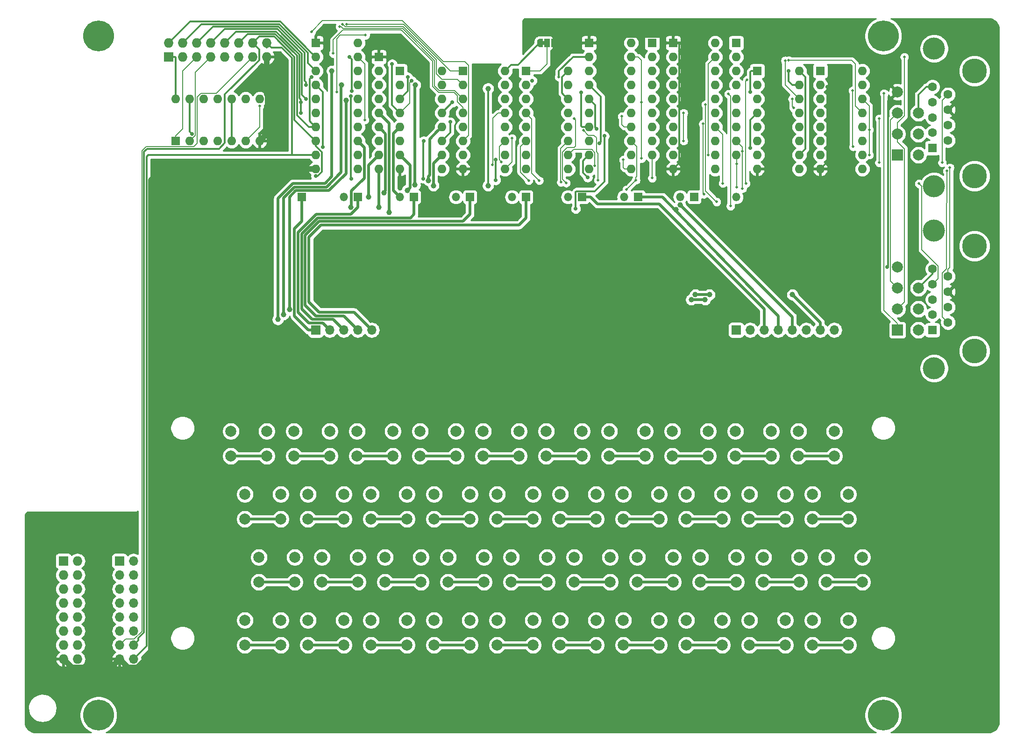
<source format=gtl>
G04 #@! TF.GenerationSoftware,KiCad,Pcbnew,(5.1.2-1)-1*
G04 #@! TF.CreationDate,2022-11-22T18:58:20+01:00*
G04 #@! TF.ProjectId,top5x8kbd,746f7035-7838-46b6-9264-2e6b69636164,rev?*
G04 #@! TF.SameCoordinates,Original*
G04 #@! TF.FileFunction,Copper,L1,Top*
G04 #@! TF.FilePolarity,Positive*
%FSLAX46Y46*%
G04 Gerber Fmt 4.6, Leading zero omitted, Abs format (unit mm)*
G04 Created by KiCad (PCBNEW (5.1.2-1)-1) date 2022-11-22 18:58:20*
%MOMM*%
%LPD*%
G04 APERTURE LIST*
%ADD10C,0.150000*%
%ADD11C,0.500000*%
%ADD12R,1.000000X1.500000*%
%ADD13O,1.600000X1.600000*%
%ADD14R,1.600000X1.600000*%
%ADD15C,2.000000*%
%ADD16R,2.000000X2.000000*%
%ADD17C,4.500000*%
%ADD18C,4.000000*%
%ADD19C,1.600000*%
%ADD20O,1.727200X1.727200*%
%ADD21R,1.727200X1.727200*%
%ADD22O,1.700000X1.700000*%
%ADD23R,1.700000X1.700000*%
%ADD24O,1.500000X1.500000*%
%ADD25R,1.500000X1.500000*%
%ADD26C,5.600000*%
%ADD27C,1.000000*%
%ADD28C,0.700000*%
%ADD29C,0.500000*%
%ADD30C,0.300000*%
%ADD31C,1.000000*%
%ADD32C,0.254000*%
G04 APERTURE END LIST*
D10*
G36*
X107050000Y-17480000D02*
G01*
X107550000Y-17480000D01*
X107550000Y-18080000D01*
X107050000Y-18080000D01*
X107050000Y-17480000D01*
G37*
D11*
X106650000Y-17780000D03*
D10*
G36*
X107200000Y-18530000D02*
G01*
X106650000Y-18530000D01*
X106650000Y-18529398D01*
X106625466Y-18529398D01*
X106576635Y-18524588D01*
X106528510Y-18515016D01*
X106481555Y-18500772D01*
X106436222Y-18481995D01*
X106392949Y-18458864D01*
X106352150Y-18431604D01*
X106314221Y-18400476D01*
X106279524Y-18365779D01*
X106248396Y-18327850D01*
X106221136Y-18287051D01*
X106198005Y-18243778D01*
X106179228Y-18198445D01*
X106164984Y-18151490D01*
X106155412Y-18103365D01*
X106150602Y-18054534D01*
X106150602Y-18030000D01*
X106150000Y-18030000D01*
X106150000Y-17530000D01*
X106150602Y-17530000D01*
X106150602Y-17505466D01*
X106155412Y-17456635D01*
X106164984Y-17408510D01*
X106179228Y-17361555D01*
X106198005Y-17316222D01*
X106221136Y-17272949D01*
X106248396Y-17232150D01*
X106279524Y-17194221D01*
X106314221Y-17159524D01*
X106352150Y-17128396D01*
X106392949Y-17101136D01*
X106436222Y-17078005D01*
X106481555Y-17059228D01*
X106528510Y-17044984D01*
X106576635Y-17035412D01*
X106625466Y-17030602D01*
X106650000Y-17030602D01*
X106650000Y-17030000D01*
X107200000Y-17030000D01*
X107200000Y-18530000D01*
X107200000Y-18530000D01*
G37*
D12*
X107950000Y-17780000D03*
D11*
X109250000Y-17780000D03*
D10*
G36*
X109250000Y-17030602D02*
G01*
X109274534Y-17030602D01*
X109323365Y-17035412D01*
X109371490Y-17044984D01*
X109418445Y-17059228D01*
X109463778Y-17078005D01*
X109507051Y-17101136D01*
X109547850Y-17128396D01*
X109585779Y-17159524D01*
X109620476Y-17194221D01*
X109651604Y-17232150D01*
X109678864Y-17272949D01*
X109701995Y-17316222D01*
X109720772Y-17361555D01*
X109735016Y-17408510D01*
X109744588Y-17456635D01*
X109749398Y-17505466D01*
X109749398Y-17530000D01*
X109750000Y-17530000D01*
X109750000Y-18030000D01*
X109749398Y-18030000D01*
X109749398Y-18054534D01*
X109744588Y-18103365D01*
X109735016Y-18151490D01*
X109720772Y-18198445D01*
X109701995Y-18243778D01*
X109678864Y-18287051D01*
X109651604Y-18327850D01*
X109620476Y-18365779D01*
X109585779Y-18400476D01*
X109547850Y-18431604D01*
X109507051Y-18458864D01*
X109463778Y-18481995D01*
X109418445Y-18500772D01*
X109371490Y-18515016D01*
X109323365Y-18524588D01*
X109274534Y-18529398D01*
X109250000Y-18529398D01*
X109250000Y-18530000D01*
X108700000Y-18530000D01*
X108700000Y-17030000D01*
X109250000Y-17030000D01*
X109250000Y-17030602D01*
X109250000Y-17030602D01*
G37*
D13*
X111760000Y-22860000D03*
X104140000Y-40640000D03*
X111760000Y-25400000D03*
X104140000Y-38100000D03*
X111760000Y-27940000D03*
X104140000Y-35560000D03*
X111760000Y-30480000D03*
X104140000Y-33020000D03*
X111760000Y-33020000D03*
X104140000Y-30480000D03*
X111760000Y-35560000D03*
X104140000Y-27940000D03*
X111760000Y-38100000D03*
X104140000Y-25400000D03*
X111760000Y-40640000D03*
D14*
X104140000Y-22860000D03*
D15*
X171450000Y-34290000D03*
X175260000Y-38100000D03*
X175260000Y-34290000D03*
X171450000Y-30480000D03*
D16*
X171450000Y-38100000D03*
D15*
X175260000Y-30480000D03*
D17*
X185420000Y-22860000D03*
D15*
X171450000Y-26670000D03*
D17*
X185420000Y-41910000D03*
D15*
X171450000Y-66040000D03*
X175260000Y-69850000D03*
X175260000Y-66040000D03*
X171450000Y-62230000D03*
D16*
X171450000Y-69850000D03*
D15*
X175260000Y-62230000D03*
D17*
X185420000Y-54610000D03*
D15*
X171450000Y-58420000D03*
D17*
X185420000Y-73660000D03*
D13*
X142240000Y-38100000D03*
X142240000Y-35560000D03*
X142240000Y-33020000D03*
X142240000Y-30480000D03*
X142240000Y-27940000D03*
X142240000Y-25400000D03*
X142240000Y-22860000D03*
X142240000Y-20320000D03*
D14*
X142240000Y-17780000D03*
D18*
X178100000Y-18790000D03*
X178100000Y-43790000D03*
D19*
X180640000Y-27135000D03*
X180640000Y-29905000D03*
X180640000Y-32675000D03*
X180640000Y-35445000D03*
X177800000Y-25750000D03*
X177800000Y-28520000D03*
X177800000Y-31290000D03*
X177800000Y-34060000D03*
D14*
X177800000Y-36830000D03*
D13*
X165100000Y-22860000D03*
X157480000Y-40640000D03*
X165100000Y-25400000D03*
X157480000Y-38100000D03*
X165100000Y-27940000D03*
X157480000Y-35560000D03*
X165100000Y-30480000D03*
X157480000Y-33020000D03*
X165100000Y-33020000D03*
X157480000Y-30480000D03*
X165100000Y-35560000D03*
X157480000Y-27940000D03*
X165100000Y-38100000D03*
X157480000Y-25400000D03*
X165100000Y-40640000D03*
D14*
X157480000Y-22860000D03*
D13*
X138430000Y-17780000D03*
X130810000Y-40640000D03*
X138430000Y-20320000D03*
X130810000Y-38100000D03*
X138430000Y-22860000D03*
X130810000Y-35560000D03*
X138430000Y-25400000D03*
X130810000Y-33020000D03*
X138430000Y-27940000D03*
X130810000Y-30480000D03*
X138430000Y-30480000D03*
X130810000Y-27940000D03*
X138430000Y-33020000D03*
X130810000Y-25400000D03*
X138430000Y-35560000D03*
X130810000Y-22860000D03*
X138430000Y-38100000D03*
X130810000Y-20320000D03*
X138430000Y-40640000D03*
D14*
X130810000Y-17780000D03*
D13*
X153670000Y-22860000D03*
X146050000Y-40640000D03*
X153670000Y-25400000D03*
X146050000Y-38100000D03*
X153670000Y-27940000D03*
X146050000Y-35560000D03*
X153670000Y-30480000D03*
X146050000Y-33020000D03*
X153670000Y-33020000D03*
X146050000Y-30480000D03*
X153670000Y-35560000D03*
X146050000Y-27940000D03*
X153670000Y-38100000D03*
X146050000Y-25400000D03*
X153670000Y-40640000D03*
D14*
X146050000Y-22860000D03*
D13*
X123190000Y-17780000D03*
X115570000Y-40640000D03*
X123190000Y-20320000D03*
X115570000Y-38100000D03*
X123190000Y-22860000D03*
X115570000Y-35560000D03*
X123190000Y-25400000D03*
X115570000Y-33020000D03*
X123190000Y-27940000D03*
X115570000Y-30480000D03*
X123190000Y-30480000D03*
X115570000Y-27940000D03*
X123190000Y-33020000D03*
X115570000Y-25400000D03*
X123190000Y-35560000D03*
X115570000Y-22860000D03*
X123190000Y-38100000D03*
X115570000Y-20320000D03*
X123190000Y-40640000D03*
D14*
X115570000Y-17780000D03*
D13*
X73660000Y-17780000D03*
X66040000Y-40640000D03*
X73660000Y-20320000D03*
X66040000Y-38100000D03*
X73660000Y-22860000D03*
X66040000Y-35560000D03*
X73660000Y-25400000D03*
X66040000Y-33020000D03*
X73660000Y-27940000D03*
X66040000Y-30480000D03*
X73660000Y-30480000D03*
X66040000Y-27940000D03*
X73660000Y-33020000D03*
X66040000Y-25400000D03*
X73660000Y-35560000D03*
X66040000Y-22860000D03*
X73660000Y-38100000D03*
X66040000Y-20320000D03*
X73660000Y-40640000D03*
D14*
X66040000Y-17780000D03*
D13*
X88900000Y-22860000D03*
X81280000Y-40640000D03*
X88900000Y-25400000D03*
X81280000Y-38100000D03*
X88900000Y-27940000D03*
X81280000Y-35560000D03*
X88900000Y-30480000D03*
X81280000Y-33020000D03*
X88900000Y-33020000D03*
X81280000Y-30480000D03*
X88900000Y-35560000D03*
X81280000Y-27940000D03*
X88900000Y-38100000D03*
X81280000Y-25400000D03*
X88900000Y-40640000D03*
D14*
X81280000Y-22860000D03*
D13*
X40640000Y-27940000D03*
X55880000Y-35560000D03*
X43180000Y-27940000D03*
X53340000Y-35560000D03*
X45720000Y-27940000D03*
X50800000Y-35560000D03*
X48260000Y-27940000D03*
X48260000Y-35560000D03*
X50800000Y-27940000D03*
X45720000Y-35560000D03*
X53340000Y-27940000D03*
X43180000Y-35560000D03*
X55880000Y-27940000D03*
D14*
X40640000Y-35560000D03*
D13*
X100330000Y-22860000D03*
X92710000Y-40640000D03*
X100330000Y-25400000D03*
X92710000Y-38100000D03*
X100330000Y-27940000D03*
X92710000Y-35560000D03*
X100330000Y-30480000D03*
X92710000Y-33020000D03*
X100330000Y-33020000D03*
X92710000Y-30480000D03*
X100330000Y-35560000D03*
X92710000Y-27940000D03*
X100330000Y-38100000D03*
X92710000Y-25400000D03*
X100330000Y-40640000D03*
D14*
X92710000Y-22860000D03*
D13*
X127000000Y-38100000D03*
X127000000Y-35560000D03*
X127000000Y-33020000D03*
X127000000Y-30480000D03*
X127000000Y-27940000D03*
X127000000Y-25400000D03*
X127000000Y-22860000D03*
X127000000Y-20320000D03*
D14*
X127000000Y-17780000D03*
D20*
X57150000Y-17780000D03*
X57150000Y-20320000D03*
X54610000Y-17780000D03*
X54610000Y-20320000D03*
X52070000Y-17780000D03*
X52070000Y-20320000D03*
X49530000Y-17780000D03*
X49530000Y-20320000D03*
X46990000Y-17780000D03*
X46990000Y-20320000D03*
X44450000Y-17780000D03*
X44450000Y-20320000D03*
X41910000Y-17780000D03*
X41910000Y-20320000D03*
X39370000Y-17780000D03*
D21*
X39370000Y-20320000D03*
D22*
X160020000Y-69850000D03*
X157480000Y-69850000D03*
X154940000Y-69850000D03*
X152400000Y-69850000D03*
X149860000Y-69850000D03*
X147320000Y-69850000D03*
X144780000Y-69850000D03*
D23*
X142240000Y-69850000D03*
D22*
X76200000Y-69850000D03*
X73660000Y-69850000D03*
X71120000Y-69850000D03*
X68580000Y-69850000D03*
D23*
X66040000Y-69850000D03*
D24*
X142240000Y-45720000D03*
D25*
X134620000Y-45720000D03*
D24*
X132080000Y-45720000D03*
D25*
X124460000Y-45720000D03*
D24*
X121920000Y-45720000D03*
D25*
X114300000Y-45720000D03*
D13*
X77470000Y-40640000D03*
X77470000Y-38100000D03*
X77470000Y-35560000D03*
X77470000Y-33020000D03*
X77470000Y-30480000D03*
X77470000Y-27940000D03*
X77470000Y-25400000D03*
X77470000Y-22860000D03*
D14*
X77470000Y-20320000D03*
D24*
X111760000Y-45720000D03*
D25*
X104140000Y-45720000D03*
D24*
X101600000Y-45720000D03*
D25*
X93980000Y-45720000D03*
D24*
X91440000Y-45720000D03*
D25*
X83820000Y-45720000D03*
D24*
X81280000Y-45720000D03*
D25*
X73660000Y-45720000D03*
D24*
X71120000Y-45720000D03*
D25*
X63500000Y-45720000D03*
D22*
X33020000Y-129540000D03*
X30480000Y-129540000D03*
X33020000Y-127000000D03*
X30480000Y-127000000D03*
X33020000Y-124460000D03*
X30480000Y-124460000D03*
X33020000Y-121920000D03*
X30480000Y-121920000D03*
X33020000Y-119380000D03*
X30480000Y-119380000D03*
X33020000Y-116840000D03*
X30480000Y-116840000D03*
X33020000Y-114300000D03*
X30480000Y-114300000D03*
X33020000Y-111760000D03*
D23*
X30480000Y-111760000D03*
D18*
X178100000Y-51810000D03*
X178100000Y-76810000D03*
D19*
X180640000Y-60155000D03*
X180640000Y-62925000D03*
X180640000Y-65695000D03*
X180640000Y-68465000D03*
X177800000Y-58770000D03*
X177800000Y-61540000D03*
X177800000Y-64310000D03*
X177800000Y-67080000D03*
D14*
X177800000Y-69850000D03*
D20*
X22860000Y-129540000D03*
X20320000Y-129540000D03*
X22860000Y-127000000D03*
X20320000Y-127000000D03*
X22860000Y-124460000D03*
X20320000Y-124460000D03*
X22860000Y-121920000D03*
X20320000Y-121920000D03*
X22860000Y-119380000D03*
X20320000Y-119380000D03*
X22860000Y-116840000D03*
X20320000Y-116840000D03*
X22860000Y-114300000D03*
X20320000Y-114300000D03*
X22860000Y-111760000D03*
D21*
X20320000Y-111760000D03*
D26*
X168910000Y-139700000D03*
X168910000Y-16510000D03*
X26670000Y-139700000D03*
X26670000Y-16510000D03*
D15*
X156060000Y-127000000D03*
X156060000Y-122500000D03*
X162560000Y-127000000D03*
X162560000Y-122500000D03*
X144630000Y-127000000D03*
X144630000Y-122500000D03*
X151130000Y-127000000D03*
X151130000Y-122500000D03*
X133200000Y-127000000D03*
X133200000Y-122500000D03*
X139700000Y-127000000D03*
X139700000Y-122500000D03*
X121770000Y-127000000D03*
X121770000Y-122500000D03*
X128270000Y-127000000D03*
X128270000Y-122500000D03*
X110340000Y-127000000D03*
X110340000Y-122500000D03*
X116840000Y-127000000D03*
X116840000Y-122500000D03*
X98910000Y-127000000D03*
X98910000Y-122500000D03*
X105410000Y-127000000D03*
X105410000Y-122500000D03*
X87480000Y-127000000D03*
X87480000Y-122500000D03*
X93980000Y-127000000D03*
X93980000Y-122500000D03*
X76050000Y-127000000D03*
X76050000Y-122500000D03*
X82550000Y-127000000D03*
X82550000Y-122500000D03*
X64620000Y-127000000D03*
X64620000Y-122500000D03*
X71120000Y-127000000D03*
X71120000Y-122500000D03*
X53190000Y-127000000D03*
X53190000Y-122500000D03*
X59690000Y-127000000D03*
X59690000Y-122500000D03*
X158600000Y-115570000D03*
X158600000Y-111070000D03*
X165100000Y-115570000D03*
X165100000Y-111070000D03*
X147170000Y-115570000D03*
X147170000Y-111070000D03*
X153670000Y-115570000D03*
X153670000Y-111070000D03*
X135740000Y-115570000D03*
X135740000Y-111070000D03*
X142240000Y-115570000D03*
X142240000Y-111070000D03*
X124310000Y-115570000D03*
X124310000Y-111070000D03*
X130810000Y-115570000D03*
X130810000Y-111070000D03*
X112880000Y-115570000D03*
X112880000Y-111070000D03*
X119380000Y-115570000D03*
X119380000Y-111070000D03*
X101450000Y-115570000D03*
X101450000Y-111070000D03*
X107950000Y-115570000D03*
X107950000Y-111070000D03*
X90020000Y-115570000D03*
X90020000Y-111070000D03*
X96520000Y-115570000D03*
X96520000Y-111070000D03*
X78590000Y-115570000D03*
X78590000Y-111070000D03*
X85090000Y-115570000D03*
X85090000Y-111070000D03*
X67160000Y-115570000D03*
X67160000Y-111070000D03*
X73660000Y-115570000D03*
X73660000Y-111070000D03*
X55730000Y-115570000D03*
X55730000Y-111070000D03*
X62230000Y-115570000D03*
X62230000Y-111070000D03*
X156060000Y-104140000D03*
X156060000Y-99640000D03*
X162560000Y-104140000D03*
X162560000Y-99640000D03*
X144630000Y-104140000D03*
X144630000Y-99640000D03*
X151130000Y-104140000D03*
X151130000Y-99640000D03*
X133200000Y-104140000D03*
X133200000Y-99640000D03*
X139700000Y-104140000D03*
X139700000Y-99640000D03*
X121770000Y-104140000D03*
X121770000Y-99640000D03*
X128270000Y-104140000D03*
X128270000Y-99640000D03*
X110340000Y-104140000D03*
X110340000Y-99640000D03*
X116840000Y-104140000D03*
X116840000Y-99640000D03*
X98910000Y-104140000D03*
X98910000Y-99640000D03*
X105410000Y-104140000D03*
X105410000Y-99640000D03*
X87480000Y-104140000D03*
X87480000Y-99640000D03*
X93980000Y-104140000D03*
X93980000Y-99640000D03*
X76050000Y-104140000D03*
X76050000Y-99640000D03*
X82550000Y-104140000D03*
X82550000Y-99640000D03*
X64620000Y-104140000D03*
X64620000Y-99640000D03*
X71120000Y-104140000D03*
X71120000Y-99640000D03*
X53190000Y-104140000D03*
X53190000Y-99640000D03*
X59690000Y-104140000D03*
X59690000Y-99640000D03*
X153520000Y-92710000D03*
X153520000Y-88210000D03*
X160020000Y-92710000D03*
X160020000Y-88210000D03*
X142090000Y-92710000D03*
X142090000Y-88210000D03*
X148590000Y-92710000D03*
X148590000Y-88210000D03*
X130660000Y-92710000D03*
X130660000Y-88210000D03*
X137160000Y-92710000D03*
X137160000Y-88210000D03*
X119230000Y-92710000D03*
X119230000Y-88210000D03*
X125730000Y-92710000D03*
X125730000Y-88210000D03*
X107800000Y-92710000D03*
X107800000Y-88210000D03*
X114300000Y-92710000D03*
X114300000Y-88210000D03*
X96370000Y-92710000D03*
X96370000Y-88210000D03*
X102870000Y-92710000D03*
X102870000Y-88210000D03*
X84940000Y-92710000D03*
X84940000Y-88210000D03*
X91440000Y-92710000D03*
X91440000Y-88210000D03*
X73510000Y-92710000D03*
X73510000Y-88210000D03*
X80010000Y-92710000D03*
X80010000Y-88210000D03*
X62080000Y-92710000D03*
X62080000Y-88210000D03*
X68580000Y-92710000D03*
X68580000Y-88210000D03*
X50650000Y-92710000D03*
X50650000Y-88210000D03*
X57150000Y-92710000D03*
X57150000Y-88210000D03*
D27*
X68961000Y-22860000D03*
X59182000Y-67945000D03*
X79375000Y-48514000D03*
X131318000Y-48020002D03*
X70739000Y-25400000D03*
X60198000Y-67056000D03*
X78370000Y-44989978D03*
X132080000Y-47120002D03*
X71538451Y-28232000D03*
X61284970Y-66167000D03*
X152419002Y-63444998D03*
X137395274Y-63444998D03*
X134817970Y-63444998D03*
X75603000Y-45720000D03*
X72425324Y-47570001D03*
X136617970Y-64344998D03*
X77470000Y-47570001D03*
X134078771Y-64344998D03*
D28*
X115316000Y-42190011D03*
X98679000Y-42672000D03*
X98679000Y-38989000D03*
X169605000Y-58420000D03*
X158750000Y-25781000D03*
X144780000Y-36830000D03*
X118374999Y-34659990D03*
X113157000Y-47870002D03*
X66040000Y-41940003D03*
X114173000Y-26797000D03*
X65278000Y-24003000D03*
X90805000Y-28575000D03*
X63373000Y-28575000D03*
X63373000Y-30480000D03*
X116967000Y-33401000D03*
X90424000Y-32131000D03*
X72517000Y-42390001D03*
X85532112Y-42390001D03*
X85598000Y-35560000D03*
X64262000Y-27940000D03*
X72359997Y-27432000D03*
X117475000Y-36010010D03*
X67310000Y-36703000D03*
X144780000Y-26670000D03*
X64262000Y-25400000D03*
X105283000Y-24638000D03*
X79883000Y-21590000D03*
X83433814Y-24631777D03*
X151765000Y-22860000D03*
X82719999Y-23960001D03*
D11*
X110109000Y-23960001D03*
D28*
X72559999Y-26500001D03*
X72136000Y-20320000D03*
X43630001Y-34290000D03*
D11*
X69215000Y-19685000D03*
X71626603Y-14372399D03*
X65274817Y-15744817D03*
X70393296Y-14847399D03*
X70866000Y-14372399D03*
X55880000Y-29210000D03*
X99695000Y-39370000D03*
X74930000Y-31750000D03*
D27*
X84010378Y-43561000D03*
X84074000Y-25400000D03*
X82610379Y-44510379D03*
X87376000Y-43669999D03*
X86476000Y-42720269D03*
X97282000Y-43669999D03*
X97282000Y-26039999D03*
D11*
X125095000Y-28575000D03*
X125095000Y-38735000D03*
X151765000Y-20955000D03*
X137160000Y-38100000D03*
X98044000Y-39878000D03*
X172720000Y-20320000D03*
X75057000Y-16383000D03*
X69850000Y-26670000D03*
X127000000Y-42291000D03*
X180975000Y-40386000D03*
X106553000Y-42740011D03*
X180467000Y-41021000D03*
X104632997Y-42740011D03*
X122349380Y-44371380D03*
X124079000Y-42672000D03*
X144230000Y-24510001D03*
X144018000Y-43241001D03*
X175387000Y-43307000D03*
X136685000Y-28956000D03*
X138684000Y-46609000D03*
X140843000Y-27050001D03*
X141211407Y-47371000D03*
X136379624Y-45219999D03*
X136210000Y-32469999D03*
X179578408Y-39497408D03*
X142367000Y-39750001D03*
X142367000Y-43942000D03*
X112903000Y-31519999D03*
X111393989Y-43194989D03*
X143383000Y-37465000D03*
X143383000Y-44196000D03*
X110490000Y-43053000D03*
X152400000Y-27940000D03*
X152654000Y-29590001D03*
X163355000Y-26416000D03*
X163449000Y-36599999D03*
X168157001Y-31505001D03*
X168148000Y-39497000D03*
X121539000Y-31115000D03*
X121793000Y-38989000D03*
X114525053Y-33609989D03*
X139827000Y-43241001D03*
X117221000Y-42672000D03*
X116636536Y-40089999D03*
X151104122Y-20965875D03*
X169037000Y-26924000D03*
X166370000Y-33528000D03*
X166370000Y-38100000D03*
X132715000Y-30480000D03*
X132715000Y-35560000D03*
X101600000Y-35052000D03*
D29*
X62184970Y-67344970D02*
X64690000Y-69850000D01*
X62184970Y-51480030D02*
X62184970Y-67344970D01*
X63500000Y-50165000D02*
X62184970Y-51480030D01*
X64690000Y-69850000D02*
X66040000Y-69850000D01*
X63500000Y-45720000D02*
X63500000Y-50165000D01*
X68961000Y-42033198D02*
X68961000Y-22860000D01*
X67724219Y-43269979D02*
X68961000Y-42033198D01*
X61891515Y-43269979D02*
X67724219Y-43269979D01*
X59182000Y-45979494D02*
X61891515Y-43269979D01*
X59182000Y-67945000D02*
X59182000Y-45979494D01*
X50650000Y-92710000D02*
X57150000Y-92710000D01*
X63494213Y-92710000D02*
X68580000Y-92710000D01*
X62080000Y-92710000D02*
X63494213Y-92710000D01*
X74924213Y-92710000D02*
X80010000Y-92710000D01*
X73510000Y-92710000D02*
X74924213Y-92710000D01*
X84940000Y-92710000D02*
X91440000Y-92710000D01*
X97784213Y-92710000D02*
X102870000Y-92710000D01*
X96370000Y-92710000D02*
X97784213Y-92710000D01*
X67310000Y-68580000D02*
X68580000Y-69850000D01*
X64770000Y-68580000D02*
X67310000Y-68580000D01*
X62834980Y-66644980D02*
X64770000Y-68580000D01*
X73660000Y-47625000D02*
X72420020Y-48864980D01*
X62834980Y-52166516D02*
X62834980Y-66644980D01*
X72420020Y-48864980D02*
X66136516Y-48864980D01*
X66136516Y-48864980D02*
X62834980Y-52166516D01*
X73660000Y-45720000D02*
X73660000Y-47625000D01*
X63484990Y-66024990D02*
X65389990Y-67929990D01*
X66405758Y-49514990D02*
X63484990Y-52435758D01*
X63484990Y-52435758D02*
X63484990Y-66024990D01*
X65389990Y-67929990D02*
X69199990Y-67929990D01*
X83820000Y-48895000D02*
X83200010Y-49514990D01*
X69199990Y-67929990D02*
X71120000Y-69850000D01*
X83200010Y-49514990D02*
X66405758Y-49514990D01*
X83820000Y-45720000D02*
X83820000Y-48895000D01*
X66009980Y-67279980D02*
X71089980Y-67279980D01*
X64135000Y-65405000D02*
X66009980Y-67279980D01*
X66675000Y-50165000D02*
X64135000Y-52705000D01*
X64135000Y-52705000D02*
X64135000Y-65405000D01*
X93980000Y-48895000D02*
X92710000Y-50165000D01*
X71089980Y-67279980D02*
X73660000Y-69850000D01*
X92710000Y-50165000D02*
X66675000Y-50165000D01*
X93980000Y-45720000D02*
X93980000Y-48895000D01*
X64785010Y-64785010D02*
X66629970Y-66629970D01*
X64785010Y-52974242D02*
X64785010Y-64785010D01*
X66944242Y-50815010D02*
X64785010Y-52974242D01*
X102870000Y-50815010D02*
X66944242Y-50815010D01*
X104140000Y-49530000D02*
X102870000Y-50815010D01*
X72979970Y-66629970D02*
X76200000Y-69850000D01*
X66629970Y-66629970D02*
X72979970Y-66629970D01*
X104140000Y-45720000D02*
X104140000Y-49530000D01*
X79350796Y-48489796D02*
X79375000Y-48514000D01*
X79350796Y-32360796D02*
X79350796Y-48489796D01*
X77470000Y-30480000D02*
X79350796Y-32360796D01*
X147320000Y-64770000D02*
X149860000Y-67310000D01*
X149860000Y-67310000D02*
X149860000Y-69850000D01*
X128905000Y-45720000D02*
X147320000Y-64770000D01*
X124460000Y-45720000D02*
X128905000Y-45720000D01*
X109214213Y-92710000D02*
X114300000Y-92710000D01*
X107800000Y-92710000D02*
X109214213Y-92710000D01*
X119230000Y-92710000D02*
X125730000Y-92710000D01*
X130660000Y-92710000D02*
X137160000Y-92710000D01*
X153520000Y-92710000D02*
X160020000Y-92710000D01*
X147175787Y-92710000D02*
X142090000Y-92710000D01*
X148590000Y-92710000D02*
X147175787Y-92710000D01*
X70638450Y-25500550D02*
X70739000Y-25400000D01*
X70638450Y-41275000D02*
X70638450Y-25500550D01*
X67993461Y-43919989D02*
X70638450Y-41275000D01*
X62160757Y-43919989D02*
X67993461Y-43919989D01*
X60198000Y-45882746D02*
X62160757Y-43919989D01*
X60198000Y-67056000D02*
X60198000Y-45882746D01*
X53190000Y-104140000D02*
X59690000Y-104140000D01*
X66034213Y-104140000D02*
X71120000Y-104140000D01*
X64620000Y-104140000D02*
X66034213Y-104140000D01*
X76050000Y-104140000D02*
X82550000Y-104140000D01*
X88894213Y-104140000D02*
X93980000Y-104140000D01*
X87480000Y-104140000D02*
X88894213Y-104140000D01*
X98910000Y-104140000D02*
X105410000Y-104140000D01*
X78269999Y-33819999D02*
X77470000Y-33020000D01*
X78700786Y-34250786D02*
X78269999Y-33819999D01*
X78700786Y-40600786D02*
X78700786Y-34250786D01*
X78700786Y-44659192D02*
X78370000Y-44989978D01*
X78700786Y-40600786D02*
X78700786Y-44659192D01*
X152400000Y-67440002D02*
X152400000Y-69850000D01*
X132080000Y-47120002D02*
X152400000Y-67440002D01*
X111754213Y-104140000D02*
X116840000Y-104140000D01*
X110340000Y-104140000D02*
X111754213Y-104140000D01*
X121770000Y-104140000D02*
X128270000Y-104140000D01*
X133200000Y-104140000D02*
X139700000Y-104140000D01*
X144630000Y-104140000D02*
X151130000Y-104140000D01*
X156060000Y-104140000D02*
X162560000Y-104140000D01*
X71538451Y-41458551D02*
X71538451Y-28232000D01*
X68427003Y-44569999D02*
X71538451Y-41458551D01*
X62429999Y-44569999D02*
X68427003Y-44569999D01*
X61284970Y-45715028D02*
X62429999Y-44569999D01*
X61284970Y-66167000D02*
X61284970Y-45715028D01*
X147320000Y-66040000D02*
X147320000Y-69850000D01*
X128270000Y-46990000D02*
X147320000Y-66040000D01*
X117094000Y-46990000D02*
X128270000Y-46990000D01*
X115824000Y-45720000D02*
X117094000Y-46990000D01*
X114300000Y-45720000D02*
X115824000Y-45720000D01*
X57144213Y-115570000D02*
X62230000Y-115570000D01*
X55730000Y-115570000D02*
X57144213Y-115570000D01*
X67160000Y-115570000D02*
X73660000Y-115570000D01*
X78590000Y-115570000D02*
X85090000Y-115570000D01*
X91434213Y-115570000D02*
X96520000Y-115570000D01*
X90020000Y-115570000D02*
X91434213Y-115570000D01*
X101450000Y-115570000D02*
X107950000Y-115570000D01*
X157480000Y-68505996D02*
X152419002Y-63444998D01*
X157480000Y-69850000D02*
X157480000Y-68505996D01*
X137395274Y-63444998D02*
X134817970Y-63444998D01*
X75603000Y-39967000D02*
X77470000Y-38100000D01*
X75603000Y-45720000D02*
X75603000Y-39967000D01*
X112880000Y-115570000D02*
X119380000Y-115570000D01*
X124310000Y-115570000D02*
X130810000Y-115570000D01*
X137154213Y-115570000D02*
X142240000Y-115570000D01*
X135740000Y-115570000D02*
X137154213Y-115570000D01*
X158600000Y-115570000D02*
X165100000Y-115570000D01*
X148584213Y-115570000D02*
X153670000Y-115570000D01*
X147170000Y-115570000D02*
X148584213Y-115570000D01*
X74860001Y-42299997D02*
X72509999Y-44649999D01*
X74860001Y-36760001D02*
X74860001Y-42299997D01*
X73660000Y-35560000D02*
X74860001Y-36760001D01*
X72509999Y-47485326D02*
X72425324Y-47570001D01*
X72509999Y-44649999D02*
X72509999Y-47485326D01*
X54604213Y-127000000D02*
X59690000Y-127000000D01*
X53190000Y-127000000D02*
X54604213Y-127000000D01*
X66034213Y-127000000D02*
X71120000Y-127000000D01*
X64620000Y-127000000D02*
X66034213Y-127000000D01*
X76050000Y-127000000D02*
X82550000Y-127000000D01*
X88894213Y-127000000D02*
X93980000Y-127000000D01*
X87480000Y-127000000D02*
X88894213Y-127000000D01*
X100324213Y-127000000D02*
X105410000Y-127000000D01*
X98910000Y-127000000D02*
X100324213Y-127000000D01*
X77470000Y-47570001D02*
X77470000Y-40640000D01*
X136617970Y-64344998D02*
X134078771Y-64344998D01*
X110340000Y-127000000D02*
X116840000Y-127000000D01*
X121770000Y-127000000D02*
X128270000Y-127000000D01*
X139700000Y-127000000D02*
X133200000Y-127000000D01*
X144630000Y-127000000D02*
X151130000Y-127000000D01*
X156060000Y-127000000D02*
X162560000Y-127000000D01*
D30*
X57150000Y-17780000D02*
X57150000Y-18597870D01*
X60325000Y-38100000D02*
X60325000Y-38100000D01*
X114770001Y-38899999D02*
X115570000Y-38100000D01*
X114469999Y-39200001D02*
X114770001Y-38899999D01*
X114469999Y-41344010D02*
X114469999Y-39200001D01*
X115316000Y-42190011D02*
X114469999Y-41344010D01*
X98679000Y-38989000D02*
X98679000Y-42672000D01*
X35365030Y-38421970D02*
X35365030Y-127194970D01*
X35687000Y-38100000D02*
X35365030Y-38421970D01*
X35365030Y-127194970D02*
X33020000Y-129540000D01*
X60325000Y-38100000D02*
X35687000Y-38100000D01*
X58013599Y-18643599D02*
X59908729Y-18643599D01*
X57150000Y-17780000D02*
X58013599Y-18643599D01*
X59908729Y-18643599D02*
X61742949Y-20477819D01*
X61742949Y-38079051D02*
X61722000Y-38100000D01*
X61722000Y-38100000D02*
X66040000Y-38100000D01*
X61742949Y-20477819D02*
X61742949Y-38079051D01*
X60325000Y-38100000D02*
X61722000Y-38100000D01*
D31*
X29630001Y-130389999D02*
X30480000Y-129540000D01*
X28966399Y-131053601D02*
X29630001Y-130389999D01*
X21833601Y-131053601D02*
X28966399Y-131053601D01*
X20320000Y-129540000D02*
X21833601Y-131053601D01*
D30*
X109250000Y-17780000D02*
X115570000Y-17780000D01*
X129710000Y-17780000D02*
X130810000Y-17780000D01*
X128609999Y-16679999D02*
X129710000Y-17780000D01*
X117770001Y-16679999D02*
X128609999Y-16679999D01*
X116670000Y-17780000D02*
X117770001Y-16679999D01*
X115570000Y-17780000D02*
X116670000Y-17780000D01*
X171450000Y-26670000D02*
X169799000Y-28321000D01*
X169799000Y-58226000D02*
X169605000Y-58420000D01*
X169799000Y-28321000D02*
X169799000Y-58226000D01*
X158750000Y-39370000D02*
X157480000Y-40640000D01*
X158750000Y-25781000D02*
X158750000Y-39370000D01*
D31*
X56679999Y-34760001D02*
X55880000Y-35560000D01*
X57330001Y-34109999D02*
X56679999Y-34760001D01*
X57330001Y-27243999D02*
X57330001Y-34109999D01*
X57150000Y-27063998D02*
X57330001Y-27243999D01*
X57150000Y-20320000D02*
X57150000Y-27063998D01*
X36165040Y-42701960D02*
X38227000Y-40640000D01*
X30480000Y-129540000D02*
X31980001Y-131040001D01*
X36165040Y-128614962D02*
X36165040Y-42701960D01*
X33740001Y-131040001D02*
X36165040Y-128614962D01*
X38227000Y-40640000D02*
X66040000Y-40640000D01*
X31980001Y-131040001D02*
X33740001Y-131040001D01*
D30*
X131910000Y-17780000D02*
X130810000Y-17780000D01*
X131910001Y-39539999D02*
X131910000Y-17780000D01*
X130810000Y-40640000D02*
X131910001Y-39539999D01*
X144780000Y-31750000D02*
X146050000Y-30480000D01*
X144780000Y-36830000D02*
X144780000Y-31750000D01*
X33869999Y-126150001D02*
X33869999Y-125731347D01*
X55773601Y-18943601D02*
X55473599Y-18643599D01*
X49530000Y-35918002D02*
X49530000Y-27122130D01*
X48487991Y-36960011D02*
X49530000Y-35918002D01*
X35452333Y-36960011D02*
X48487991Y-36960011D01*
X34915020Y-124686326D02*
X34915020Y-37497324D01*
X49530000Y-27122130D02*
X55773601Y-20878529D01*
X55773601Y-20878529D02*
X55773601Y-18943601D01*
X34915020Y-37497324D02*
X35452333Y-36960011D01*
X33869999Y-125731347D02*
X34915020Y-124686326D01*
X55473599Y-18643599D02*
X54610000Y-17780000D01*
X33020000Y-127000000D02*
X33869999Y-126150001D01*
X65240001Y-34760001D02*
X66040000Y-35560000D01*
X62192959Y-31712959D02*
X65240001Y-34760001D01*
X58517939Y-16616399D02*
X62192959Y-20291419D01*
X62192959Y-20291419D02*
X62192959Y-31712959D01*
X55773601Y-16616399D02*
X58517939Y-16616399D01*
X54610000Y-17780000D02*
X55773601Y-16616399D01*
X116605008Y-44669999D02*
X118374999Y-42900008D01*
X113309999Y-44669999D02*
X116605008Y-44669999D01*
X113157000Y-44822998D02*
X113309999Y-44669999D01*
X113157000Y-47870002D02*
X113157000Y-44822998D01*
X118374999Y-42900008D02*
X118374999Y-34659990D01*
X66040000Y-36471998D02*
X66040000Y-35560000D01*
X67183000Y-37614998D02*
X66040000Y-36471998D01*
X67183000Y-40640000D02*
X67183000Y-37614998D01*
X66367999Y-41940003D02*
X66040000Y-41940003D01*
X67183000Y-41125002D02*
X66367999Y-41940003D01*
X67183000Y-40640000D02*
X67183000Y-41125002D01*
X114300000Y-33020000D02*
X115570000Y-33020000D01*
X114173000Y-32893000D02*
X114300000Y-33020000D01*
X114173000Y-26797000D02*
X114173000Y-32893000D01*
X65240001Y-32220001D02*
X66040000Y-33020000D01*
X64939999Y-31919999D02*
X65240001Y-32220001D01*
X64939999Y-24341001D02*
X64939999Y-31919999D01*
X65278000Y-24003000D02*
X64939999Y-24341001D01*
X64770000Y-33020000D02*
X66040000Y-33020000D01*
X53683611Y-16166389D02*
X58704339Y-16166389D01*
X62642969Y-30892969D02*
X64420001Y-32670001D01*
X64420001Y-32670001D02*
X64770000Y-33020000D01*
X62642969Y-20105019D02*
X62642969Y-30892969D01*
X58704339Y-16166389D02*
X62642969Y-20105019D01*
X52070000Y-17780000D02*
X53683611Y-16166389D01*
X90805000Y-28575000D02*
X88900000Y-30480000D01*
X63373000Y-28080026D02*
X63373000Y-28575000D01*
X58890740Y-15716380D02*
X63092979Y-19918619D01*
X51593621Y-15716379D02*
X58890740Y-15716380D01*
X63092979Y-27800005D02*
X63373000Y-28080026D01*
X63092979Y-19918619D02*
X63092979Y-27800005D01*
X49530000Y-17780000D02*
X51593621Y-15716379D01*
X63373000Y-28575000D02*
X63373000Y-30480000D01*
X116670001Y-33104001D02*
X116967000Y-33401000D01*
X116670001Y-29040001D02*
X116670001Y-33104001D01*
X115570000Y-27940000D02*
X116670001Y-29040001D01*
X116967000Y-33401000D02*
X116967000Y-33401000D01*
X90424000Y-34036000D02*
X90424000Y-32131000D01*
X88900000Y-35560000D02*
X90424000Y-34036000D01*
X85532112Y-35625888D02*
X85598000Y-35560000D01*
X85532112Y-42390001D02*
X85532112Y-35625888D01*
X63912001Y-27590001D02*
X64262000Y-27940000D01*
X63542989Y-19732219D02*
X63542989Y-27220989D01*
X49503629Y-15266371D02*
X59077141Y-15266371D01*
X63542989Y-27220989D02*
X63912001Y-27590001D01*
X59077141Y-15266371D02*
X63542989Y-19732219D01*
X46990000Y-17780000D02*
X49503629Y-15266371D01*
X72359997Y-42232998D02*
X72517000Y-42390001D01*
X72359997Y-27432000D02*
X72359997Y-42232998D01*
X117724999Y-35760011D02*
X117724999Y-30992001D01*
X117475000Y-36010010D02*
X117724999Y-35760011D01*
X117724999Y-30992001D02*
X117729000Y-30988000D01*
X117729000Y-27559000D02*
X115570000Y-25400000D01*
X117729000Y-30988000D02*
X117729000Y-27559000D01*
X67310000Y-26670000D02*
X66040000Y-25400000D01*
X67310000Y-36703000D02*
X67310000Y-26670000D01*
X144950000Y-22860000D02*
X146050000Y-22860000D01*
X144780000Y-23030000D02*
X144950000Y-22860000D01*
X144780000Y-26670000D02*
X144780000Y-23030000D01*
X64262000Y-24905026D02*
X64262000Y-25400000D01*
X63992999Y-24636025D02*
X64262000Y-24905026D01*
X63992999Y-19545819D02*
X63992999Y-24636025D01*
X59263542Y-14816362D02*
X63992999Y-19545819D01*
X47413639Y-14816361D02*
X59263542Y-14816362D01*
X44450000Y-17780000D02*
X47413639Y-14816361D01*
X79883000Y-29083000D02*
X81280000Y-30480000D01*
X79883000Y-21590000D02*
X79883000Y-29083000D01*
X64643000Y-21463000D02*
X66040000Y-22860000D01*
X64643000Y-19559410D02*
X64643000Y-21463000D01*
X59449943Y-14366353D02*
X64643000Y-19559410D01*
X45323648Y-14366352D02*
X59449943Y-14366353D01*
X41910000Y-17780000D02*
X45323648Y-14366352D01*
D10*
X83095009Y-24970582D02*
X83433814Y-24631777D01*
X83095009Y-28664991D02*
X83095009Y-24970582D01*
X81280000Y-30480000D02*
X83095009Y-28664991D01*
D30*
X65240001Y-19520001D02*
X66040000Y-20320000D01*
X43233657Y-13916343D02*
X59636343Y-13916343D01*
X59636343Y-13916343D02*
X65240001Y-19520001D01*
X39370000Y-17780000D02*
X43233657Y-13916343D01*
X152400000Y-25400000D02*
X153670000Y-25400000D01*
X151765000Y-24765000D02*
X152400000Y-25400000D01*
X151765000Y-22860000D02*
X151765000Y-24765000D01*
X82719999Y-26500001D02*
X81280000Y-27940000D01*
X82719999Y-23960001D02*
X82719999Y-26500001D01*
X110109000Y-23606448D02*
X110109000Y-23960001D01*
X110109000Y-22882998D02*
X110109000Y-23606448D01*
X112671998Y-20320000D02*
X110109000Y-22882998D01*
X115570000Y-20320000D02*
X112671998Y-20320000D01*
X72559999Y-26500001D02*
X72559999Y-20743999D01*
X72559999Y-20743999D02*
X72136000Y-20320000D01*
X72136000Y-20320000D02*
X72136000Y-20320000D01*
X50800000Y-35560000D02*
X50800000Y-27940000D01*
X40533600Y-20320000D02*
X39370000Y-20320000D01*
X40640000Y-20426400D02*
X40533600Y-20320000D01*
X40640000Y-27940000D02*
X40640000Y-20426400D01*
X106125226Y-18304774D02*
X106650000Y-17780000D01*
X102670001Y-21759999D02*
X106125226Y-18304774D01*
X101430001Y-21759999D02*
X102670001Y-21759999D01*
X100330000Y-22860000D02*
X101430001Y-21759999D01*
X175260000Y-29065787D02*
X175260000Y-30480000D01*
X175260000Y-27158630D02*
X175260000Y-29065787D01*
X176668630Y-25750000D02*
X175260000Y-27158630D01*
X177800000Y-25750000D02*
X176668630Y-25750000D01*
X177800000Y-59690000D02*
X177800000Y-58770000D01*
X175260000Y-62230000D02*
X177800000Y-59690000D01*
X110960001Y-27140001D02*
X111760000Y-27940000D01*
X110659999Y-26839999D02*
X110960001Y-27140001D01*
X110659999Y-23960001D02*
X110659999Y-26839999D01*
X111760000Y-22860000D02*
X110659999Y-23960001D01*
X154469999Y-23659999D02*
X153670000Y-22860000D01*
X154770001Y-23960001D02*
X154469999Y-23659999D01*
X154770001Y-36999999D02*
X154770001Y-23960001D01*
X153670000Y-38100000D02*
X154770001Y-36999999D01*
X43180000Y-33839999D02*
X43630001Y-34290000D01*
X43180000Y-27940000D02*
X43180000Y-33839999D01*
D10*
X44505011Y-36012989D02*
X44450000Y-36068000D01*
X44505011Y-27637987D02*
X44505011Y-36012989D01*
X45227999Y-26914999D02*
X44505011Y-27637987D01*
X48015001Y-26914999D02*
X45227999Y-26914999D01*
X54610000Y-20320000D02*
X48015001Y-26914999D01*
X31329999Y-126150001D02*
X30480000Y-127000000D01*
X31555001Y-125924999D02*
X31329999Y-126150001D01*
X33146003Y-125924999D02*
X31555001Y-125924999D01*
X43932999Y-36585001D02*
X35296999Y-36585001D01*
X34540010Y-124530992D02*
X33146003Y-125924999D01*
X34540010Y-37341990D02*
X34540010Y-124530992D01*
X35296999Y-36585001D02*
X34540010Y-37341990D01*
X44505011Y-36012989D02*
X43932999Y-36585001D01*
X81487420Y-15447420D02*
X74375420Y-15447420D01*
X81534000Y-15494000D02*
X81487420Y-15447420D01*
X81661000Y-15494000D02*
X81534000Y-15494000D01*
X87249000Y-21082000D02*
X81661000Y-15494000D01*
X87249000Y-25690280D02*
X87249000Y-21082000D01*
X88283730Y-26725010D02*
X87249000Y-25690280D01*
X91070733Y-26725011D02*
X88283730Y-26725010D01*
X91684999Y-27339277D02*
X91070733Y-26725011D01*
X91684999Y-28432001D02*
X91684999Y-27339277D01*
X92710000Y-29457002D02*
X91684999Y-28432001D01*
X92710000Y-30480000D02*
X92710000Y-29457002D01*
X70996302Y-15447420D02*
X69215000Y-17228722D01*
X74375420Y-15447420D02*
X70996302Y-15447420D01*
X69215000Y-17228722D02*
X69215000Y-19177000D01*
X69215000Y-19177000D02*
X69215000Y-19685000D01*
X90417002Y-22860000D02*
X81929401Y-14372399D01*
X81929401Y-14372399D02*
X71626603Y-14372399D01*
X92710000Y-22860000D02*
X90417002Y-22860000D01*
X81697280Y-13716000D02*
X67204399Y-13716000D01*
X89186290Y-21205010D02*
X81697280Y-13716000D01*
X93060012Y-21205010D02*
X89186290Y-21205010D01*
X93735001Y-21879999D02*
X93060012Y-21205010D01*
X93735001Y-34534999D02*
X93735001Y-21879999D01*
X92710000Y-35560000D02*
X93735001Y-34534999D01*
X65151000Y-15875000D02*
X65151000Y-15868634D01*
X65151000Y-15868634D02*
X65274817Y-15744817D01*
X67204399Y-13716000D02*
X65274817Y-15744817D01*
X43979999Y-34760001D02*
X43180000Y-35560000D01*
X44205001Y-34534999D02*
X43979999Y-34760001D01*
X44205001Y-23104999D02*
X44205001Y-34534999D01*
X46990000Y-20320000D02*
X44205001Y-23104999D01*
X87574989Y-25591991D02*
X87574989Y-20961269D01*
X88407999Y-26425001D02*
X87574989Y-25591991D01*
X91195001Y-26425001D02*
X88407999Y-26425001D01*
X92710000Y-27940000D02*
X91195001Y-26425001D01*
X87574989Y-20961269D02*
X82011360Y-15397640D01*
X82011360Y-15397640D02*
X81761130Y-15147410D01*
X70637998Y-14847399D02*
X70393296Y-14847399D01*
X70938009Y-15147410D02*
X70637998Y-14847399D01*
X81761130Y-15147410D02*
X70938009Y-15147410D01*
X44450000Y-20320000D02*
X41910000Y-22860000D01*
X40640000Y-34610000D02*
X40640000Y-35560000D01*
X41910000Y-33340000D02*
X40640000Y-34610000D01*
X41910000Y-22860000D02*
X41910000Y-33340000D01*
X92710000Y-25400000D02*
X91684999Y-24374999D01*
X87874999Y-23352001D02*
X87874999Y-20837001D01*
X88897997Y-24374999D02*
X87874999Y-23352001D01*
X91684999Y-24374999D02*
X88897997Y-24374999D01*
X71341001Y-14847400D02*
X70866000Y-14372399D01*
X81885398Y-14847400D02*
X71341001Y-14847400D01*
X87874999Y-20837001D02*
X81885398Y-14847400D01*
X53340000Y-35560000D02*
X55880000Y-33020000D01*
X55880000Y-33020000D02*
X55880000Y-29210000D01*
X55880000Y-29210000D02*
X55880000Y-29210000D01*
X99304999Y-36585001D02*
X99304999Y-38979999D01*
X100330000Y-35560000D02*
X99304999Y-36585001D01*
X99304999Y-38979999D02*
X99695000Y-39370000D01*
X99695000Y-39370000D02*
X99695000Y-39370000D01*
X74930000Y-21590000D02*
X73660000Y-20320000D01*
X74930000Y-31750000D02*
X74930000Y-21590000D01*
D29*
X84010378Y-25463622D02*
X84074000Y-25400000D01*
X84010378Y-43561000D02*
X84010378Y-25463622D01*
X80530001Y-44970001D02*
X81280000Y-45720000D01*
X80079999Y-44519999D02*
X80530001Y-44970001D01*
X80079999Y-34220001D02*
X80079999Y-44519999D01*
X81280000Y-33020000D02*
X80079999Y-34220001D01*
X82079999Y-38899999D02*
X81280000Y-38100000D01*
X83110378Y-44010380D02*
X83110378Y-39930378D01*
X83110378Y-39930378D02*
X82079999Y-38899999D01*
X82610379Y-44510379D02*
X83110378Y-44010380D01*
X87376000Y-39624000D02*
X88900000Y-38100000D01*
X87376000Y-43669999D02*
X87376000Y-39624000D01*
X88100001Y-33819999D02*
X88900000Y-33020000D01*
X86725990Y-35194010D02*
X88100001Y-33819999D01*
X86725990Y-41763173D02*
X86725990Y-35194010D01*
X86476000Y-42013163D02*
X86725990Y-41763173D01*
X86476000Y-42720269D02*
X86476000Y-42013163D01*
D30*
X97282000Y-43669999D02*
X97282000Y-28067000D01*
X97282000Y-28067000D02*
X97282000Y-26039999D01*
D10*
X125095000Y-20955000D02*
X124460000Y-20320000D01*
X124460000Y-20320000D02*
X123190000Y-20320000D01*
X125095000Y-28575000D02*
X125095000Y-20955000D01*
X125095000Y-28575000D02*
X125095000Y-38735000D01*
X125095000Y-38735000D02*
X125095000Y-38735000D01*
X151765000Y-20955000D02*
X163195000Y-20955000D01*
X163195000Y-20955000D02*
X163830000Y-21590000D01*
X163830000Y-21590000D02*
X163830000Y-29210000D01*
X163830000Y-29210000D02*
X165100000Y-30480000D01*
X137160000Y-38100000D02*
X137160000Y-21590000D01*
X137160000Y-21590000D02*
X138430000Y-20320000D01*
X107950000Y-18100000D02*
X107950000Y-17780000D01*
X104140000Y-22860000D02*
X106680000Y-22860000D01*
X106680000Y-22860000D02*
X107950000Y-21590000D01*
X107950000Y-21590000D02*
X107950000Y-17780000D01*
X99060000Y-30480000D02*
X100330000Y-30480000D01*
X98103999Y-31436001D02*
X98552000Y-30988000D01*
X98044000Y-39878000D02*
X98103999Y-39818001D01*
X98103999Y-39818001D02*
X98103999Y-31436001D01*
X98552000Y-30988000D02*
X99060000Y-30480000D01*
X98425000Y-31115000D02*
X98552000Y-30988000D01*
X171450000Y-35704213D02*
X172720000Y-36974213D01*
X171450000Y-34290000D02*
X171450000Y-35704213D01*
X172720000Y-64770000D02*
X171450000Y-66040000D01*
X172720000Y-36974213D02*
X172720000Y-64770000D01*
X171450000Y-32293002D02*
X172720000Y-31023002D01*
X171450000Y-34290000D02*
X171450000Y-32293002D01*
X172720000Y-31023002D02*
X172720000Y-20320000D01*
X172720000Y-20320000D02*
X172720000Y-20320000D01*
X69850000Y-26670000D02*
X69850000Y-17018000D01*
X69850000Y-17018000D02*
X70485000Y-16383000D01*
X70485000Y-16383000D02*
X75057000Y-16383000D01*
X127000000Y-38100000D02*
X127000000Y-42291000D01*
X180640000Y-58882000D02*
X180640000Y-60155000D01*
X105206537Y-31546537D02*
X104140000Y-30480000D01*
X105206537Y-40589463D02*
X105206537Y-31546537D01*
X105206537Y-41393548D02*
X106553000Y-42740011D01*
X105206537Y-40589463D02*
X105206537Y-41393548D01*
X180975000Y-58547000D02*
X180640000Y-58882000D01*
X180975000Y-40386000D02*
X180975000Y-58547000D01*
X180340000Y-58757722D02*
X180340000Y-52863002D01*
X179614999Y-59482723D02*
X180340000Y-58757722D01*
X180340000Y-52863002D02*
X180467000Y-41021000D01*
X179614999Y-67439999D02*
X179614999Y-59482723D01*
X180640000Y-68465000D02*
X179614999Y-67439999D01*
X103114999Y-41222013D02*
X104632997Y-42740011D01*
X103114999Y-36585001D02*
X103114999Y-41222013D01*
X104140000Y-35560000D02*
X103114999Y-36585001D01*
X124079000Y-42164000D02*
X124079000Y-42672000D01*
X124215001Y-42027999D02*
X124079000Y-42164000D01*
X124215001Y-36585001D02*
X124215001Y-42027999D01*
X123190000Y-35560000D02*
X124215001Y-36585001D01*
X122379620Y-44371380D02*
X122349380Y-44371380D01*
X124079000Y-42672000D02*
X122379620Y-44371380D01*
X143980001Y-43203002D02*
X144018000Y-43241001D01*
X143980001Y-24760000D02*
X143980001Y-43203002D01*
X144230000Y-24510001D02*
X143980001Y-24760000D01*
X178825001Y-58277999D02*
X175874999Y-55327997D01*
X178825001Y-60514999D02*
X178825001Y-58277999D01*
X177800000Y-61540000D02*
X178825001Y-60514999D01*
X175874999Y-43794999D02*
X175874999Y-43835001D01*
X175387000Y-43307000D02*
X175874999Y-43794999D01*
X175874999Y-55327997D02*
X175874999Y-43835001D01*
X136685000Y-44610000D02*
X138557000Y-46482000D01*
X136685000Y-28956000D02*
X136685000Y-44610000D01*
X138557000Y-46482000D02*
X138684000Y-46609000D01*
X141211407Y-27418408D02*
X140843000Y-27050001D01*
X141211407Y-47371000D02*
X141211407Y-27418408D01*
X136209999Y-32470000D02*
X136210000Y-32469999D01*
X136209999Y-45023999D02*
X136209999Y-32470000D01*
X136271000Y-45085000D02*
X136209999Y-45023999D01*
X179840001Y-27934999D02*
X180640000Y-27135000D01*
X179614999Y-28160001D02*
X179840001Y-27934999D01*
X179578000Y-39624000D02*
X179614999Y-28160001D01*
X142240000Y-39623001D02*
X142367000Y-39750001D01*
X142367000Y-38227000D02*
X142240000Y-38100000D01*
X142367000Y-39750001D02*
X142367000Y-38227000D01*
X142367000Y-43942000D02*
X142367000Y-39750001D01*
X110734999Y-42535999D02*
X111393989Y-43194989D01*
X111568009Y-36774989D02*
X110734999Y-37607999D01*
X112903000Y-36774989D02*
X111568009Y-36774989D01*
X110734999Y-37607999D02*
X110734999Y-42535999D01*
X113152999Y-36524990D02*
X112903000Y-36774989D01*
X113152999Y-31769998D02*
X113152999Y-36524990D01*
X112903000Y-31519999D02*
X113152999Y-31769998D01*
X143383000Y-36703000D02*
X142240000Y-35560000D01*
X143383000Y-37465000D02*
X143383000Y-36703000D01*
X143383000Y-44196000D02*
X143383000Y-37465000D01*
X110434989Y-36885011D02*
X110434989Y-42870989D01*
X111760000Y-35560000D02*
X110434989Y-36885011D01*
X110434989Y-42997989D02*
X110490000Y-43053000D01*
X110434989Y-42870989D02*
X110434989Y-42997989D01*
X152400000Y-29336001D02*
X152400000Y-27940000D01*
X152654000Y-29590001D02*
X152400000Y-29336001D01*
X163355000Y-26769553D02*
X163322000Y-26802553D01*
X163355000Y-26416000D02*
X163355000Y-26769553D01*
X163322000Y-26802553D02*
X163322000Y-35941000D01*
X163322000Y-36472999D02*
X163449000Y-36599999D01*
X163322000Y-35941000D02*
X163322000Y-36472999D01*
X168148000Y-31867555D02*
X168157001Y-31858554D01*
X168148000Y-39497000D02*
X168148000Y-31867555D01*
X168157001Y-31858554D02*
X168157001Y-31505001D01*
X121539000Y-31115000D02*
X121539000Y-32639000D01*
X121920000Y-33020000D02*
X123190000Y-33020000D01*
X121539000Y-32639000D02*
X121920000Y-33020000D01*
X121793000Y-38989000D02*
X121793000Y-40386000D01*
X121793000Y-40386000D02*
X122047000Y-40640000D01*
X122047000Y-40640000D02*
X123190000Y-40640000D01*
X139827000Y-34417000D02*
X139827000Y-43241001D01*
X138430000Y-33020000D02*
X139827000Y-34417000D01*
X115450063Y-34534999D02*
X114525053Y-33609989D01*
X116450009Y-34534999D02*
X115450063Y-34534999D01*
X116899999Y-34984989D02*
X116450009Y-34534999D01*
X116899999Y-37488719D02*
X116899999Y-34984989D01*
X117221000Y-37809720D02*
X116899999Y-37488719D01*
X117221000Y-42672000D02*
X117221000Y-37809720D01*
X112785001Y-37074999D02*
X112559999Y-37300001D01*
X116062001Y-37074999D02*
X112785001Y-37074999D01*
X112559999Y-37300001D02*
X111760000Y-38100000D01*
X116636536Y-37649534D02*
X116062001Y-37074999D01*
X116636536Y-40089999D02*
X116636536Y-37649534D01*
X151104122Y-25374122D02*
X153670000Y-27940000D01*
X151104122Y-20965875D02*
X151104122Y-25374122D01*
X171450000Y-68700000D02*
X171450000Y-69850000D01*
X169029999Y-66279999D02*
X171450000Y-68700000D01*
X169029999Y-27227001D02*
X169029999Y-66279999D01*
X169037000Y-26924000D02*
X169029999Y-27227001D01*
X165100000Y-27940000D02*
X166370000Y-29210000D01*
X166370000Y-29210000D02*
X166370000Y-33528000D01*
X166370000Y-33528000D02*
X166370000Y-38100000D01*
X171450000Y-30480000D02*
X170180000Y-31750000D01*
X170180000Y-60960000D02*
X171450000Y-62230000D01*
X170180000Y-31750000D02*
X170180000Y-60960000D01*
X132715000Y-30480000D02*
X132715000Y-35560000D01*
X101600000Y-39370000D02*
X100330000Y-40640000D01*
X101600000Y-35052000D02*
X101600000Y-35052000D01*
X101600000Y-35052000D02*
X101600000Y-39370000D01*
D32*
G36*
X167282918Y-13465943D02*
G01*
X166720315Y-13841862D01*
X166241862Y-14320315D01*
X165865943Y-14882918D01*
X165607006Y-15508048D01*
X165475000Y-16171682D01*
X165475000Y-16848318D01*
X165607006Y-17511952D01*
X165865943Y-18137082D01*
X166241862Y-18699685D01*
X166720315Y-19178138D01*
X167282918Y-19554057D01*
X167908048Y-19812994D01*
X168571682Y-19945000D01*
X169248318Y-19945000D01*
X169911952Y-19812994D01*
X170537082Y-19554057D01*
X171099685Y-19178138D01*
X171578138Y-18699685D01*
X171691200Y-18530475D01*
X175465000Y-18530475D01*
X175465000Y-19049525D01*
X175566261Y-19558601D01*
X175764893Y-20038141D01*
X176053262Y-20469715D01*
X176420285Y-20836738D01*
X176851859Y-21125107D01*
X177331399Y-21323739D01*
X177840475Y-21425000D01*
X178359525Y-21425000D01*
X178868601Y-21323739D01*
X179348141Y-21125107D01*
X179779715Y-20836738D01*
X180146738Y-20469715D01*
X180435107Y-20038141D01*
X180633739Y-19558601D01*
X180735000Y-19049525D01*
X180735000Y-18530475D01*
X180633739Y-18021399D01*
X180435107Y-17541859D01*
X180146738Y-17110285D01*
X179779715Y-16743262D01*
X179348141Y-16454893D01*
X178868601Y-16256261D01*
X178359525Y-16155000D01*
X177840475Y-16155000D01*
X177331399Y-16256261D01*
X176851859Y-16454893D01*
X176420285Y-16743262D01*
X176053262Y-17110285D01*
X175764893Y-17541859D01*
X175566261Y-18021399D01*
X175465000Y-18530475D01*
X171691200Y-18530475D01*
X171954057Y-18137082D01*
X172212994Y-17511952D01*
X172345000Y-16848318D01*
X172345000Y-16171682D01*
X172212994Y-15508048D01*
X171954057Y-14882918D01*
X171578138Y-14320315D01*
X171099685Y-13841862D01*
X170537082Y-13465943D01*
X170281313Y-13360000D01*
X187927721Y-13360000D01*
X188324545Y-13398909D01*
X188675208Y-13504780D01*
X188998625Y-13676744D01*
X189282484Y-13908254D01*
X189515965Y-14190486D01*
X189690183Y-14512695D01*
X189798502Y-14862614D01*
X189840000Y-15257443D01*
X189840001Y-140937711D01*
X189801091Y-141334545D01*
X189695220Y-141685206D01*
X189523257Y-142008623D01*
X189291748Y-142292482D01*
X189009514Y-142525965D01*
X188687304Y-142700184D01*
X188337385Y-142808502D01*
X187942557Y-142850000D01*
X170281313Y-142850000D01*
X170537082Y-142744057D01*
X171099685Y-142368138D01*
X171578138Y-141889685D01*
X171954057Y-141327082D01*
X172212994Y-140701952D01*
X172345000Y-140038318D01*
X172345000Y-139361682D01*
X172212994Y-138698048D01*
X171954057Y-138072918D01*
X171578138Y-137510315D01*
X171099685Y-137031862D01*
X170537082Y-136655943D01*
X169911952Y-136397006D01*
X169248318Y-136265000D01*
X168571682Y-136265000D01*
X167908048Y-136397006D01*
X167282918Y-136655943D01*
X166720315Y-137031862D01*
X166241862Y-137510315D01*
X165865943Y-138072918D01*
X165607006Y-138698048D01*
X165475000Y-139361682D01*
X165475000Y-140038318D01*
X165607006Y-140701952D01*
X165865943Y-141327082D01*
X166241862Y-141889685D01*
X166720315Y-142368138D01*
X167282918Y-142744057D01*
X167538687Y-142850000D01*
X28041313Y-142850000D01*
X28297082Y-142744057D01*
X28859685Y-142368138D01*
X29338138Y-141889685D01*
X29714057Y-141327082D01*
X29972994Y-140701952D01*
X30105000Y-140038318D01*
X30105000Y-139361682D01*
X29972994Y-138698048D01*
X29714057Y-138072918D01*
X29338138Y-137510315D01*
X28859685Y-137031862D01*
X28297082Y-136655943D01*
X27671952Y-136397006D01*
X27008318Y-136265000D01*
X26331682Y-136265000D01*
X25668048Y-136397006D01*
X25042918Y-136655943D01*
X24480315Y-137031862D01*
X24001862Y-137510315D01*
X23625943Y-138072918D01*
X23367006Y-138698048D01*
X23235000Y-139361682D01*
X23235000Y-140038318D01*
X23367006Y-140701952D01*
X23625943Y-141327082D01*
X24001862Y-141889685D01*
X24480315Y-142368138D01*
X25042918Y-142744057D01*
X25298687Y-142850000D01*
X15272279Y-142850000D01*
X14875455Y-142811091D01*
X14524794Y-142705220D01*
X14201377Y-142533257D01*
X13917518Y-142301748D01*
X13684035Y-142019514D01*
X13509816Y-141697304D01*
X13401498Y-141347385D01*
X13360000Y-140952557D01*
X13360000Y-138466581D01*
X13890255Y-138466581D01*
X13947253Y-138974729D01*
X14101865Y-139462128D01*
X14348203Y-139910214D01*
X14676882Y-140301918D01*
X15075384Y-140622323D01*
X15528531Y-140859222D01*
X16019061Y-141003593D01*
X16528291Y-141049936D01*
X17036824Y-140996487D01*
X17525291Y-140845281D01*
X17975085Y-140602078D01*
X18369075Y-140276142D01*
X18692254Y-139879886D01*
X18932311Y-139428404D01*
X19080103Y-138938894D01*
X19130000Y-138430000D01*
X19128979Y-138356845D01*
X19064891Y-137849543D01*
X18903489Y-137364350D01*
X18650920Y-136919747D01*
X18316803Y-136532670D01*
X17913866Y-136217861D01*
X17457456Y-135987312D01*
X16964958Y-135849804D01*
X16455131Y-135810575D01*
X15947393Y-135871119D01*
X15461086Y-136029130D01*
X15014730Y-136278589D01*
X14625330Y-136609995D01*
X14307715Y-137010724D01*
X14073986Y-137465514D01*
X13933043Y-137957040D01*
X13890255Y-138466581D01*
X13360000Y-138466581D01*
X13360000Y-129899026D01*
X18865042Y-129899026D01*
X18910778Y-130049814D01*
X19037316Y-130314944D01*
X19213146Y-130550293D01*
X19431512Y-130746817D01*
X19684022Y-130896964D01*
X19960973Y-130994963D01*
X20193000Y-130874464D01*
X20193000Y-129667000D01*
X18986183Y-129667000D01*
X18865042Y-129899026D01*
X13360000Y-129899026D01*
X13360000Y-114300000D01*
X18814149Y-114300000D01*
X18843084Y-114593777D01*
X18928775Y-114876264D01*
X19067931Y-115136606D01*
X19255203Y-115364797D01*
X19483394Y-115552069D01*
X19516940Y-115570000D01*
X19483394Y-115587931D01*
X19255203Y-115775203D01*
X19067931Y-116003394D01*
X18928775Y-116263736D01*
X18843084Y-116546223D01*
X18814149Y-116840000D01*
X18843084Y-117133777D01*
X18928775Y-117416264D01*
X19067931Y-117676606D01*
X19255203Y-117904797D01*
X19483394Y-118092069D01*
X19516940Y-118110000D01*
X19483394Y-118127931D01*
X19255203Y-118315203D01*
X19067931Y-118543394D01*
X18928775Y-118803736D01*
X18843084Y-119086223D01*
X18814149Y-119380000D01*
X18843084Y-119673777D01*
X18928775Y-119956264D01*
X19067931Y-120216606D01*
X19255203Y-120444797D01*
X19483394Y-120632069D01*
X19516940Y-120650000D01*
X19483394Y-120667931D01*
X19255203Y-120855203D01*
X19067931Y-121083394D01*
X18928775Y-121343736D01*
X18843084Y-121626223D01*
X18814149Y-121920000D01*
X18843084Y-122213777D01*
X18928775Y-122496264D01*
X19067931Y-122756606D01*
X19255203Y-122984797D01*
X19483394Y-123172069D01*
X19516940Y-123190000D01*
X19483394Y-123207931D01*
X19255203Y-123395203D01*
X19067931Y-123623394D01*
X18928775Y-123883736D01*
X18843084Y-124166223D01*
X18814149Y-124460000D01*
X18843084Y-124753777D01*
X18928775Y-125036264D01*
X19067931Y-125296606D01*
X19255203Y-125524797D01*
X19483394Y-125712069D01*
X19516940Y-125730000D01*
X19483394Y-125747931D01*
X19255203Y-125935203D01*
X19067931Y-126163394D01*
X18928775Y-126423736D01*
X18843084Y-126706223D01*
X18814149Y-127000000D01*
X18843084Y-127293777D01*
X18928775Y-127576264D01*
X19067931Y-127836606D01*
X19255203Y-128064797D01*
X19483394Y-128252069D01*
X19527910Y-128275863D01*
X19431512Y-128333183D01*
X19213146Y-128529707D01*
X19037316Y-128765056D01*
X18910778Y-129030186D01*
X18865042Y-129180974D01*
X18986183Y-129413000D01*
X20193000Y-129413000D01*
X20193000Y-129393000D01*
X20447000Y-129393000D01*
X20447000Y-129413000D01*
X20467000Y-129413000D01*
X20467000Y-129667000D01*
X20447000Y-129667000D01*
X20447000Y-130874464D01*
X20679027Y-130994963D01*
X20955978Y-130896964D01*
X21208488Y-130746817D01*
X21426854Y-130550293D01*
X21586530Y-130336567D01*
X21607931Y-130376606D01*
X21795203Y-130604797D01*
X22023394Y-130792069D01*
X22283736Y-130931225D01*
X22566223Y-131016916D01*
X22786381Y-131038600D01*
X22933619Y-131038600D01*
X23153777Y-131016916D01*
X23436264Y-130931225D01*
X23696606Y-130792069D01*
X23924797Y-130604797D01*
X24112069Y-130376606D01*
X24251225Y-130116264D01*
X24317770Y-129896890D01*
X29038524Y-129896890D01*
X29083175Y-130044099D01*
X29208359Y-130306920D01*
X29382412Y-130540269D01*
X29598645Y-130735178D01*
X29848748Y-130884157D01*
X30123109Y-130981481D01*
X30353000Y-130860814D01*
X30353000Y-129667000D01*
X29159845Y-129667000D01*
X29038524Y-129896890D01*
X24317770Y-129896890D01*
X24336916Y-129833777D01*
X24365851Y-129540000D01*
X24336916Y-129246223D01*
X24251225Y-128963736D01*
X24112069Y-128703394D01*
X23924797Y-128475203D01*
X23696606Y-128287931D01*
X23663060Y-128270000D01*
X23696606Y-128252069D01*
X23924797Y-128064797D01*
X24112069Y-127836606D01*
X24251225Y-127576264D01*
X24336916Y-127293777D01*
X24365851Y-127000000D01*
X24336916Y-126706223D01*
X24251225Y-126423736D01*
X24112069Y-126163394D01*
X23924797Y-125935203D01*
X23696606Y-125747931D01*
X23663060Y-125730000D01*
X23696606Y-125712069D01*
X23924797Y-125524797D01*
X24112069Y-125296606D01*
X24251225Y-125036264D01*
X24336916Y-124753777D01*
X24365851Y-124460000D01*
X24336916Y-124166223D01*
X24251225Y-123883736D01*
X24112069Y-123623394D01*
X23924797Y-123395203D01*
X23696606Y-123207931D01*
X23663060Y-123190000D01*
X23696606Y-123172069D01*
X23924797Y-122984797D01*
X24112069Y-122756606D01*
X24251225Y-122496264D01*
X24336916Y-122213777D01*
X24365851Y-121920000D01*
X24336916Y-121626223D01*
X24251225Y-121343736D01*
X24112069Y-121083394D01*
X23924797Y-120855203D01*
X23696606Y-120667931D01*
X23663060Y-120650000D01*
X23696606Y-120632069D01*
X23924797Y-120444797D01*
X24112069Y-120216606D01*
X24251225Y-119956264D01*
X24336916Y-119673777D01*
X24365851Y-119380000D01*
X24336916Y-119086223D01*
X24251225Y-118803736D01*
X24112069Y-118543394D01*
X23924797Y-118315203D01*
X23696606Y-118127931D01*
X23663060Y-118110000D01*
X23696606Y-118092069D01*
X23924797Y-117904797D01*
X24112069Y-117676606D01*
X24251225Y-117416264D01*
X24336916Y-117133777D01*
X24365851Y-116840000D01*
X24336916Y-116546223D01*
X24251225Y-116263736D01*
X24112069Y-116003394D01*
X23924797Y-115775203D01*
X23696606Y-115587931D01*
X23663060Y-115570000D01*
X23696606Y-115552069D01*
X23924797Y-115364797D01*
X24112069Y-115136606D01*
X24251225Y-114876264D01*
X24336916Y-114593777D01*
X24365851Y-114300000D01*
X24336916Y-114006223D01*
X24251225Y-113723736D01*
X24112069Y-113463394D01*
X23924797Y-113235203D01*
X23696606Y-113047931D01*
X23663060Y-113030000D01*
X23696606Y-113012069D01*
X23924797Y-112824797D01*
X24112069Y-112596606D01*
X24251225Y-112336264D01*
X24336916Y-112053777D01*
X24365851Y-111760000D01*
X24336916Y-111466223D01*
X24251225Y-111183736D01*
X24112069Y-110923394D01*
X23924797Y-110695203D01*
X23696606Y-110507931D01*
X23436264Y-110368775D01*
X23153777Y-110283084D01*
X22933619Y-110261400D01*
X22786381Y-110261400D01*
X22566223Y-110283084D01*
X22283736Y-110368775D01*
X22023394Y-110507931D01*
X21795203Y-110695203D01*
X21788586Y-110703265D01*
X21773102Y-110652220D01*
X21714137Y-110541906D01*
X21634785Y-110445215D01*
X21538094Y-110365863D01*
X21427780Y-110306898D01*
X21308082Y-110270588D01*
X21183600Y-110258328D01*
X19456400Y-110258328D01*
X19331918Y-110270588D01*
X19212220Y-110306898D01*
X19101906Y-110365863D01*
X19005215Y-110445215D01*
X18925863Y-110541906D01*
X18866898Y-110652220D01*
X18830588Y-110771918D01*
X18818328Y-110896400D01*
X18818328Y-112623600D01*
X18830588Y-112748082D01*
X18866898Y-112867780D01*
X18925863Y-112978094D01*
X19005215Y-113074785D01*
X19101906Y-113154137D01*
X19212220Y-113213102D01*
X19263265Y-113228586D01*
X19255203Y-113235203D01*
X19067931Y-113463394D01*
X18928775Y-113723736D01*
X18843084Y-114006223D01*
X18814149Y-114300000D01*
X13360000Y-114300000D01*
X13360000Y-103537279D01*
X13374722Y-103387131D01*
X13408953Y-103273754D01*
X13464555Y-103169181D01*
X13539407Y-103077404D01*
X13630664Y-103001909D01*
X13734844Y-102945581D01*
X13847976Y-102910560D01*
X13996022Y-102895000D01*
X33052419Y-102895000D01*
X33080865Y-102892198D01*
X33088682Y-102892253D01*
X33097853Y-102891354D01*
X33344357Y-102865446D01*
X33402986Y-102853411D01*
X33461716Y-102842208D01*
X33470532Y-102839546D01*
X33470536Y-102839545D01*
X33470539Y-102839544D01*
X33707314Y-102766249D01*
X33762457Y-102743069D01*
X33817920Y-102720661D01*
X33826054Y-102716335D01*
X33826059Y-102716333D01*
X33826064Y-102716330D01*
X33830011Y-102714196D01*
X33830011Y-110509137D01*
X33591034Y-110381401D01*
X33311111Y-110296487D01*
X33092950Y-110275000D01*
X32947050Y-110275000D01*
X32728889Y-110296487D01*
X32448966Y-110381401D01*
X32190986Y-110519294D01*
X31964866Y-110704866D01*
X31940393Y-110734687D01*
X31919502Y-110665820D01*
X31860537Y-110555506D01*
X31781185Y-110458815D01*
X31684494Y-110379463D01*
X31574180Y-110320498D01*
X31454482Y-110284188D01*
X31330000Y-110271928D01*
X29630000Y-110271928D01*
X29505518Y-110284188D01*
X29385820Y-110320498D01*
X29275506Y-110379463D01*
X29178815Y-110458815D01*
X29099463Y-110555506D01*
X29040498Y-110665820D01*
X29004188Y-110785518D01*
X28991928Y-110910000D01*
X28991928Y-112610000D01*
X29004188Y-112734482D01*
X29040498Y-112854180D01*
X29099463Y-112964494D01*
X29178815Y-113061185D01*
X29275506Y-113140537D01*
X29385820Y-113199502D01*
X29454687Y-113220393D01*
X29424866Y-113244866D01*
X29239294Y-113470986D01*
X29101401Y-113728966D01*
X29016487Y-114008889D01*
X28987815Y-114300000D01*
X29016487Y-114591111D01*
X29101401Y-114871034D01*
X29239294Y-115129014D01*
X29424866Y-115355134D01*
X29650986Y-115540706D01*
X29705791Y-115570000D01*
X29650986Y-115599294D01*
X29424866Y-115784866D01*
X29239294Y-116010986D01*
X29101401Y-116268966D01*
X29016487Y-116548889D01*
X28987815Y-116840000D01*
X29016487Y-117131111D01*
X29101401Y-117411034D01*
X29239294Y-117669014D01*
X29424866Y-117895134D01*
X29650986Y-118080706D01*
X29705791Y-118110000D01*
X29650986Y-118139294D01*
X29424866Y-118324866D01*
X29239294Y-118550986D01*
X29101401Y-118808966D01*
X29016487Y-119088889D01*
X28987815Y-119380000D01*
X29016487Y-119671111D01*
X29101401Y-119951034D01*
X29239294Y-120209014D01*
X29424866Y-120435134D01*
X29650986Y-120620706D01*
X29705791Y-120650000D01*
X29650986Y-120679294D01*
X29424866Y-120864866D01*
X29239294Y-121090986D01*
X29101401Y-121348966D01*
X29016487Y-121628889D01*
X28987815Y-121920000D01*
X29016487Y-122211111D01*
X29101401Y-122491034D01*
X29239294Y-122749014D01*
X29424866Y-122975134D01*
X29650986Y-123160706D01*
X29705791Y-123190000D01*
X29650986Y-123219294D01*
X29424866Y-123404866D01*
X29239294Y-123630986D01*
X29101401Y-123888966D01*
X29016487Y-124168889D01*
X28987815Y-124460000D01*
X29016487Y-124751111D01*
X29101401Y-125031034D01*
X29239294Y-125289014D01*
X29424866Y-125515134D01*
X29650986Y-125700706D01*
X29705791Y-125730000D01*
X29650986Y-125759294D01*
X29424866Y-125944866D01*
X29239294Y-126170986D01*
X29101401Y-126428966D01*
X29016487Y-126708889D01*
X28987815Y-127000000D01*
X29016487Y-127291111D01*
X29101401Y-127571034D01*
X29239294Y-127829014D01*
X29424866Y-128055134D01*
X29650986Y-128240706D01*
X29715523Y-128275201D01*
X29598645Y-128344822D01*
X29382412Y-128539731D01*
X29208359Y-128773080D01*
X29083175Y-129035901D01*
X29038524Y-129183110D01*
X29159845Y-129413000D01*
X30353000Y-129413000D01*
X30353000Y-129393000D01*
X30607000Y-129393000D01*
X30607000Y-129413000D01*
X30627000Y-129413000D01*
X30627000Y-129667000D01*
X30607000Y-129667000D01*
X30607000Y-130860814D01*
X30836891Y-130981481D01*
X31111252Y-130884157D01*
X31361355Y-130735178D01*
X31577588Y-130540269D01*
X31748416Y-130311244D01*
X31779294Y-130369014D01*
X31964866Y-130595134D01*
X32190986Y-130780706D01*
X32448966Y-130918599D01*
X32728889Y-131003513D01*
X32947050Y-131025000D01*
X33092950Y-131025000D01*
X33311111Y-131003513D01*
X33591034Y-130918599D01*
X33849014Y-130780706D01*
X34075134Y-130595134D01*
X34260706Y-130369014D01*
X34398599Y-130111034D01*
X34483513Y-129831111D01*
X34512185Y-129540000D01*
X34483513Y-129248889D01*
X34469026Y-129201132D01*
X35892846Y-127777312D01*
X35922794Y-127752734D01*
X35955047Y-127713435D01*
X35971480Y-127693411D01*
X36020892Y-127633203D01*
X36093784Y-127496830D01*
X36138671Y-127348857D01*
X36150030Y-127233531D01*
X36150030Y-127233524D01*
X36153827Y-127194971D01*
X36150030Y-127156418D01*
X36150030Y-125509872D01*
X39675000Y-125509872D01*
X39675000Y-125950128D01*
X39760890Y-126381925D01*
X39929369Y-126788669D01*
X40173962Y-127154729D01*
X40485271Y-127466038D01*
X40851331Y-127710631D01*
X41258075Y-127879110D01*
X41689872Y-127965000D01*
X42130128Y-127965000D01*
X42561925Y-127879110D01*
X42968669Y-127710631D01*
X43334729Y-127466038D01*
X43646038Y-127154729D01*
X43857023Y-126838967D01*
X51555000Y-126838967D01*
X51555000Y-127161033D01*
X51617832Y-127476912D01*
X51741082Y-127774463D01*
X51920013Y-128042252D01*
X52147748Y-128269987D01*
X52415537Y-128448918D01*
X52713088Y-128572168D01*
X53028967Y-128635000D01*
X53351033Y-128635000D01*
X53666912Y-128572168D01*
X53964463Y-128448918D01*
X54232252Y-128269987D01*
X54459987Y-128042252D01*
X54565059Y-127885000D01*
X58314941Y-127885000D01*
X58420013Y-128042252D01*
X58647748Y-128269987D01*
X58915537Y-128448918D01*
X59213088Y-128572168D01*
X59528967Y-128635000D01*
X59851033Y-128635000D01*
X60166912Y-128572168D01*
X60464463Y-128448918D01*
X60732252Y-128269987D01*
X60959987Y-128042252D01*
X61138918Y-127774463D01*
X61262168Y-127476912D01*
X61325000Y-127161033D01*
X61325000Y-126838967D01*
X62985000Y-126838967D01*
X62985000Y-127161033D01*
X63047832Y-127476912D01*
X63171082Y-127774463D01*
X63350013Y-128042252D01*
X63577748Y-128269987D01*
X63845537Y-128448918D01*
X64143088Y-128572168D01*
X64458967Y-128635000D01*
X64781033Y-128635000D01*
X65096912Y-128572168D01*
X65394463Y-128448918D01*
X65662252Y-128269987D01*
X65889987Y-128042252D01*
X65995059Y-127885000D01*
X69744941Y-127885000D01*
X69850013Y-128042252D01*
X70077748Y-128269987D01*
X70345537Y-128448918D01*
X70643088Y-128572168D01*
X70958967Y-128635000D01*
X71281033Y-128635000D01*
X71596912Y-128572168D01*
X71894463Y-128448918D01*
X72162252Y-128269987D01*
X72389987Y-128042252D01*
X72568918Y-127774463D01*
X72692168Y-127476912D01*
X72755000Y-127161033D01*
X72755000Y-126838967D01*
X74415000Y-126838967D01*
X74415000Y-127161033D01*
X74477832Y-127476912D01*
X74601082Y-127774463D01*
X74780013Y-128042252D01*
X75007748Y-128269987D01*
X75275537Y-128448918D01*
X75573088Y-128572168D01*
X75888967Y-128635000D01*
X76211033Y-128635000D01*
X76526912Y-128572168D01*
X76824463Y-128448918D01*
X77092252Y-128269987D01*
X77319987Y-128042252D01*
X77425059Y-127885000D01*
X81174941Y-127885000D01*
X81280013Y-128042252D01*
X81507748Y-128269987D01*
X81775537Y-128448918D01*
X82073088Y-128572168D01*
X82388967Y-128635000D01*
X82711033Y-128635000D01*
X83026912Y-128572168D01*
X83324463Y-128448918D01*
X83592252Y-128269987D01*
X83819987Y-128042252D01*
X83998918Y-127774463D01*
X84122168Y-127476912D01*
X84185000Y-127161033D01*
X84185000Y-126838967D01*
X85845000Y-126838967D01*
X85845000Y-127161033D01*
X85907832Y-127476912D01*
X86031082Y-127774463D01*
X86210013Y-128042252D01*
X86437748Y-128269987D01*
X86705537Y-128448918D01*
X87003088Y-128572168D01*
X87318967Y-128635000D01*
X87641033Y-128635000D01*
X87956912Y-128572168D01*
X88254463Y-128448918D01*
X88522252Y-128269987D01*
X88749987Y-128042252D01*
X88855059Y-127885000D01*
X92604941Y-127885000D01*
X92710013Y-128042252D01*
X92937748Y-128269987D01*
X93205537Y-128448918D01*
X93503088Y-128572168D01*
X93818967Y-128635000D01*
X94141033Y-128635000D01*
X94456912Y-128572168D01*
X94754463Y-128448918D01*
X95022252Y-128269987D01*
X95249987Y-128042252D01*
X95428918Y-127774463D01*
X95552168Y-127476912D01*
X95615000Y-127161033D01*
X95615000Y-126838967D01*
X97275000Y-126838967D01*
X97275000Y-127161033D01*
X97337832Y-127476912D01*
X97461082Y-127774463D01*
X97640013Y-128042252D01*
X97867748Y-128269987D01*
X98135537Y-128448918D01*
X98433088Y-128572168D01*
X98748967Y-128635000D01*
X99071033Y-128635000D01*
X99386912Y-128572168D01*
X99684463Y-128448918D01*
X99952252Y-128269987D01*
X100179987Y-128042252D01*
X100285059Y-127885000D01*
X104034941Y-127885000D01*
X104140013Y-128042252D01*
X104367748Y-128269987D01*
X104635537Y-128448918D01*
X104933088Y-128572168D01*
X105248967Y-128635000D01*
X105571033Y-128635000D01*
X105886912Y-128572168D01*
X106184463Y-128448918D01*
X106452252Y-128269987D01*
X106679987Y-128042252D01*
X106858918Y-127774463D01*
X106982168Y-127476912D01*
X107045000Y-127161033D01*
X107045000Y-126838967D01*
X108705000Y-126838967D01*
X108705000Y-127161033D01*
X108767832Y-127476912D01*
X108891082Y-127774463D01*
X109070013Y-128042252D01*
X109297748Y-128269987D01*
X109565537Y-128448918D01*
X109863088Y-128572168D01*
X110178967Y-128635000D01*
X110501033Y-128635000D01*
X110816912Y-128572168D01*
X111114463Y-128448918D01*
X111382252Y-128269987D01*
X111609987Y-128042252D01*
X111715059Y-127885000D01*
X115464941Y-127885000D01*
X115570013Y-128042252D01*
X115797748Y-128269987D01*
X116065537Y-128448918D01*
X116363088Y-128572168D01*
X116678967Y-128635000D01*
X117001033Y-128635000D01*
X117316912Y-128572168D01*
X117614463Y-128448918D01*
X117882252Y-128269987D01*
X118109987Y-128042252D01*
X118288918Y-127774463D01*
X118412168Y-127476912D01*
X118475000Y-127161033D01*
X118475000Y-126838967D01*
X120135000Y-126838967D01*
X120135000Y-127161033D01*
X120197832Y-127476912D01*
X120321082Y-127774463D01*
X120500013Y-128042252D01*
X120727748Y-128269987D01*
X120995537Y-128448918D01*
X121293088Y-128572168D01*
X121608967Y-128635000D01*
X121931033Y-128635000D01*
X122246912Y-128572168D01*
X122544463Y-128448918D01*
X122812252Y-128269987D01*
X123039987Y-128042252D01*
X123145059Y-127885000D01*
X126894941Y-127885000D01*
X127000013Y-128042252D01*
X127227748Y-128269987D01*
X127495537Y-128448918D01*
X127793088Y-128572168D01*
X128108967Y-128635000D01*
X128431033Y-128635000D01*
X128746912Y-128572168D01*
X129044463Y-128448918D01*
X129312252Y-128269987D01*
X129539987Y-128042252D01*
X129718918Y-127774463D01*
X129842168Y-127476912D01*
X129905000Y-127161033D01*
X129905000Y-126838967D01*
X131565000Y-126838967D01*
X131565000Y-127161033D01*
X131627832Y-127476912D01*
X131751082Y-127774463D01*
X131930013Y-128042252D01*
X132157748Y-128269987D01*
X132425537Y-128448918D01*
X132723088Y-128572168D01*
X133038967Y-128635000D01*
X133361033Y-128635000D01*
X133676912Y-128572168D01*
X133974463Y-128448918D01*
X134242252Y-128269987D01*
X134469987Y-128042252D01*
X134575059Y-127885000D01*
X138324941Y-127885000D01*
X138430013Y-128042252D01*
X138657748Y-128269987D01*
X138925537Y-128448918D01*
X139223088Y-128572168D01*
X139538967Y-128635000D01*
X139861033Y-128635000D01*
X140176912Y-128572168D01*
X140474463Y-128448918D01*
X140742252Y-128269987D01*
X140969987Y-128042252D01*
X141148918Y-127774463D01*
X141272168Y-127476912D01*
X141335000Y-127161033D01*
X141335000Y-126838967D01*
X142995000Y-126838967D01*
X142995000Y-127161033D01*
X143057832Y-127476912D01*
X143181082Y-127774463D01*
X143360013Y-128042252D01*
X143587748Y-128269987D01*
X143855537Y-128448918D01*
X144153088Y-128572168D01*
X144468967Y-128635000D01*
X144791033Y-128635000D01*
X145106912Y-128572168D01*
X145404463Y-128448918D01*
X145672252Y-128269987D01*
X145899987Y-128042252D01*
X146005059Y-127885000D01*
X149754941Y-127885000D01*
X149860013Y-128042252D01*
X150087748Y-128269987D01*
X150355537Y-128448918D01*
X150653088Y-128572168D01*
X150968967Y-128635000D01*
X151291033Y-128635000D01*
X151606912Y-128572168D01*
X151904463Y-128448918D01*
X152172252Y-128269987D01*
X152399987Y-128042252D01*
X152578918Y-127774463D01*
X152702168Y-127476912D01*
X152765000Y-127161033D01*
X152765000Y-126838967D01*
X154425000Y-126838967D01*
X154425000Y-127161033D01*
X154487832Y-127476912D01*
X154611082Y-127774463D01*
X154790013Y-128042252D01*
X155017748Y-128269987D01*
X155285537Y-128448918D01*
X155583088Y-128572168D01*
X155898967Y-128635000D01*
X156221033Y-128635000D01*
X156536912Y-128572168D01*
X156834463Y-128448918D01*
X157102252Y-128269987D01*
X157329987Y-128042252D01*
X157435059Y-127885000D01*
X161184941Y-127885000D01*
X161290013Y-128042252D01*
X161517748Y-128269987D01*
X161785537Y-128448918D01*
X162083088Y-128572168D01*
X162398967Y-128635000D01*
X162721033Y-128635000D01*
X163036912Y-128572168D01*
X163334463Y-128448918D01*
X163602252Y-128269987D01*
X163829987Y-128042252D01*
X164008918Y-127774463D01*
X164132168Y-127476912D01*
X164195000Y-127161033D01*
X164195000Y-126838967D01*
X164132168Y-126523088D01*
X164008918Y-126225537D01*
X163829987Y-125957748D01*
X163602252Y-125730013D01*
X163334463Y-125551082D01*
X163234974Y-125509872D01*
X166675000Y-125509872D01*
X166675000Y-125950128D01*
X166760890Y-126381925D01*
X166929369Y-126788669D01*
X167173962Y-127154729D01*
X167485271Y-127466038D01*
X167851331Y-127710631D01*
X168258075Y-127879110D01*
X168689872Y-127965000D01*
X169130128Y-127965000D01*
X169561925Y-127879110D01*
X169968669Y-127710631D01*
X170334729Y-127466038D01*
X170646038Y-127154729D01*
X170890631Y-126788669D01*
X171059110Y-126381925D01*
X171145000Y-125950128D01*
X171145000Y-125509872D01*
X171059110Y-125078075D01*
X170890631Y-124671331D01*
X170646038Y-124305271D01*
X170334729Y-123993962D01*
X169968669Y-123749369D01*
X169561925Y-123580890D01*
X169130128Y-123495000D01*
X168689872Y-123495000D01*
X168258075Y-123580890D01*
X167851331Y-123749369D01*
X167485271Y-123993962D01*
X167173962Y-124305271D01*
X166929369Y-124671331D01*
X166760890Y-125078075D01*
X166675000Y-125509872D01*
X163234974Y-125509872D01*
X163036912Y-125427832D01*
X162721033Y-125365000D01*
X162398967Y-125365000D01*
X162083088Y-125427832D01*
X161785537Y-125551082D01*
X161517748Y-125730013D01*
X161290013Y-125957748D01*
X161184941Y-126115000D01*
X157435059Y-126115000D01*
X157329987Y-125957748D01*
X157102252Y-125730013D01*
X156834463Y-125551082D01*
X156536912Y-125427832D01*
X156221033Y-125365000D01*
X155898967Y-125365000D01*
X155583088Y-125427832D01*
X155285537Y-125551082D01*
X155017748Y-125730013D01*
X154790013Y-125957748D01*
X154611082Y-126225537D01*
X154487832Y-126523088D01*
X154425000Y-126838967D01*
X152765000Y-126838967D01*
X152702168Y-126523088D01*
X152578918Y-126225537D01*
X152399987Y-125957748D01*
X152172252Y-125730013D01*
X151904463Y-125551082D01*
X151606912Y-125427832D01*
X151291033Y-125365000D01*
X150968967Y-125365000D01*
X150653088Y-125427832D01*
X150355537Y-125551082D01*
X150087748Y-125730013D01*
X149860013Y-125957748D01*
X149754941Y-126115000D01*
X146005059Y-126115000D01*
X145899987Y-125957748D01*
X145672252Y-125730013D01*
X145404463Y-125551082D01*
X145106912Y-125427832D01*
X144791033Y-125365000D01*
X144468967Y-125365000D01*
X144153088Y-125427832D01*
X143855537Y-125551082D01*
X143587748Y-125730013D01*
X143360013Y-125957748D01*
X143181082Y-126225537D01*
X143057832Y-126523088D01*
X142995000Y-126838967D01*
X141335000Y-126838967D01*
X141272168Y-126523088D01*
X141148918Y-126225537D01*
X140969987Y-125957748D01*
X140742252Y-125730013D01*
X140474463Y-125551082D01*
X140176912Y-125427832D01*
X139861033Y-125365000D01*
X139538967Y-125365000D01*
X139223088Y-125427832D01*
X138925537Y-125551082D01*
X138657748Y-125730013D01*
X138430013Y-125957748D01*
X138324941Y-126115000D01*
X134575059Y-126115000D01*
X134469987Y-125957748D01*
X134242252Y-125730013D01*
X133974463Y-125551082D01*
X133676912Y-125427832D01*
X133361033Y-125365000D01*
X133038967Y-125365000D01*
X132723088Y-125427832D01*
X132425537Y-125551082D01*
X132157748Y-125730013D01*
X131930013Y-125957748D01*
X131751082Y-126225537D01*
X131627832Y-126523088D01*
X131565000Y-126838967D01*
X129905000Y-126838967D01*
X129842168Y-126523088D01*
X129718918Y-126225537D01*
X129539987Y-125957748D01*
X129312252Y-125730013D01*
X129044463Y-125551082D01*
X128746912Y-125427832D01*
X128431033Y-125365000D01*
X128108967Y-125365000D01*
X127793088Y-125427832D01*
X127495537Y-125551082D01*
X127227748Y-125730013D01*
X127000013Y-125957748D01*
X126894941Y-126115000D01*
X123145059Y-126115000D01*
X123039987Y-125957748D01*
X122812252Y-125730013D01*
X122544463Y-125551082D01*
X122246912Y-125427832D01*
X121931033Y-125365000D01*
X121608967Y-125365000D01*
X121293088Y-125427832D01*
X120995537Y-125551082D01*
X120727748Y-125730013D01*
X120500013Y-125957748D01*
X120321082Y-126225537D01*
X120197832Y-126523088D01*
X120135000Y-126838967D01*
X118475000Y-126838967D01*
X118412168Y-126523088D01*
X118288918Y-126225537D01*
X118109987Y-125957748D01*
X117882252Y-125730013D01*
X117614463Y-125551082D01*
X117316912Y-125427832D01*
X117001033Y-125365000D01*
X116678967Y-125365000D01*
X116363088Y-125427832D01*
X116065537Y-125551082D01*
X115797748Y-125730013D01*
X115570013Y-125957748D01*
X115464941Y-126115000D01*
X111715059Y-126115000D01*
X111609987Y-125957748D01*
X111382252Y-125730013D01*
X111114463Y-125551082D01*
X110816912Y-125427832D01*
X110501033Y-125365000D01*
X110178967Y-125365000D01*
X109863088Y-125427832D01*
X109565537Y-125551082D01*
X109297748Y-125730013D01*
X109070013Y-125957748D01*
X108891082Y-126225537D01*
X108767832Y-126523088D01*
X108705000Y-126838967D01*
X107045000Y-126838967D01*
X106982168Y-126523088D01*
X106858918Y-126225537D01*
X106679987Y-125957748D01*
X106452252Y-125730013D01*
X106184463Y-125551082D01*
X105886912Y-125427832D01*
X105571033Y-125365000D01*
X105248967Y-125365000D01*
X104933088Y-125427832D01*
X104635537Y-125551082D01*
X104367748Y-125730013D01*
X104140013Y-125957748D01*
X104034941Y-126115000D01*
X100285059Y-126115000D01*
X100179987Y-125957748D01*
X99952252Y-125730013D01*
X99684463Y-125551082D01*
X99386912Y-125427832D01*
X99071033Y-125365000D01*
X98748967Y-125365000D01*
X98433088Y-125427832D01*
X98135537Y-125551082D01*
X97867748Y-125730013D01*
X97640013Y-125957748D01*
X97461082Y-126225537D01*
X97337832Y-126523088D01*
X97275000Y-126838967D01*
X95615000Y-126838967D01*
X95552168Y-126523088D01*
X95428918Y-126225537D01*
X95249987Y-125957748D01*
X95022252Y-125730013D01*
X94754463Y-125551082D01*
X94456912Y-125427832D01*
X94141033Y-125365000D01*
X93818967Y-125365000D01*
X93503088Y-125427832D01*
X93205537Y-125551082D01*
X92937748Y-125730013D01*
X92710013Y-125957748D01*
X92604941Y-126115000D01*
X88855059Y-126115000D01*
X88749987Y-125957748D01*
X88522252Y-125730013D01*
X88254463Y-125551082D01*
X87956912Y-125427832D01*
X87641033Y-125365000D01*
X87318967Y-125365000D01*
X87003088Y-125427832D01*
X86705537Y-125551082D01*
X86437748Y-125730013D01*
X86210013Y-125957748D01*
X86031082Y-126225537D01*
X85907832Y-126523088D01*
X85845000Y-126838967D01*
X84185000Y-126838967D01*
X84122168Y-126523088D01*
X83998918Y-126225537D01*
X83819987Y-125957748D01*
X83592252Y-125730013D01*
X83324463Y-125551082D01*
X83026912Y-125427832D01*
X82711033Y-125365000D01*
X82388967Y-125365000D01*
X82073088Y-125427832D01*
X81775537Y-125551082D01*
X81507748Y-125730013D01*
X81280013Y-125957748D01*
X81174941Y-126115000D01*
X77425059Y-126115000D01*
X77319987Y-125957748D01*
X77092252Y-125730013D01*
X76824463Y-125551082D01*
X76526912Y-125427832D01*
X76211033Y-125365000D01*
X75888967Y-125365000D01*
X75573088Y-125427832D01*
X75275537Y-125551082D01*
X75007748Y-125730013D01*
X74780013Y-125957748D01*
X74601082Y-126225537D01*
X74477832Y-126523088D01*
X74415000Y-126838967D01*
X72755000Y-126838967D01*
X72692168Y-126523088D01*
X72568918Y-126225537D01*
X72389987Y-125957748D01*
X72162252Y-125730013D01*
X71894463Y-125551082D01*
X71596912Y-125427832D01*
X71281033Y-125365000D01*
X70958967Y-125365000D01*
X70643088Y-125427832D01*
X70345537Y-125551082D01*
X70077748Y-125730013D01*
X69850013Y-125957748D01*
X69744941Y-126115000D01*
X65995059Y-126115000D01*
X65889987Y-125957748D01*
X65662252Y-125730013D01*
X65394463Y-125551082D01*
X65096912Y-125427832D01*
X64781033Y-125365000D01*
X64458967Y-125365000D01*
X64143088Y-125427832D01*
X63845537Y-125551082D01*
X63577748Y-125730013D01*
X63350013Y-125957748D01*
X63171082Y-126225537D01*
X63047832Y-126523088D01*
X62985000Y-126838967D01*
X61325000Y-126838967D01*
X61262168Y-126523088D01*
X61138918Y-126225537D01*
X60959987Y-125957748D01*
X60732252Y-125730013D01*
X60464463Y-125551082D01*
X60166912Y-125427832D01*
X59851033Y-125365000D01*
X59528967Y-125365000D01*
X59213088Y-125427832D01*
X58915537Y-125551082D01*
X58647748Y-125730013D01*
X58420013Y-125957748D01*
X58314941Y-126115000D01*
X54565059Y-126115000D01*
X54459987Y-125957748D01*
X54232252Y-125730013D01*
X53964463Y-125551082D01*
X53666912Y-125427832D01*
X53351033Y-125365000D01*
X53028967Y-125365000D01*
X52713088Y-125427832D01*
X52415537Y-125551082D01*
X52147748Y-125730013D01*
X51920013Y-125957748D01*
X51741082Y-126225537D01*
X51617832Y-126523088D01*
X51555000Y-126838967D01*
X43857023Y-126838967D01*
X43890631Y-126788669D01*
X44059110Y-126381925D01*
X44145000Y-125950128D01*
X44145000Y-125509872D01*
X44059110Y-125078075D01*
X43890631Y-124671331D01*
X43646038Y-124305271D01*
X43334729Y-123993962D01*
X42968669Y-123749369D01*
X42561925Y-123580890D01*
X42130128Y-123495000D01*
X41689872Y-123495000D01*
X41258075Y-123580890D01*
X40851331Y-123749369D01*
X40485271Y-123993962D01*
X40173962Y-124305271D01*
X39929369Y-124671331D01*
X39760890Y-125078075D01*
X39675000Y-125509872D01*
X36150030Y-125509872D01*
X36150030Y-122338967D01*
X51555000Y-122338967D01*
X51555000Y-122661033D01*
X51617832Y-122976912D01*
X51741082Y-123274463D01*
X51920013Y-123542252D01*
X52147748Y-123769987D01*
X52415537Y-123948918D01*
X52713088Y-124072168D01*
X53028967Y-124135000D01*
X53351033Y-124135000D01*
X53666912Y-124072168D01*
X53964463Y-123948918D01*
X54232252Y-123769987D01*
X54459987Y-123542252D01*
X54638918Y-123274463D01*
X54762168Y-122976912D01*
X54825000Y-122661033D01*
X54825000Y-122338967D01*
X58055000Y-122338967D01*
X58055000Y-122661033D01*
X58117832Y-122976912D01*
X58241082Y-123274463D01*
X58420013Y-123542252D01*
X58647748Y-123769987D01*
X58915537Y-123948918D01*
X59213088Y-124072168D01*
X59528967Y-124135000D01*
X59851033Y-124135000D01*
X60166912Y-124072168D01*
X60464463Y-123948918D01*
X60732252Y-123769987D01*
X60959987Y-123542252D01*
X61138918Y-123274463D01*
X61262168Y-122976912D01*
X61325000Y-122661033D01*
X61325000Y-122338967D01*
X62985000Y-122338967D01*
X62985000Y-122661033D01*
X63047832Y-122976912D01*
X63171082Y-123274463D01*
X63350013Y-123542252D01*
X63577748Y-123769987D01*
X63845537Y-123948918D01*
X64143088Y-124072168D01*
X64458967Y-124135000D01*
X64781033Y-124135000D01*
X65096912Y-124072168D01*
X65394463Y-123948918D01*
X65662252Y-123769987D01*
X65889987Y-123542252D01*
X66068918Y-123274463D01*
X66192168Y-122976912D01*
X66255000Y-122661033D01*
X66255000Y-122338967D01*
X69485000Y-122338967D01*
X69485000Y-122661033D01*
X69547832Y-122976912D01*
X69671082Y-123274463D01*
X69850013Y-123542252D01*
X70077748Y-123769987D01*
X70345537Y-123948918D01*
X70643088Y-124072168D01*
X70958967Y-124135000D01*
X71281033Y-124135000D01*
X71596912Y-124072168D01*
X71894463Y-123948918D01*
X72162252Y-123769987D01*
X72389987Y-123542252D01*
X72568918Y-123274463D01*
X72692168Y-122976912D01*
X72755000Y-122661033D01*
X72755000Y-122338967D01*
X74415000Y-122338967D01*
X74415000Y-122661033D01*
X74477832Y-122976912D01*
X74601082Y-123274463D01*
X74780013Y-123542252D01*
X75007748Y-123769987D01*
X75275537Y-123948918D01*
X75573088Y-124072168D01*
X75888967Y-124135000D01*
X76211033Y-124135000D01*
X76526912Y-124072168D01*
X76824463Y-123948918D01*
X77092252Y-123769987D01*
X77319987Y-123542252D01*
X77498918Y-123274463D01*
X77622168Y-122976912D01*
X77685000Y-122661033D01*
X77685000Y-122338967D01*
X80915000Y-122338967D01*
X80915000Y-122661033D01*
X80977832Y-122976912D01*
X81101082Y-123274463D01*
X81280013Y-123542252D01*
X81507748Y-123769987D01*
X81775537Y-123948918D01*
X82073088Y-124072168D01*
X82388967Y-124135000D01*
X82711033Y-124135000D01*
X83026912Y-124072168D01*
X83324463Y-123948918D01*
X83592252Y-123769987D01*
X83819987Y-123542252D01*
X83998918Y-123274463D01*
X84122168Y-122976912D01*
X84185000Y-122661033D01*
X84185000Y-122338967D01*
X85845000Y-122338967D01*
X85845000Y-122661033D01*
X85907832Y-122976912D01*
X86031082Y-123274463D01*
X86210013Y-123542252D01*
X86437748Y-123769987D01*
X86705537Y-123948918D01*
X87003088Y-124072168D01*
X87318967Y-124135000D01*
X87641033Y-124135000D01*
X87956912Y-124072168D01*
X88254463Y-123948918D01*
X88522252Y-123769987D01*
X88749987Y-123542252D01*
X88928918Y-123274463D01*
X89052168Y-122976912D01*
X89115000Y-122661033D01*
X89115000Y-122338967D01*
X92345000Y-122338967D01*
X92345000Y-122661033D01*
X92407832Y-122976912D01*
X92531082Y-123274463D01*
X92710013Y-123542252D01*
X92937748Y-123769987D01*
X93205537Y-123948918D01*
X93503088Y-124072168D01*
X93818967Y-124135000D01*
X94141033Y-124135000D01*
X94456912Y-124072168D01*
X94754463Y-123948918D01*
X95022252Y-123769987D01*
X95249987Y-123542252D01*
X95428918Y-123274463D01*
X95552168Y-122976912D01*
X95615000Y-122661033D01*
X95615000Y-122338967D01*
X97275000Y-122338967D01*
X97275000Y-122661033D01*
X97337832Y-122976912D01*
X97461082Y-123274463D01*
X97640013Y-123542252D01*
X97867748Y-123769987D01*
X98135537Y-123948918D01*
X98433088Y-124072168D01*
X98748967Y-124135000D01*
X99071033Y-124135000D01*
X99386912Y-124072168D01*
X99684463Y-123948918D01*
X99952252Y-123769987D01*
X100179987Y-123542252D01*
X100358918Y-123274463D01*
X100482168Y-122976912D01*
X100545000Y-122661033D01*
X100545000Y-122338967D01*
X103775000Y-122338967D01*
X103775000Y-122661033D01*
X103837832Y-122976912D01*
X103961082Y-123274463D01*
X104140013Y-123542252D01*
X104367748Y-123769987D01*
X104635537Y-123948918D01*
X104933088Y-124072168D01*
X105248967Y-124135000D01*
X105571033Y-124135000D01*
X105886912Y-124072168D01*
X106184463Y-123948918D01*
X106452252Y-123769987D01*
X106679987Y-123542252D01*
X106858918Y-123274463D01*
X106982168Y-122976912D01*
X107045000Y-122661033D01*
X107045000Y-122338967D01*
X108705000Y-122338967D01*
X108705000Y-122661033D01*
X108767832Y-122976912D01*
X108891082Y-123274463D01*
X109070013Y-123542252D01*
X109297748Y-123769987D01*
X109565537Y-123948918D01*
X109863088Y-124072168D01*
X110178967Y-124135000D01*
X110501033Y-124135000D01*
X110816912Y-124072168D01*
X111114463Y-123948918D01*
X111382252Y-123769987D01*
X111609987Y-123542252D01*
X111788918Y-123274463D01*
X111912168Y-122976912D01*
X111975000Y-122661033D01*
X111975000Y-122338967D01*
X115205000Y-122338967D01*
X115205000Y-122661033D01*
X115267832Y-122976912D01*
X115391082Y-123274463D01*
X115570013Y-123542252D01*
X115797748Y-123769987D01*
X116065537Y-123948918D01*
X116363088Y-124072168D01*
X116678967Y-124135000D01*
X117001033Y-124135000D01*
X117316912Y-124072168D01*
X117614463Y-123948918D01*
X117882252Y-123769987D01*
X118109987Y-123542252D01*
X118288918Y-123274463D01*
X118412168Y-122976912D01*
X118475000Y-122661033D01*
X118475000Y-122338967D01*
X120135000Y-122338967D01*
X120135000Y-122661033D01*
X120197832Y-122976912D01*
X120321082Y-123274463D01*
X120500013Y-123542252D01*
X120727748Y-123769987D01*
X120995537Y-123948918D01*
X121293088Y-124072168D01*
X121608967Y-124135000D01*
X121931033Y-124135000D01*
X122246912Y-124072168D01*
X122544463Y-123948918D01*
X122812252Y-123769987D01*
X123039987Y-123542252D01*
X123218918Y-123274463D01*
X123342168Y-122976912D01*
X123405000Y-122661033D01*
X123405000Y-122338967D01*
X126635000Y-122338967D01*
X126635000Y-122661033D01*
X126697832Y-122976912D01*
X126821082Y-123274463D01*
X127000013Y-123542252D01*
X127227748Y-123769987D01*
X127495537Y-123948918D01*
X127793088Y-124072168D01*
X128108967Y-124135000D01*
X128431033Y-124135000D01*
X128746912Y-124072168D01*
X129044463Y-123948918D01*
X129312252Y-123769987D01*
X129539987Y-123542252D01*
X129718918Y-123274463D01*
X129842168Y-122976912D01*
X129905000Y-122661033D01*
X129905000Y-122338967D01*
X131565000Y-122338967D01*
X131565000Y-122661033D01*
X131627832Y-122976912D01*
X131751082Y-123274463D01*
X131930013Y-123542252D01*
X132157748Y-123769987D01*
X132425537Y-123948918D01*
X132723088Y-124072168D01*
X133038967Y-124135000D01*
X133361033Y-124135000D01*
X133676912Y-124072168D01*
X133974463Y-123948918D01*
X134242252Y-123769987D01*
X134469987Y-123542252D01*
X134648918Y-123274463D01*
X134772168Y-122976912D01*
X134835000Y-122661033D01*
X134835000Y-122338967D01*
X138065000Y-122338967D01*
X138065000Y-122661033D01*
X138127832Y-122976912D01*
X138251082Y-123274463D01*
X138430013Y-123542252D01*
X138657748Y-123769987D01*
X138925537Y-123948918D01*
X139223088Y-124072168D01*
X139538967Y-124135000D01*
X139861033Y-124135000D01*
X140176912Y-124072168D01*
X140474463Y-123948918D01*
X140742252Y-123769987D01*
X140969987Y-123542252D01*
X141148918Y-123274463D01*
X141272168Y-122976912D01*
X141335000Y-122661033D01*
X141335000Y-122338967D01*
X142995000Y-122338967D01*
X142995000Y-122661033D01*
X143057832Y-122976912D01*
X143181082Y-123274463D01*
X143360013Y-123542252D01*
X143587748Y-123769987D01*
X143855537Y-123948918D01*
X144153088Y-124072168D01*
X144468967Y-124135000D01*
X144791033Y-124135000D01*
X145106912Y-124072168D01*
X145404463Y-123948918D01*
X145672252Y-123769987D01*
X145899987Y-123542252D01*
X146078918Y-123274463D01*
X146202168Y-122976912D01*
X146265000Y-122661033D01*
X146265000Y-122338967D01*
X149495000Y-122338967D01*
X149495000Y-122661033D01*
X149557832Y-122976912D01*
X149681082Y-123274463D01*
X149860013Y-123542252D01*
X150087748Y-123769987D01*
X150355537Y-123948918D01*
X150653088Y-124072168D01*
X150968967Y-124135000D01*
X151291033Y-124135000D01*
X151606912Y-124072168D01*
X151904463Y-123948918D01*
X152172252Y-123769987D01*
X152399987Y-123542252D01*
X152578918Y-123274463D01*
X152702168Y-122976912D01*
X152765000Y-122661033D01*
X152765000Y-122338967D01*
X154425000Y-122338967D01*
X154425000Y-122661033D01*
X154487832Y-122976912D01*
X154611082Y-123274463D01*
X154790013Y-123542252D01*
X155017748Y-123769987D01*
X155285537Y-123948918D01*
X155583088Y-124072168D01*
X155898967Y-124135000D01*
X156221033Y-124135000D01*
X156536912Y-124072168D01*
X156834463Y-123948918D01*
X157102252Y-123769987D01*
X157329987Y-123542252D01*
X157508918Y-123274463D01*
X157632168Y-122976912D01*
X157695000Y-122661033D01*
X157695000Y-122338967D01*
X160925000Y-122338967D01*
X160925000Y-122661033D01*
X160987832Y-122976912D01*
X161111082Y-123274463D01*
X161290013Y-123542252D01*
X161517748Y-123769987D01*
X161785537Y-123948918D01*
X162083088Y-124072168D01*
X162398967Y-124135000D01*
X162721033Y-124135000D01*
X163036912Y-124072168D01*
X163334463Y-123948918D01*
X163602252Y-123769987D01*
X163829987Y-123542252D01*
X164008918Y-123274463D01*
X164132168Y-122976912D01*
X164195000Y-122661033D01*
X164195000Y-122338967D01*
X164132168Y-122023088D01*
X164008918Y-121725537D01*
X163829987Y-121457748D01*
X163602252Y-121230013D01*
X163334463Y-121051082D01*
X163036912Y-120927832D01*
X162721033Y-120865000D01*
X162398967Y-120865000D01*
X162083088Y-120927832D01*
X161785537Y-121051082D01*
X161517748Y-121230013D01*
X161290013Y-121457748D01*
X161111082Y-121725537D01*
X160987832Y-122023088D01*
X160925000Y-122338967D01*
X157695000Y-122338967D01*
X157632168Y-122023088D01*
X157508918Y-121725537D01*
X157329987Y-121457748D01*
X157102252Y-121230013D01*
X156834463Y-121051082D01*
X156536912Y-120927832D01*
X156221033Y-120865000D01*
X155898967Y-120865000D01*
X155583088Y-120927832D01*
X155285537Y-121051082D01*
X155017748Y-121230013D01*
X154790013Y-121457748D01*
X154611082Y-121725537D01*
X154487832Y-122023088D01*
X154425000Y-122338967D01*
X152765000Y-122338967D01*
X152702168Y-122023088D01*
X152578918Y-121725537D01*
X152399987Y-121457748D01*
X152172252Y-121230013D01*
X151904463Y-121051082D01*
X151606912Y-120927832D01*
X151291033Y-120865000D01*
X150968967Y-120865000D01*
X150653088Y-120927832D01*
X150355537Y-121051082D01*
X150087748Y-121230013D01*
X149860013Y-121457748D01*
X149681082Y-121725537D01*
X149557832Y-122023088D01*
X149495000Y-122338967D01*
X146265000Y-122338967D01*
X146202168Y-122023088D01*
X146078918Y-121725537D01*
X145899987Y-121457748D01*
X145672252Y-121230013D01*
X145404463Y-121051082D01*
X145106912Y-120927832D01*
X144791033Y-120865000D01*
X144468967Y-120865000D01*
X144153088Y-120927832D01*
X143855537Y-121051082D01*
X143587748Y-121230013D01*
X143360013Y-121457748D01*
X143181082Y-121725537D01*
X143057832Y-122023088D01*
X142995000Y-122338967D01*
X141335000Y-122338967D01*
X141272168Y-122023088D01*
X141148918Y-121725537D01*
X140969987Y-121457748D01*
X140742252Y-121230013D01*
X140474463Y-121051082D01*
X140176912Y-120927832D01*
X139861033Y-120865000D01*
X139538967Y-120865000D01*
X139223088Y-120927832D01*
X138925537Y-121051082D01*
X138657748Y-121230013D01*
X138430013Y-121457748D01*
X138251082Y-121725537D01*
X138127832Y-122023088D01*
X138065000Y-122338967D01*
X134835000Y-122338967D01*
X134772168Y-122023088D01*
X134648918Y-121725537D01*
X134469987Y-121457748D01*
X134242252Y-121230013D01*
X133974463Y-121051082D01*
X133676912Y-120927832D01*
X133361033Y-120865000D01*
X133038967Y-120865000D01*
X132723088Y-120927832D01*
X132425537Y-121051082D01*
X132157748Y-121230013D01*
X131930013Y-121457748D01*
X131751082Y-121725537D01*
X131627832Y-122023088D01*
X131565000Y-122338967D01*
X129905000Y-122338967D01*
X129842168Y-122023088D01*
X129718918Y-121725537D01*
X129539987Y-121457748D01*
X129312252Y-121230013D01*
X129044463Y-121051082D01*
X128746912Y-120927832D01*
X128431033Y-120865000D01*
X128108967Y-120865000D01*
X127793088Y-120927832D01*
X127495537Y-121051082D01*
X127227748Y-121230013D01*
X127000013Y-121457748D01*
X126821082Y-121725537D01*
X126697832Y-122023088D01*
X126635000Y-122338967D01*
X123405000Y-122338967D01*
X123342168Y-122023088D01*
X123218918Y-121725537D01*
X123039987Y-121457748D01*
X122812252Y-121230013D01*
X122544463Y-121051082D01*
X122246912Y-120927832D01*
X121931033Y-120865000D01*
X121608967Y-120865000D01*
X121293088Y-120927832D01*
X120995537Y-121051082D01*
X120727748Y-121230013D01*
X120500013Y-121457748D01*
X120321082Y-121725537D01*
X120197832Y-122023088D01*
X120135000Y-122338967D01*
X118475000Y-122338967D01*
X118412168Y-122023088D01*
X118288918Y-121725537D01*
X118109987Y-121457748D01*
X117882252Y-121230013D01*
X117614463Y-121051082D01*
X117316912Y-120927832D01*
X117001033Y-120865000D01*
X116678967Y-120865000D01*
X116363088Y-120927832D01*
X116065537Y-121051082D01*
X115797748Y-121230013D01*
X115570013Y-121457748D01*
X115391082Y-121725537D01*
X115267832Y-122023088D01*
X115205000Y-122338967D01*
X111975000Y-122338967D01*
X111912168Y-122023088D01*
X111788918Y-121725537D01*
X111609987Y-121457748D01*
X111382252Y-121230013D01*
X111114463Y-121051082D01*
X110816912Y-120927832D01*
X110501033Y-120865000D01*
X110178967Y-120865000D01*
X109863088Y-120927832D01*
X109565537Y-121051082D01*
X109297748Y-121230013D01*
X109070013Y-121457748D01*
X108891082Y-121725537D01*
X108767832Y-122023088D01*
X108705000Y-122338967D01*
X107045000Y-122338967D01*
X106982168Y-122023088D01*
X106858918Y-121725537D01*
X106679987Y-121457748D01*
X106452252Y-121230013D01*
X106184463Y-121051082D01*
X105886912Y-120927832D01*
X105571033Y-120865000D01*
X105248967Y-120865000D01*
X104933088Y-120927832D01*
X104635537Y-121051082D01*
X104367748Y-121230013D01*
X104140013Y-121457748D01*
X103961082Y-121725537D01*
X103837832Y-122023088D01*
X103775000Y-122338967D01*
X100545000Y-122338967D01*
X100482168Y-122023088D01*
X100358918Y-121725537D01*
X100179987Y-121457748D01*
X99952252Y-121230013D01*
X99684463Y-121051082D01*
X99386912Y-120927832D01*
X99071033Y-120865000D01*
X98748967Y-120865000D01*
X98433088Y-120927832D01*
X98135537Y-121051082D01*
X97867748Y-121230013D01*
X97640013Y-121457748D01*
X97461082Y-121725537D01*
X97337832Y-122023088D01*
X97275000Y-122338967D01*
X95615000Y-122338967D01*
X95552168Y-122023088D01*
X95428918Y-121725537D01*
X95249987Y-121457748D01*
X95022252Y-121230013D01*
X94754463Y-121051082D01*
X94456912Y-120927832D01*
X94141033Y-120865000D01*
X93818967Y-120865000D01*
X93503088Y-120927832D01*
X93205537Y-121051082D01*
X92937748Y-121230013D01*
X92710013Y-121457748D01*
X92531082Y-121725537D01*
X92407832Y-122023088D01*
X92345000Y-122338967D01*
X89115000Y-122338967D01*
X89052168Y-122023088D01*
X88928918Y-121725537D01*
X88749987Y-121457748D01*
X88522252Y-121230013D01*
X88254463Y-121051082D01*
X87956912Y-120927832D01*
X87641033Y-120865000D01*
X87318967Y-120865000D01*
X87003088Y-120927832D01*
X86705537Y-121051082D01*
X86437748Y-121230013D01*
X86210013Y-121457748D01*
X86031082Y-121725537D01*
X85907832Y-122023088D01*
X85845000Y-122338967D01*
X84185000Y-122338967D01*
X84122168Y-122023088D01*
X83998918Y-121725537D01*
X83819987Y-121457748D01*
X83592252Y-121230013D01*
X83324463Y-121051082D01*
X83026912Y-120927832D01*
X82711033Y-120865000D01*
X82388967Y-120865000D01*
X82073088Y-120927832D01*
X81775537Y-121051082D01*
X81507748Y-121230013D01*
X81280013Y-121457748D01*
X81101082Y-121725537D01*
X80977832Y-122023088D01*
X80915000Y-122338967D01*
X77685000Y-122338967D01*
X77622168Y-122023088D01*
X77498918Y-121725537D01*
X77319987Y-121457748D01*
X77092252Y-121230013D01*
X76824463Y-121051082D01*
X76526912Y-120927832D01*
X76211033Y-120865000D01*
X75888967Y-120865000D01*
X75573088Y-120927832D01*
X75275537Y-121051082D01*
X75007748Y-121230013D01*
X74780013Y-121457748D01*
X74601082Y-121725537D01*
X74477832Y-122023088D01*
X74415000Y-122338967D01*
X72755000Y-122338967D01*
X72692168Y-122023088D01*
X72568918Y-121725537D01*
X72389987Y-121457748D01*
X72162252Y-121230013D01*
X71894463Y-121051082D01*
X71596912Y-120927832D01*
X71281033Y-120865000D01*
X70958967Y-120865000D01*
X70643088Y-120927832D01*
X70345537Y-121051082D01*
X70077748Y-121230013D01*
X69850013Y-121457748D01*
X69671082Y-121725537D01*
X69547832Y-122023088D01*
X69485000Y-122338967D01*
X66255000Y-122338967D01*
X66192168Y-122023088D01*
X66068918Y-121725537D01*
X65889987Y-121457748D01*
X65662252Y-121230013D01*
X65394463Y-121051082D01*
X65096912Y-120927832D01*
X64781033Y-120865000D01*
X64458967Y-120865000D01*
X64143088Y-120927832D01*
X63845537Y-121051082D01*
X63577748Y-121230013D01*
X63350013Y-121457748D01*
X63171082Y-121725537D01*
X63047832Y-122023088D01*
X62985000Y-122338967D01*
X61325000Y-122338967D01*
X61262168Y-122023088D01*
X61138918Y-121725537D01*
X60959987Y-121457748D01*
X60732252Y-121230013D01*
X60464463Y-121051082D01*
X60166912Y-120927832D01*
X59851033Y-120865000D01*
X59528967Y-120865000D01*
X59213088Y-120927832D01*
X58915537Y-121051082D01*
X58647748Y-121230013D01*
X58420013Y-121457748D01*
X58241082Y-121725537D01*
X58117832Y-122023088D01*
X58055000Y-122338967D01*
X54825000Y-122338967D01*
X54762168Y-122023088D01*
X54638918Y-121725537D01*
X54459987Y-121457748D01*
X54232252Y-121230013D01*
X53964463Y-121051082D01*
X53666912Y-120927832D01*
X53351033Y-120865000D01*
X53028967Y-120865000D01*
X52713088Y-120927832D01*
X52415537Y-121051082D01*
X52147748Y-121230013D01*
X51920013Y-121457748D01*
X51741082Y-121725537D01*
X51617832Y-122023088D01*
X51555000Y-122338967D01*
X36150030Y-122338967D01*
X36150030Y-115408967D01*
X54095000Y-115408967D01*
X54095000Y-115731033D01*
X54157832Y-116046912D01*
X54281082Y-116344463D01*
X54460013Y-116612252D01*
X54687748Y-116839987D01*
X54955537Y-117018918D01*
X55253088Y-117142168D01*
X55568967Y-117205000D01*
X55891033Y-117205000D01*
X56206912Y-117142168D01*
X56504463Y-117018918D01*
X56772252Y-116839987D01*
X56999987Y-116612252D01*
X57105059Y-116455000D01*
X60854941Y-116455000D01*
X60960013Y-116612252D01*
X61187748Y-116839987D01*
X61455537Y-117018918D01*
X61753088Y-117142168D01*
X62068967Y-117205000D01*
X62391033Y-117205000D01*
X62706912Y-117142168D01*
X63004463Y-117018918D01*
X63272252Y-116839987D01*
X63499987Y-116612252D01*
X63678918Y-116344463D01*
X63802168Y-116046912D01*
X63865000Y-115731033D01*
X63865000Y-115408967D01*
X65525000Y-115408967D01*
X65525000Y-115731033D01*
X65587832Y-116046912D01*
X65711082Y-116344463D01*
X65890013Y-116612252D01*
X66117748Y-116839987D01*
X66385537Y-117018918D01*
X66683088Y-117142168D01*
X66998967Y-117205000D01*
X67321033Y-117205000D01*
X67636912Y-117142168D01*
X67934463Y-117018918D01*
X68202252Y-116839987D01*
X68429987Y-116612252D01*
X68535059Y-116455000D01*
X72284941Y-116455000D01*
X72390013Y-116612252D01*
X72617748Y-116839987D01*
X72885537Y-117018918D01*
X73183088Y-117142168D01*
X73498967Y-117205000D01*
X73821033Y-117205000D01*
X74136912Y-117142168D01*
X74434463Y-117018918D01*
X74702252Y-116839987D01*
X74929987Y-116612252D01*
X75108918Y-116344463D01*
X75232168Y-116046912D01*
X75295000Y-115731033D01*
X75295000Y-115408967D01*
X76955000Y-115408967D01*
X76955000Y-115731033D01*
X77017832Y-116046912D01*
X77141082Y-116344463D01*
X77320013Y-116612252D01*
X77547748Y-116839987D01*
X77815537Y-117018918D01*
X78113088Y-117142168D01*
X78428967Y-117205000D01*
X78751033Y-117205000D01*
X79066912Y-117142168D01*
X79364463Y-117018918D01*
X79632252Y-116839987D01*
X79859987Y-116612252D01*
X79965059Y-116455000D01*
X83714941Y-116455000D01*
X83820013Y-116612252D01*
X84047748Y-116839987D01*
X84315537Y-117018918D01*
X84613088Y-117142168D01*
X84928967Y-117205000D01*
X85251033Y-117205000D01*
X85566912Y-117142168D01*
X85864463Y-117018918D01*
X86132252Y-116839987D01*
X86359987Y-116612252D01*
X86538918Y-116344463D01*
X86662168Y-116046912D01*
X86725000Y-115731033D01*
X86725000Y-115408967D01*
X88385000Y-115408967D01*
X88385000Y-115731033D01*
X88447832Y-116046912D01*
X88571082Y-116344463D01*
X88750013Y-116612252D01*
X88977748Y-116839987D01*
X89245537Y-117018918D01*
X89543088Y-117142168D01*
X89858967Y-117205000D01*
X90181033Y-117205000D01*
X90496912Y-117142168D01*
X90794463Y-117018918D01*
X91062252Y-116839987D01*
X91289987Y-116612252D01*
X91395059Y-116455000D01*
X95144941Y-116455000D01*
X95250013Y-116612252D01*
X95477748Y-116839987D01*
X95745537Y-117018918D01*
X96043088Y-117142168D01*
X96358967Y-117205000D01*
X96681033Y-117205000D01*
X96996912Y-117142168D01*
X97294463Y-117018918D01*
X97562252Y-116839987D01*
X97789987Y-116612252D01*
X97968918Y-116344463D01*
X98092168Y-116046912D01*
X98155000Y-115731033D01*
X98155000Y-115408967D01*
X99815000Y-115408967D01*
X99815000Y-115731033D01*
X99877832Y-116046912D01*
X100001082Y-116344463D01*
X100180013Y-116612252D01*
X100407748Y-116839987D01*
X100675537Y-117018918D01*
X100973088Y-117142168D01*
X101288967Y-117205000D01*
X101611033Y-117205000D01*
X101926912Y-117142168D01*
X102224463Y-117018918D01*
X102492252Y-116839987D01*
X102719987Y-116612252D01*
X102825059Y-116455000D01*
X106574941Y-116455000D01*
X106680013Y-116612252D01*
X106907748Y-116839987D01*
X107175537Y-117018918D01*
X107473088Y-117142168D01*
X107788967Y-117205000D01*
X108111033Y-117205000D01*
X108426912Y-117142168D01*
X108724463Y-117018918D01*
X108992252Y-116839987D01*
X109219987Y-116612252D01*
X109398918Y-116344463D01*
X109522168Y-116046912D01*
X109585000Y-115731033D01*
X109585000Y-115408967D01*
X111245000Y-115408967D01*
X111245000Y-115731033D01*
X111307832Y-116046912D01*
X111431082Y-116344463D01*
X111610013Y-116612252D01*
X111837748Y-116839987D01*
X112105537Y-117018918D01*
X112403088Y-117142168D01*
X112718967Y-117205000D01*
X113041033Y-117205000D01*
X113356912Y-117142168D01*
X113654463Y-117018918D01*
X113922252Y-116839987D01*
X114149987Y-116612252D01*
X114255059Y-116455000D01*
X118004941Y-116455000D01*
X118110013Y-116612252D01*
X118337748Y-116839987D01*
X118605537Y-117018918D01*
X118903088Y-117142168D01*
X119218967Y-117205000D01*
X119541033Y-117205000D01*
X119856912Y-117142168D01*
X120154463Y-117018918D01*
X120422252Y-116839987D01*
X120649987Y-116612252D01*
X120828918Y-116344463D01*
X120952168Y-116046912D01*
X121015000Y-115731033D01*
X121015000Y-115408967D01*
X122675000Y-115408967D01*
X122675000Y-115731033D01*
X122737832Y-116046912D01*
X122861082Y-116344463D01*
X123040013Y-116612252D01*
X123267748Y-116839987D01*
X123535537Y-117018918D01*
X123833088Y-117142168D01*
X124148967Y-117205000D01*
X124471033Y-117205000D01*
X124786912Y-117142168D01*
X125084463Y-117018918D01*
X125352252Y-116839987D01*
X125579987Y-116612252D01*
X125685059Y-116455000D01*
X129434941Y-116455000D01*
X129540013Y-116612252D01*
X129767748Y-116839987D01*
X130035537Y-117018918D01*
X130333088Y-117142168D01*
X130648967Y-117205000D01*
X130971033Y-117205000D01*
X131286912Y-117142168D01*
X131584463Y-117018918D01*
X131852252Y-116839987D01*
X132079987Y-116612252D01*
X132258918Y-116344463D01*
X132382168Y-116046912D01*
X132445000Y-115731033D01*
X132445000Y-115408967D01*
X134105000Y-115408967D01*
X134105000Y-115731033D01*
X134167832Y-116046912D01*
X134291082Y-116344463D01*
X134470013Y-116612252D01*
X134697748Y-116839987D01*
X134965537Y-117018918D01*
X135263088Y-117142168D01*
X135578967Y-117205000D01*
X135901033Y-117205000D01*
X136216912Y-117142168D01*
X136514463Y-117018918D01*
X136782252Y-116839987D01*
X137009987Y-116612252D01*
X137115059Y-116455000D01*
X140864941Y-116455000D01*
X140970013Y-116612252D01*
X141197748Y-116839987D01*
X141465537Y-117018918D01*
X141763088Y-117142168D01*
X142078967Y-117205000D01*
X142401033Y-117205000D01*
X142716912Y-117142168D01*
X143014463Y-117018918D01*
X143282252Y-116839987D01*
X143509987Y-116612252D01*
X143688918Y-116344463D01*
X143812168Y-116046912D01*
X143875000Y-115731033D01*
X143875000Y-115408967D01*
X145535000Y-115408967D01*
X145535000Y-115731033D01*
X145597832Y-116046912D01*
X145721082Y-116344463D01*
X145900013Y-116612252D01*
X146127748Y-116839987D01*
X146395537Y-117018918D01*
X146693088Y-117142168D01*
X147008967Y-117205000D01*
X147331033Y-117205000D01*
X147646912Y-117142168D01*
X147944463Y-117018918D01*
X148212252Y-116839987D01*
X148439987Y-116612252D01*
X148545059Y-116455000D01*
X152294941Y-116455000D01*
X152400013Y-116612252D01*
X152627748Y-116839987D01*
X152895537Y-117018918D01*
X153193088Y-117142168D01*
X153508967Y-117205000D01*
X153831033Y-117205000D01*
X154146912Y-117142168D01*
X154444463Y-117018918D01*
X154712252Y-116839987D01*
X154939987Y-116612252D01*
X155118918Y-116344463D01*
X155242168Y-116046912D01*
X155305000Y-115731033D01*
X155305000Y-115408967D01*
X156965000Y-115408967D01*
X156965000Y-115731033D01*
X157027832Y-116046912D01*
X157151082Y-116344463D01*
X157330013Y-116612252D01*
X157557748Y-116839987D01*
X157825537Y-117018918D01*
X158123088Y-117142168D01*
X158438967Y-117205000D01*
X158761033Y-117205000D01*
X159076912Y-117142168D01*
X159374463Y-117018918D01*
X159642252Y-116839987D01*
X159869987Y-116612252D01*
X159975059Y-116455000D01*
X163724941Y-116455000D01*
X163830013Y-116612252D01*
X164057748Y-116839987D01*
X164325537Y-117018918D01*
X164623088Y-117142168D01*
X164938967Y-117205000D01*
X165261033Y-117205000D01*
X165576912Y-117142168D01*
X165874463Y-117018918D01*
X166142252Y-116839987D01*
X166369987Y-116612252D01*
X166548918Y-116344463D01*
X166672168Y-116046912D01*
X166735000Y-115731033D01*
X166735000Y-115408967D01*
X166672168Y-115093088D01*
X166548918Y-114795537D01*
X166369987Y-114527748D01*
X166142252Y-114300013D01*
X165874463Y-114121082D01*
X165576912Y-113997832D01*
X165261033Y-113935000D01*
X164938967Y-113935000D01*
X164623088Y-113997832D01*
X164325537Y-114121082D01*
X164057748Y-114300013D01*
X163830013Y-114527748D01*
X163724941Y-114685000D01*
X159975059Y-114685000D01*
X159869987Y-114527748D01*
X159642252Y-114300013D01*
X159374463Y-114121082D01*
X159076912Y-113997832D01*
X158761033Y-113935000D01*
X158438967Y-113935000D01*
X158123088Y-113997832D01*
X157825537Y-114121082D01*
X157557748Y-114300013D01*
X157330013Y-114527748D01*
X157151082Y-114795537D01*
X157027832Y-115093088D01*
X156965000Y-115408967D01*
X155305000Y-115408967D01*
X155242168Y-115093088D01*
X155118918Y-114795537D01*
X154939987Y-114527748D01*
X154712252Y-114300013D01*
X154444463Y-114121082D01*
X154146912Y-113997832D01*
X153831033Y-113935000D01*
X153508967Y-113935000D01*
X153193088Y-113997832D01*
X152895537Y-114121082D01*
X152627748Y-114300013D01*
X152400013Y-114527748D01*
X152294941Y-114685000D01*
X148545059Y-114685000D01*
X148439987Y-114527748D01*
X148212252Y-114300013D01*
X147944463Y-114121082D01*
X147646912Y-113997832D01*
X147331033Y-113935000D01*
X147008967Y-113935000D01*
X146693088Y-113997832D01*
X146395537Y-114121082D01*
X146127748Y-114300013D01*
X145900013Y-114527748D01*
X145721082Y-114795537D01*
X145597832Y-115093088D01*
X145535000Y-115408967D01*
X143875000Y-115408967D01*
X143812168Y-115093088D01*
X143688918Y-114795537D01*
X143509987Y-114527748D01*
X143282252Y-114300013D01*
X143014463Y-114121082D01*
X142716912Y-113997832D01*
X142401033Y-113935000D01*
X142078967Y-113935000D01*
X141763088Y-113997832D01*
X141465537Y-114121082D01*
X141197748Y-114300013D01*
X140970013Y-114527748D01*
X140864941Y-114685000D01*
X137115059Y-114685000D01*
X137009987Y-114527748D01*
X136782252Y-114300013D01*
X136514463Y-114121082D01*
X136216912Y-113997832D01*
X135901033Y-113935000D01*
X135578967Y-113935000D01*
X135263088Y-113997832D01*
X134965537Y-114121082D01*
X134697748Y-114300013D01*
X134470013Y-114527748D01*
X134291082Y-114795537D01*
X134167832Y-115093088D01*
X134105000Y-115408967D01*
X132445000Y-115408967D01*
X132382168Y-115093088D01*
X132258918Y-114795537D01*
X132079987Y-114527748D01*
X131852252Y-114300013D01*
X131584463Y-114121082D01*
X131286912Y-113997832D01*
X130971033Y-113935000D01*
X130648967Y-113935000D01*
X130333088Y-113997832D01*
X130035537Y-114121082D01*
X129767748Y-114300013D01*
X129540013Y-114527748D01*
X129434941Y-114685000D01*
X125685059Y-114685000D01*
X125579987Y-114527748D01*
X125352252Y-114300013D01*
X125084463Y-114121082D01*
X124786912Y-113997832D01*
X124471033Y-113935000D01*
X124148967Y-113935000D01*
X123833088Y-113997832D01*
X123535537Y-114121082D01*
X123267748Y-114300013D01*
X123040013Y-114527748D01*
X122861082Y-114795537D01*
X122737832Y-115093088D01*
X122675000Y-115408967D01*
X121015000Y-115408967D01*
X120952168Y-115093088D01*
X120828918Y-114795537D01*
X120649987Y-114527748D01*
X120422252Y-114300013D01*
X120154463Y-114121082D01*
X119856912Y-113997832D01*
X119541033Y-113935000D01*
X119218967Y-113935000D01*
X118903088Y-113997832D01*
X118605537Y-114121082D01*
X118337748Y-114300013D01*
X118110013Y-114527748D01*
X118004941Y-114685000D01*
X114255059Y-114685000D01*
X114149987Y-114527748D01*
X113922252Y-114300013D01*
X113654463Y-114121082D01*
X113356912Y-113997832D01*
X113041033Y-113935000D01*
X112718967Y-113935000D01*
X112403088Y-113997832D01*
X112105537Y-114121082D01*
X111837748Y-114300013D01*
X111610013Y-114527748D01*
X111431082Y-114795537D01*
X111307832Y-115093088D01*
X111245000Y-115408967D01*
X109585000Y-115408967D01*
X109522168Y-115093088D01*
X109398918Y-114795537D01*
X109219987Y-114527748D01*
X108992252Y-114300013D01*
X108724463Y-114121082D01*
X108426912Y-113997832D01*
X108111033Y-113935000D01*
X107788967Y-113935000D01*
X107473088Y-113997832D01*
X107175537Y-114121082D01*
X106907748Y-114300013D01*
X106680013Y-114527748D01*
X106574941Y-114685000D01*
X102825059Y-114685000D01*
X102719987Y-114527748D01*
X102492252Y-114300013D01*
X102224463Y-114121082D01*
X101926912Y-113997832D01*
X101611033Y-113935000D01*
X101288967Y-113935000D01*
X100973088Y-113997832D01*
X100675537Y-114121082D01*
X100407748Y-114300013D01*
X100180013Y-114527748D01*
X100001082Y-114795537D01*
X99877832Y-115093088D01*
X99815000Y-115408967D01*
X98155000Y-115408967D01*
X98092168Y-115093088D01*
X97968918Y-114795537D01*
X97789987Y-114527748D01*
X97562252Y-114300013D01*
X97294463Y-114121082D01*
X96996912Y-113997832D01*
X96681033Y-113935000D01*
X96358967Y-113935000D01*
X96043088Y-113997832D01*
X95745537Y-114121082D01*
X95477748Y-114300013D01*
X95250013Y-114527748D01*
X95144941Y-114685000D01*
X91395059Y-114685000D01*
X91289987Y-114527748D01*
X91062252Y-114300013D01*
X90794463Y-114121082D01*
X90496912Y-113997832D01*
X90181033Y-113935000D01*
X89858967Y-113935000D01*
X89543088Y-113997832D01*
X89245537Y-114121082D01*
X88977748Y-114300013D01*
X88750013Y-114527748D01*
X88571082Y-114795537D01*
X88447832Y-115093088D01*
X88385000Y-115408967D01*
X86725000Y-115408967D01*
X86662168Y-115093088D01*
X86538918Y-114795537D01*
X86359987Y-114527748D01*
X86132252Y-114300013D01*
X85864463Y-114121082D01*
X85566912Y-113997832D01*
X85251033Y-113935000D01*
X84928967Y-113935000D01*
X84613088Y-113997832D01*
X84315537Y-114121082D01*
X84047748Y-114300013D01*
X83820013Y-114527748D01*
X83714941Y-114685000D01*
X79965059Y-114685000D01*
X79859987Y-114527748D01*
X79632252Y-114300013D01*
X79364463Y-114121082D01*
X79066912Y-113997832D01*
X78751033Y-113935000D01*
X78428967Y-113935000D01*
X78113088Y-113997832D01*
X77815537Y-114121082D01*
X77547748Y-114300013D01*
X77320013Y-114527748D01*
X77141082Y-114795537D01*
X77017832Y-115093088D01*
X76955000Y-115408967D01*
X75295000Y-115408967D01*
X75232168Y-115093088D01*
X75108918Y-114795537D01*
X74929987Y-114527748D01*
X74702252Y-114300013D01*
X74434463Y-114121082D01*
X74136912Y-113997832D01*
X73821033Y-113935000D01*
X73498967Y-113935000D01*
X73183088Y-113997832D01*
X72885537Y-114121082D01*
X72617748Y-114300013D01*
X72390013Y-114527748D01*
X72284941Y-114685000D01*
X68535059Y-114685000D01*
X68429987Y-114527748D01*
X68202252Y-114300013D01*
X67934463Y-114121082D01*
X67636912Y-113997832D01*
X67321033Y-113935000D01*
X66998967Y-113935000D01*
X66683088Y-113997832D01*
X66385537Y-114121082D01*
X66117748Y-114300013D01*
X65890013Y-114527748D01*
X65711082Y-114795537D01*
X65587832Y-115093088D01*
X65525000Y-115408967D01*
X63865000Y-115408967D01*
X63802168Y-115093088D01*
X63678918Y-114795537D01*
X63499987Y-114527748D01*
X63272252Y-114300013D01*
X63004463Y-114121082D01*
X62706912Y-113997832D01*
X62391033Y-113935000D01*
X62068967Y-113935000D01*
X61753088Y-113997832D01*
X61455537Y-114121082D01*
X61187748Y-114300013D01*
X60960013Y-114527748D01*
X60854941Y-114685000D01*
X57105059Y-114685000D01*
X56999987Y-114527748D01*
X56772252Y-114300013D01*
X56504463Y-114121082D01*
X56206912Y-113997832D01*
X55891033Y-113935000D01*
X55568967Y-113935000D01*
X55253088Y-113997832D01*
X54955537Y-114121082D01*
X54687748Y-114300013D01*
X54460013Y-114527748D01*
X54281082Y-114795537D01*
X54157832Y-115093088D01*
X54095000Y-115408967D01*
X36150030Y-115408967D01*
X36150030Y-110908967D01*
X54095000Y-110908967D01*
X54095000Y-111231033D01*
X54157832Y-111546912D01*
X54281082Y-111844463D01*
X54460013Y-112112252D01*
X54687748Y-112339987D01*
X54955537Y-112518918D01*
X55253088Y-112642168D01*
X55568967Y-112705000D01*
X55891033Y-112705000D01*
X56206912Y-112642168D01*
X56504463Y-112518918D01*
X56772252Y-112339987D01*
X56999987Y-112112252D01*
X57178918Y-111844463D01*
X57302168Y-111546912D01*
X57365000Y-111231033D01*
X57365000Y-110908967D01*
X60595000Y-110908967D01*
X60595000Y-111231033D01*
X60657832Y-111546912D01*
X60781082Y-111844463D01*
X60960013Y-112112252D01*
X61187748Y-112339987D01*
X61455537Y-112518918D01*
X61753088Y-112642168D01*
X62068967Y-112705000D01*
X62391033Y-112705000D01*
X62706912Y-112642168D01*
X63004463Y-112518918D01*
X63272252Y-112339987D01*
X63499987Y-112112252D01*
X63678918Y-111844463D01*
X63802168Y-111546912D01*
X63865000Y-111231033D01*
X63865000Y-110908967D01*
X65525000Y-110908967D01*
X65525000Y-111231033D01*
X65587832Y-111546912D01*
X65711082Y-111844463D01*
X65890013Y-112112252D01*
X66117748Y-112339987D01*
X66385537Y-112518918D01*
X66683088Y-112642168D01*
X66998967Y-112705000D01*
X67321033Y-112705000D01*
X67636912Y-112642168D01*
X67934463Y-112518918D01*
X68202252Y-112339987D01*
X68429987Y-112112252D01*
X68608918Y-111844463D01*
X68732168Y-111546912D01*
X68795000Y-111231033D01*
X68795000Y-110908967D01*
X72025000Y-110908967D01*
X72025000Y-111231033D01*
X72087832Y-111546912D01*
X72211082Y-111844463D01*
X72390013Y-112112252D01*
X72617748Y-112339987D01*
X72885537Y-112518918D01*
X73183088Y-112642168D01*
X73498967Y-112705000D01*
X73821033Y-112705000D01*
X74136912Y-112642168D01*
X74434463Y-112518918D01*
X74702252Y-112339987D01*
X74929987Y-112112252D01*
X75108918Y-111844463D01*
X75232168Y-111546912D01*
X75295000Y-111231033D01*
X75295000Y-110908967D01*
X76955000Y-110908967D01*
X76955000Y-111231033D01*
X77017832Y-111546912D01*
X77141082Y-111844463D01*
X77320013Y-112112252D01*
X77547748Y-112339987D01*
X77815537Y-112518918D01*
X78113088Y-112642168D01*
X78428967Y-112705000D01*
X78751033Y-112705000D01*
X79066912Y-112642168D01*
X79364463Y-112518918D01*
X79632252Y-112339987D01*
X79859987Y-112112252D01*
X80038918Y-111844463D01*
X80162168Y-111546912D01*
X80225000Y-111231033D01*
X80225000Y-110908967D01*
X83455000Y-110908967D01*
X83455000Y-111231033D01*
X83517832Y-111546912D01*
X83641082Y-111844463D01*
X83820013Y-112112252D01*
X84047748Y-112339987D01*
X84315537Y-112518918D01*
X84613088Y-112642168D01*
X84928967Y-112705000D01*
X85251033Y-112705000D01*
X85566912Y-112642168D01*
X85864463Y-112518918D01*
X86132252Y-112339987D01*
X86359987Y-112112252D01*
X86538918Y-111844463D01*
X86662168Y-111546912D01*
X86725000Y-111231033D01*
X86725000Y-110908967D01*
X88385000Y-110908967D01*
X88385000Y-111231033D01*
X88447832Y-111546912D01*
X88571082Y-111844463D01*
X88750013Y-112112252D01*
X88977748Y-112339987D01*
X89245537Y-112518918D01*
X89543088Y-112642168D01*
X89858967Y-112705000D01*
X90181033Y-112705000D01*
X90496912Y-112642168D01*
X90794463Y-112518918D01*
X91062252Y-112339987D01*
X91289987Y-112112252D01*
X91468918Y-111844463D01*
X91592168Y-111546912D01*
X91655000Y-111231033D01*
X91655000Y-110908967D01*
X94885000Y-110908967D01*
X94885000Y-111231033D01*
X94947832Y-111546912D01*
X95071082Y-111844463D01*
X95250013Y-112112252D01*
X95477748Y-112339987D01*
X95745537Y-112518918D01*
X96043088Y-112642168D01*
X96358967Y-112705000D01*
X96681033Y-112705000D01*
X96996912Y-112642168D01*
X97294463Y-112518918D01*
X97562252Y-112339987D01*
X97789987Y-112112252D01*
X97968918Y-111844463D01*
X98092168Y-111546912D01*
X98155000Y-111231033D01*
X98155000Y-110908967D01*
X99815000Y-110908967D01*
X99815000Y-111231033D01*
X99877832Y-111546912D01*
X100001082Y-111844463D01*
X100180013Y-112112252D01*
X100407748Y-112339987D01*
X100675537Y-112518918D01*
X100973088Y-112642168D01*
X101288967Y-112705000D01*
X101611033Y-112705000D01*
X101926912Y-112642168D01*
X102224463Y-112518918D01*
X102492252Y-112339987D01*
X102719987Y-112112252D01*
X102898918Y-111844463D01*
X103022168Y-111546912D01*
X103085000Y-111231033D01*
X103085000Y-110908967D01*
X106315000Y-110908967D01*
X106315000Y-111231033D01*
X106377832Y-111546912D01*
X106501082Y-111844463D01*
X106680013Y-112112252D01*
X106907748Y-112339987D01*
X107175537Y-112518918D01*
X107473088Y-112642168D01*
X107788967Y-112705000D01*
X108111033Y-112705000D01*
X108426912Y-112642168D01*
X108724463Y-112518918D01*
X108992252Y-112339987D01*
X109219987Y-112112252D01*
X109398918Y-111844463D01*
X109522168Y-111546912D01*
X109585000Y-111231033D01*
X109585000Y-110908967D01*
X111245000Y-110908967D01*
X111245000Y-111231033D01*
X111307832Y-111546912D01*
X111431082Y-111844463D01*
X111610013Y-112112252D01*
X111837748Y-112339987D01*
X112105537Y-112518918D01*
X112403088Y-112642168D01*
X112718967Y-112705000D01*
X113041033Y-112705000D01*
X113356912Y-112642168D01*
X113654463Y-112518918D01*
X113922252Y-112339987D01*
X114149987Y-112112252D01*
X114328918Y-111844463D01*
X114452168Y-111546912D01*
X114515000Y-111231033D01*
X114515000Y-110908967D01*
X117745000Y-110908967D01*
X117745000Y-111231033D01*
X117807832Y-111546912D01*
X117931082Y-111844463D01*
X118110013Y-112112252D01*
X118337748Y-112339987D01*
X118605537Y-112518918D01*
X118903088Y-112642168D01*
X119218967Y-112705000D01*
X119541033Y-112705000D01*
X119856912Y-112642168D01*
X120154463Y-112518918D01*
X120422252Y-112339987D01*
X120649987Y-112112252D01*
X120828918Y-111844463D01*
X120952168Y-111546912D01*
X121015000Y-111231033D01*
X121015000Y-110908967D01*
X122675000Y-110908967D01*
X122675000Y-111231033D01*
X122737832Y-111546912D01*
X122861082Y-111844463D01*
X123040013Y-112112252D01*
X123267748Y-112339987D01*
X123535537Y-112518918D01*
X123833088Y-112642168D01*
X124148967Y-112705000D01*
X124471033Y-112705000D01*
X124786912Y-112642168D01*
X125084463Y-112518918D01*
X125352252Y-112339987D01*
X125579987Y-112112252D01*
X125758918Y-111844463D01*
X125882168Y-111546912D01*
X125945000Y-111231033D01*
X125945000Y-110908967D01*
X129175000Y-110908967D01*
X129175000Y-111231033D01*
X129237832Y-111546912D01*
X129361082Y-111844463D01*
X129540013Y-112112252D01*
X129767748Y-112339987D01*
X130035537Y-112518918D01*
X130333088Y-112642168D01*
X130648967Y-112705000D01*
X130971033Y-112705000D01*
X131286912Y-112642168D01*
X131584463Y-112518918D01*
X131852252Y-112339987D01*
X132079987Y-112112252D01*
X132258918Y-111844463D01*
X132382168Y-111546912D01*
X132445000Y-111231033D01*
X132445000Y-110908967D01*
X134105000Y-110908967D01*
X134105000Y-111231033D01*
X134167832Y-111546912D01*
X134291082Y-111844463D01*
X134470013Y-112112252D01*
X134697748Y-112339987D01*
X134965537Y-112518918D01*
X135263088Y-112642168D01*
X135578967Y-112705000D01*
X135901033Y-112705000D01*
X136216912Y-112642168D01*
X136514463Y-112518918D01*
X136782252Y-112339987D01*
X137009987Y-112112252D01*
X137188918Y-111844463D01*
X137312168Y-111546912D01*
X137375000Y-111231033D01*
X137375000Y-110908967D01*
X140605000Y-110908967D01*
X140605000Y-111231033D01*
X140667832Y-111546912D01*
X140791082Y-111844463D01*
X140970013Y-112112252D01*
X141197748Y-112339987D01*
X141465537Y-112518918D01*
X141763088Y-112642168D01*
X142078967Y-112705000D01*
X142401033Y-112705000D01*
X142716912Y-112642168D01*
X143014463Y-112518918D01*
X143282252Y-112339987D01*
X143509987Y-112112252D01*
X143688918Y-111844463D01*
X143812168Y-111546912D01*
X143875000Y-111231033D01*
X143875000Y-110908967D01*
X145535000Y-110908967D01*
X145535000Y-111231033D01*
X145597832Y-111546912D01*
X145721082Y-111844463D01*
X145900013Y-112112252D01*
X146127748Y-112339987D01*
X146395537Y-112518918D01*
X146693088Y-112642168D01*
X147008967Y-112705000D01*
X147331033Y-112705000D01*
X147646912Y-112642168D01*
X147944463Y-112518918D01*
X148212252Y-112339987D01*
X148439987Y-112112252D01*
X148618918Y-111844463D01*
X148742168Y-111546912D01*
X148805000Y-111231033D01*
X148805000Y-110908967D01*
X152035000Y-110908967D01*
X152035000Y-111231033D01*
X152097832Y-111546912D01*
X152221082Y-111844463D01*
X152400013Y-112112252D01*
X152627748Y-112339987D01*
X152895537Y-112518918D01*
X153193088Y-112642168D01*
X153508967Y-112705000D01*
X153831033Y-112705000D01*
X154146912Y-112642168D01*
X154444463Y-112518918D01*
X154712252Y-112339987D01*
X154939987Y-112112252D01*
X155118918Y-111844463D01*
X155242168Y-111546912D01*
X155305000Y-111231033D01*
X155305000Y-110908967D01*
X156965000Y-110908967D01*
X156965000Y-111231033D01*
X157027832Y-111546912D01*
X157151082Y-111844463D01*
X157330013Y-112112252D01*
X157557748Y-112339987D01*
X157825537Y-112518918D01*
X158123088Y-112642168D01*
X158438967Y-112705000D01*
X158761033Y-112705000D01*
X159076912Y-112642168D01*
X159374463Y-112518918D01*
X159642252Y-112339987D01*
X159869987Y-112112252D01*
X160048918Y-111844463D01*
X160172168Y-111546912D01*
X160235000Y-111231033D01*
X160235000Y-110908967D01*
X163465000Y-110908967D01*
X163465000Y-111231033D01*
X163527832Y-111546912D01*
X163651082Y-111844463D01*
X163830013Y-112112252D01*
X164057748Y-112339987D01*
X164325537Y-112518918D01*
X164623088Y-112642168D01*
X164938967Y-112705000D01*
X165261033Y-112705000D01*
X165576912Y-112642168D01*
X165874463Y-112518918D01*
X166142252Y-112339987D01*
X166369987Y-112112252D01*
X166548918Y-111844463D01*
X166672168Y-111546912D01*
X166735000Y-111231033D01*
X166735000Y-110908967D01*
X166672168Y-110593088D01*
X166548918Y-110295537D01*
X166369987Y-110027748D01*
X166142252Y-109800013D01*
X165874463Y-109621082D01*
X165576912Y-109497832D01*
X165261033Y-109435000D01*
X164938967Y-109435000D01*
X164623088Y-109497832D01*
X164325537Y-109621082D01*
X164057748Y-109800013D01*
X163830013Y-110027748D01*
X163651082Y-110295537D01*
X163527832Y-110593088D01*
X163465000Y-110908967D01*
X160235000Y-110908967D01*
X160172168Y-110593088D01*
X160048918Y-110295537D01*
X159869987Y-110027748D01*
X159642252Y-109800013D01*
X159374463Y-109621082D01*
X159076912Y-109497832D01*
X158761033Y-109435000D01*
X158438967Y-109435000D01*
X158123088Y-109497832D01*
X157825537Y-109621082D01*
X157557748Y-109800013D01*
X157330013Y-110027748D01*
X157151082Y-110295537D01*
X157027832Y-110593088D01*
X156965000Y-110908967D01*
X155305000Y-110908967D01*
X155242168Y-110593088D01*
X155118918Y-110295537D01*
X154939987Y-110027748D01*
X154712252Y-109800013D01*
X154444463Y-109621082D01*
X154146912Y-109497832D01*
X153831033Y-109435000D01*
X153508967Y-109435000D01*
X153193088Y-109497832D01*
X152895537Y-109621082D01*
X152627748Y-109800013D01*
X152400013Y-110027748D01*
X152221082Y-110295537D01*
X152097832Y-110593088D01*
X152035000Y-110908967D01*
X148805000Y-110908967D01*
X148742168Y-110593088D01*
X148618918Y-110295537D01*
X148439987Y-110027748D01*
X148212252Y-109800013D01*
X147944463Y-109621082D01*
X147646912Y-109497832D01*
X147331033Y-109435000D01*
X147008967Y-109435000D01*
X146693088Y-109497832D01*
X146395537Y-109621082D01*
X146127748Y-109800013D01*
X145900013Y-110027748D01*
X145721082Y-110295537D01*
X145597832Y-110593088D01*
X145535000Y-110908967D01*
X143875000Y-110908967D01*
X143812168Y-110593088D01*
X143688918Y-110295537D01*
X143509987Y-110027748D01*
X143282252Y-109800013D01*
X143014463Y-109621082D01*
X142716912Y-109497832D01*
X142401033Y-109435000D01*
X142078967Y-109435000D01*
X141763088Y-109497832D01*
X141465537Y-109621082D01*
X141197748Y-109800013D01*
X140970013Y-110027748D01*
X140791082Y-110295537D01*
X140667832Y-110593088D01*
X140605000Y-110908967D01*
X137375000Y-110908967D01*
X137312168Y-110593088D01*
X137188918Y-110295537D01*
X137009987Y-110027748D01*
X136782252Y-109800013D01*
X136514463Y-109621082D01*
X136216912Y-109497832D01*
X135901033Y-109435000D01*
X135578967Y-109435000D01*
X135263088Y-109497832D01*
X134965537Y-109621082D01*
X134697748Y-109800013D01*
X134470013Y-110027748D01*
X134291082Y-110295537D01*
X134167832Y-110593088D01*
X134105000Y-110908967D01*
X132445000Y-110908967D01*
X132382168Y-110593088D01*
X132258918Y-110295537D01*
X132079987Y-110027748D01*
X131852252Y-109800013D01*
X131584463Y-109621082D01*
X131286912Y-109497832D01*
X130971033Y-109435000D01*
X130648967Y-109435000D01*
X130333088Y-109497832D01*
X130035537Y-109621082D01*
X129767748Y-109800013D01*
X129540013Y-110027748D01*
X129361082Y-110295537D01*
X129237832Y-110593088D01*
X129175000Y-110908967D01*
X125945000Y-110908967D01*
X125882168Y-110593088D01*
X125758918Y-110295537D01*
X125579987Y-110027748D01*
X125352252Y-109800013D01*
X125084463Y-109621082D01*
X124786912Y-109497832D01*
X124471033Y-109435000D01*
X124148967Y-109435000D01*
X123833088Y-109497832D01*
X123535537Y-109621082D01*
X123267748Y-109800013D01*
X123040013Y-110027748D01*
X122861082Y-110295537D01*
X122737832Y-110593088D01*
X122675000Y-110908967D01*
X121015000Y-110908967D01*
X120952168Y-110593088D01*
X120828918Y-110295537D01*
X120649987Y-110027748D01*
X120422252Y-109800013D01*
X120154463Y-109621082D01*
X119856912Y-109497832D01*
X119541033Y-109435000D01*
X119218967Y-109435000D01*
X118903088Y-109497832D01*
X118605537Y-109621082D01*
X118337748Y-109800013D01*
X118110013Y-110027748D01*
X117931082Y-110295537D01*
X117807832Y-110593088D01*
X117745000Y-110908967D01*
X114515000Y-110908967D01*
X114452168Y-110593088D01*
X114328918Y-110295537D01*
X114149987Y-110027748D01*
X113922252Y-109800013D01*
X113654463Y-109621082D01*
X113356912Y-109497832D01*
X113041033Y-109435000D01*
X112718967Y-109435000D01*
X112403088Y-109497832D01*
X112105537Y-109621082D01*
X111837748Y-109800013D01*
X111610013Y-110027748D01*
X111431082Y-110295537D01*
X111307832Y-110593088D01*
X111245000Y-110908967D01*
X109585000Y-110908967D01*
X109522168Y-110593088D01*
X109398918Y-110295537D01*
X109219987Y-110027748D01*
X108992252Y-109800013D01*
X108724463Y-109621082D01*
X108426912Y-109497832D01*
X108111033Y-109435000D01*
X107788967Y-109435000D01*
X107473088Y-109497832D01*
X107175537Y-109621082D01*
X106907748Y-109800013D01*
X106680013Y-110027748D01*
X106501082Y-110295537D01*
X106377832Y-110593088D01*
X106315000Y-110908967D01*
X103085000Y-110908967D01*
X103022168Y-110593088D01*
X102898918Y-110295537D01*
X102719987Y-110027748D01*
X102492252Y-109800013D01*
X102224463Y-109621082D01*
X101926912Y-109497832D01*
X101611033Y-109435000D01*
X101288967Y-109435000D01*
X100973088Y-109497832D01*
X100675537Y-109621082D01*
X100407748Y-109800013D01*
X100180013Y-110027748D01*
X100001082Y-110295537D01*
X99877832Y-110593088D01*
X99815000Y-110908967D01*
X98155000Y-110908967D01*
X98092168Y-110593088D01*
X97968918Y-110295537D01*
X97789987Y-110027748D01*
X97562252Y-109800013D01*
X97294463Y-109621082D01*
X96996912Y-109497832D01*
X96681033Y-109435000D01*
X96358967Y-109435000D01*
X96043088Y-109497832D01*
X95745537Y-109621082D01*
X95477748Y-109800013D01*
X95250013Y-110027748D01*
X95071082Y-110295537D01*
X94947832Y-110593088D01*
X94885000Y-110908967D01*
X91655000Y-110908967D01*
X91592168Y-110593088D01*
X91468918Y-110295537D01*
X91289987Y-110027748D01*
X91062252Y-109800013D01*
X90794463Y-109621082D01*
X90496912Y-109497832D01*
X90181033Y-109435000D01*
X89858967Y-109435000D01*
X89543088Y-109497832D01*
X89245537Y-109621082D01*
X88977748Y-109800013D01*
X88750013Y-110027748D01*
X88571082Y-110295537D01*
X88447832Y-110593088D01*
X88385000Y-110908967D01*
X86725000Y-110908967D01*
X86662168Y-110593088D01*
X86538918Y-110295537D01*
X86359987Y-110027748D01*
X86132252Y-109800013D01*
X85864463Y-109621082D01*
X85566912Y-109497832D01*
X85251033Y-109435000D01*
X84928967Y-109435000D01*
X84613088Y-109497832D01*
X84315537Y-109621082D01*
X84047748Y-109800013D01*
X83820013Y-110027748D01*
X83641082Y-110295537D01*
X83517832Y-110593088D01*
X83455000Y-110908967D01*
X80225000Y-110908967D01*
X80162168Y-110593088D01*
X80038918Y-110295537D01*
X79859987Y-110027748D01*
X79632252Y-109800013D01*
X79364463Y-109621082D01*
X79066912Y-109497832D01*
X78751033Y-109435000D01*
X78428967Y-109435000D01*
X78113088Y-109497832D01*
X77815537Y-109621082D01*
X77547748Y-109800013D01*
X77320013Y-110027748D01*
X77141082Y-110295537D01*
X77017832Y-110593088D01*
X76955000Y-110908967D01*
X75295000Y-110908967D01*
X75232168Y-110593088D01*
X75108918Y-110295537D01*
X74929987Y-110027748D01*
X74702252Y-109800013D01*
X74434463Y-109621082D01*
X74136912Y-109497832D01*
X73821033Y-109435000D01*
X73498967Y-109435000D01*
X73183088Y-109497832D01*
X72885537Y-109621082D01*
X72617748Y-109800013D01*
X72390013Y-110027748D01*
X72211082Y-110295537D01*
X72087832Y-110593088D01*
X72025000Y-110908967D01*
X68795000Y-110908967D01*
X68732168Y-110593088D01*
X68608918Y-110295537D01*
X68429987Y-110027748D01*
X68202252Y-109800013D01*
X67934463Y-109621082D01*
X67636912Y-109497832D01*
X67321033Y-109435000D01*
X66998967Y-109435000D01*
X66683088Y-109497832D01*
X66385537Y-109621082D01*
X66117748Y-109800013D01*
X65890013Y-110027748D01*
X65711082Y-110295537D01*
X65587832Y-110593088D01*
X65525000Y-110908967D01*
X63865000Y-110908967D01*
X63802168Y-110593088D01*
X63678918Y-110295537D01*
X63499987Y-110027748D01*
X63272252Y-109800013D01*
X63004463Y-109621082D01*
X62706912Y-109497832D01*
X62391033Y-109435000D01*
X62068967Y-109435000D01*
X61753088Y-109497832D01*
X61455537Y-109621082D01*
X61187748Y-109800013D01*
X60960013Y-110027748D01*
X60781082Y-110295537D01*
X60657832Y-110593088D01*
X60595000Y-110908967D01*
X57365000Y-110908967D01*
X57302168Y-110593088D01*
X57178918Y-110295537D01*
X56999987Y-110027748D01*
X56772252Y-109800013D01*
X56504463Y-109621082D01*
X56206912Y-109497832D01*
X55891033Y-109435000D01*
X55568967Y-109435000D01*
X55253088Y-109497832D01*
X54955537Y-109621082D01*
X54687748Y-109800013D01*
X54460013Y-110027748D01*
X54281082Y-110295537D01*
X54157832Y-110593088D01*
X54095000Y-110908967D01*
X36150030Y-110908967D01*
X36150030Y-103978967D01*
X51555000Y-103978967D01*
X51555000Y-104301033D01*
X51617832Y-104616912D01*
X51741082Y-104914463D01*
X51920013Y-105182252D01*
X52147748Y-105409987D01*
X52415537Y-105588918D01*
X52713088Y-105712168D01*
X53028967Y-105775000D01*
X53351033Y-105775000D01*
X53666912Y-105712168D01*
X53964463Y-105588918D01*
X54232252Y-105409987D01*
X54459987Y-105182252D01*
X54565059Y-105025000D01*
X58314941Y-105025000D01*
X58420013Y-105182252D01*
X58647748Y-105409987D01*
X58915537Y-105588918D01*
X59213088Y-105712168D01*
X59528967Y-105775000D01*
X59851033Y-105775000D01*
X60166912Y-105712168D01*
X60464463Y-105588918D01*
X60732252Y-105409987D01*
X60959987Y-105182252D01*
X61138918Y-104914463D01*
X61262168Y-104616912D01*
X61325000Y-104301033D01*
X61325000Y-103978967D01*
X62985000Y-103978967D01*
X62985000Y-104301033D01*
X63047832Y-104616912D01*
X63171082Y-104914463D01*
X63350013Y-105182252D01*
X63577748Y-105409987D01*
X63845537Y-105588918D01*
X64143088Y-105712168D01*
X64458967Y-105775000D01*
X64781033Y-105775000D01*
X65096912Y-105712168D01*
X65394463Y-105588918D01*
X65662252Y-105409987D01*
X65889987Y-105182252D01*
X65995059Y-105025000D01*
X69744941Y-105025000D01*
X69850013Y-105182252D01*
X70077748Y-105409987D01*
X70345537Y-105588918D01*
X70643088Y-105712168D01*
X70958967Y-105775000D01*
X71281033Y-105775000D01*
X71596912Y-105712168D01*
X71894463Y-105588918D01*
X72162252Y-105409987D01*
X72389987Y-105182252D01*
X72568918Y-104914463D01*
X72692168Y-104616912D01*
X72755000Y-104301033D01*
X72755000Y-103978967D01*
X74415000Y-103978967D01*
X74415000Y-104301033D01*
X74477832Y-104616912D01*
X74601082Y-104914463D01*
X74780013Y-105182252D01*
X75007748Y-105409987D01*
X75275537Y-105588918D01*
X75573088Y-105712168D01*
X75888967Y-105775000D01*
X76211033Y-105775000D01*
X76526912Y-105712168D01*
X76824463Y-105588918D01*
X77092252Y-105409987D01*
X77319987Y-105182252D01*
X77425059Y-105025000D01*
X81174941Y-105025000D01*
X81280013Y-105182252D01*
X81507748Y-105409987D01*
X81775537Y-105588918D01*
X82073088Y-105712168D01*
X82388967Y-105775000D01*
X82711033Y-105775000D01*
X83026912Y-105712168D01*
X83324463Y-105588918D01*
X83592252Y-105409987D01*
X83819987Y-105182252D01*
X83998918Y-104914463D01*
X84122168Y-104616912D01*
X84185000Y-104301033D01*
X84185000Y-103978967D01*
X85845000Y-103978967D01*
X85845000Y-104301033D01*
X85907832Y-104616912D01*
X86031082Y-104914463D01*
X86210013Y-105182252D01*
X86437748Y-105409987D01*
X86705537Y-105588918D01*
X87003088Y-105712168D01*
X87318967Y-105775000D01*
X87641033Y-105775000D01*
X87956912Y-105712168D01*
X88254463Y-105588918D01*
X88522252Y-105409987D01*
X88749987Y-105182252D01*
X88855059Y-105025000D01*
X92604941Y-105025000D01*
X92710013Y-105182252D01*
X92937748Y-105409987D01*
X93205537Y-105588918D01*
X93503088Y-105712168D01*
X93818967Y-105775000D01*
X94141033Y-105775000D01*
X94456912Y-105712168D01*
X94754463Y-105588918D01*
X95022252Y-105409987D01*
X95249987Y-105182252D01*
X95428918Y-104914463D01*
X95552168Y-104616912D01*
X95615000Y-104301033D01*
X95615000Y-103978967D01*
X97275000Y-103978967D01*
X97275000Y-104301033D01*
X97337832Y-104616912D01*
X97461082Y-104914463D01*
X97640013Y-105182252D01*
X97867748Y-105409987D01*
X98135537Y-105588918D01*
X98433088Y-105712168D01*
X98748967Y-105775000D01*
X99071033Y-105775000D01*
X99386912Y-105712168D01*
X99684463Y-105588918D01*
X99952252Y-105409987D01*
X100179987Y-105182252D01*
X100285059Y-105025000D01*
X104034941Y-105025000D01*
X104140013Y-105182252D01*
X104367748Y-105409987D01*
X104635537Y-105588918D01*
X104933088Y-105712168D01*
X105248967Y-105775000D01*
X105571033Y-105775000D01*
X105886912Y-105712168D01*
X106184463Y-105588918D01*
X106452252Y-105409987D01*
X106679987Y-105182252D01*
X106858918Y-104914463D01*
X106982168Y-104616912D01*
X107045000Y-104301033D01*
X107045000Y-103978967D01*
X108705000Y-103978967D01*
X108705000Y-104301033D01*
X108767832Y-104616912D01*
X108891082Y-104914463D01*
X109070013Y-105182252D01*
X109297748Y-105409987D01*
X109565537Y-105588918D01*
X109863088Y-105712168D01*
X110178967Y-105775000D01*
X110501033Y-105775000D01*
X110816912Y-105712168D01*
X111114463Y-105588918D01*
X111382252Y-105409987D01*
X111609987Y-105182252D01*
X111715059Y-105025000D01*
X115464941Y-105025000D01*
X115570013Y-105182252D01*
X115797748Y-105409987D01*
X116065537Y-105588918D01*
X116363088Y-105712168D01*
X116678967Y-105775000D01*
X117001033Y-105775000D01*
X117316912Y-105712168D01*
X117614463Y-105588918D01*
X117882252Y-105409987D01*
X118109987Y-105182252D01*
X118288918Y-104914463D01*
X118412168Y-104616912D01*
X118475000Y-104301033D01*
X118475000Y-103978967D01*
X120135000Y-103978967D01*
X120135000Y-104301033D01*
X120197832Y-104616912D01*
X120321082Y-104914463D01*
X120500013Y-105182252D01*
X120727748Y-105409987D01*
X120995537Y-105588918D01*
X121293088Y-105712168D01*
X121608967Y-105775000D01*
X121931033Y-105775000D01*
X122246912Y-105712168D01*
X122544463Y-105588918D01*
X122812252Y-105409987D01*
X123039987Y-105182252D01*
X123145059Y-105025000D01*
X126894941Y-105025000D01*
X127000013Y-105182252D01*
X127227748Y-105409987D01*
X127495537Y-105588918D01*
X127793088Y-105712168D01*
X128108967Y-105775000D01*
X128431033Y-105775000D01*
X128746912Y-105712168D01*
X129044463Y-105588918D01*
X129312252Y-105409987D01*
X129539987Y-105182252D01*
X129718918Y-104914463D01*
X129842168Y-104616912D01*
X129905000Y-104301033D01*
X129905000Y-103978967D01*
X131565000Y-103978967D01*
X131565000Y-104301033D01*
X131627832Y-104616912D01*
X131751082Y-104914463D01*
X131930013Y-105182252D01*
X132157748Y-105409987D01*
X132425537Y-105588918D01*
X132723088Y-105712168D01*
X133038967Y-105775000D01*
X133361033Y-105775000D01*
X133676912Y-105712168D01*
X133974463Y-105588918D01*
X134242252Y-105409987D01*
X134469987Y-105182252D01*
X134575059Y-105025000D01*
X138324941Y-105025000D01*
X138430013Y-105182252D01*
X138657748Y-105409987D01*
X138925537Y-105588918D01*
X139223088Y-105712168D01*
X139538967Y-105775000D01*
X139861033Y-105775000D01*
X140176912Y-105712168D01*
X140474463Y-105588918D01*
X140742252Y-105409987D01*
X140969987Y-105182252D01*
X141148918Y-104914463D01*
X141272168Y-104616912D01*
X141335000Y-104301033D01*
X141335000Y-103978967D01*
X142995000Y-103978967D01*
X142995000Y-104301033D01*
X143057832Y-104616912D01*
X143181082Y-104914463D01*
X143360013Y-105182252D01*
X143587748Y-105409987D01*
X143855537Y-105588918D01*
X144153088Y-105712168D01*
X144468967Y-105775000D01*
X144791033Y-105775000D01*
X145106912Y-105712168D01*
X145404463Y-105588918D01*
X145672252Y-105409987D01*
X145899987Y-105182252D01*
X146005059Y-105025000D01*
X149754941Y-105025000D01*
X149860013Y-105182252D01*
X150087748Y-105409987D01*
X150355537Y-105588918D01*
X150653088Y-105712168D01*
X150968967Y-105775000D01*
X151291033Y-105775000D01*
X151606912Y-105712168D01*
X151904463Y-105588918D01*
X152172252Y-105409987D01*
X152399987Y-105182252D01*
X152578918Y-104914463D01*
X152702168Y-104616912D01*
X152765000Y-104301033D01*
X152765000Y-103978967D01*
X154425000Y-103978967D01*
X154425000Y-104301033D01*
X154487832Y-104616912D01*
X154611082Y-104914463D01*
X154790013Y-105182252D01*
X155017748Y-105409987D01*
X155285537Y-105588918D01*
X155583088Y-105712168D01*
X155898967Y-105775000D01*
X156221033Y-105775000D01*
X156536912Y-105712168D01*
X156834463Y-105588918D01*
X157102252Y-105409987D01*
X157329987Y-105182252D01*
X157435059Y-105025000D01*
X161184941Y-105025000D01*
X161290013Y-105182252D01*
X161517748Y-105409987D01*
X161785537Y-105588918D01*
X162083088Y-105712168D01*
X162398967Y-105775000D01*
X162721033Y-105775000D01*
X163036912Y-105712168D01*
X163334463Y-105588918D01*
X163602252Y-105409987D01*
X163829987Y-105182252D01*
X164008918Y-104914463D01*
X164132168Y-104616912D01*
X164195000Y-104301033D01*
X164195000Y-103978967D01*
X164132168Y-103663088D01*
X164008918Y-103365537D01*
X163829987Y-103097748D01*
X163602252Y-102870013D01*
X163334463Y-102691082D01*
X163036912Y-102567832D01*
X162721033Y-102505000D01*
X162398967Y-102505000D01*
X162083088Y-102567832D01*
X161785537Y-102691082D01*
X161517748Y-102870013D01*
X161290013Y-103097748D01*
X161184941Y-103255000D01*
X157435059Y-103255000D01*
X157329987Y-103097748D01*
X157102252Y-102870013D01*
X156834463Y-102691082D01*
X156536912Y-102567832D01*
X156221033Y-102505000D01*
X155898967Y-102505000D01*
X155583088Y-102567832D01*
X155285537Y-102691082D01*
X155017748Y-102870013D01*
X154790013Y-103097748D01*
X154611082Y-103365537D01*
X154487832Y-103663088D01*
X154425000Y-103978967D01*
X152765000Y-103978967D01*
X152702168Y-103663088D01*
X152578918Y-103365537D01*
X152399987Y-103097748D01*
X152172252Y-102870013D01*
X151904463Y-102691082D01*
X151606912Y-102567832D01*
X151291033Y-102505000D01*
X150968967Y-102505000D01*
X150653088Y-102567832D01*
X150355537Y-102691082D01*
X150087748Y-102870013D01*
X149860013Y-103097748D01*
X149754941Y-103255000D01*
X146005059Y-103255000D01*
X145899987Y-103097748D01*
X145672252Y-102870013D01*
X145404463Y-102691082D01*
X145106912Y-102567832D01*
X144791033Y-102505000D01*
X144468967Y-102505000D01*
X144153088Y-102567832D01*
X143855537Y-102691082D01*
X143587748Y-102870013D01*
X143360013Y-103097748D01*
X143181082Y-103365537D01*
X143057832Y-103663088D01*
X142995000Y-103978967D01*
X141335000Y-103978967D01*
X141272168Y-103663088D01*
X141148918Y-103365537D01*
X140969987Y-103097748D01*
X140742252Y-102870013D01*
X140474463Y-102691082D01*
X140176912Y-102567832D01*
X139861033Y-102505000D01*
X139538967Y-102505000D01*
X139223088Y-102567832D01*
X138925537Y-102691082D01*
X138657748Y-102870013D01*
X138430013Y-103097748D01*
X138324941Y-103255000D01*
X134575059Y-103255000D01*
X134469987Y-103097748D01*
X134242252Y-102870013D01*
X133974463Y-102691082D01*
X133676912Y-102567832D01*
X133361033Y-102505000D01*
X133038967Y-102505000D01*
X132723088Y-102567832D01*
X132425537Y-102691082D01*
X132157748Y-102870013D01*
X131930013Y-103097748D01*
X131751082Y-103365537D01*
X131627832Y-103663088D01*
X131565000Y-103978967D01*
X129905000Y-103978967D01*
X129842168Y-103663088D01*
X129718918Y-103365537D01*
X129539987Y-103097748D01*
X129312252Y-102870013D01*
X129044463Y-102691082D01*
X128746912Y-102567832D01*
X128431033Y-102505000D01*
X128108967Y-102505000D01*
X127793088Y-102567832D01*
X127495537Y-102691082D01*
X127227748Y-102870013D01*
X127000013Y-103097748D01*
X126894941Y-103255000D01*
X123145059Y-103255000D01*
X123039987Y-103097748D01*
X122812252Y-102870013D01*
X122544463Y-102691082D01*
X122246912Y-102567832D01*
X121931033Y-102505000D01*
X121608967Y-102505000D01*
X121293088Y-102567832D01*
X120995537Y-102691082D01*
X120727748Y-102870013D01*
X120500013Y-103097748D01*
X120321082Y-103365537D01*
X120197832Y-103663088D01*
X120135000Y-103978967D01*
X118475000Y-103978967D01*
X118412168Y-103663088D01*
X118288918Y-103365537D01*
X118109987Y-103097748D01*
X117882252Y-102870013D01*
X117614463Y-102691082D01*
X117316912Y-102567832D01*
X117001033Y-102505000D01*
X116678967Y-102505000D01*
X116363088Y-102567832D01*
X116065537Y-102691082D01*
X115797748Y-102870013D01*
X115570013Y-103097748D01*
X115464941Y-103255000D01*
X111715059Y-103255000D01*
X111609987Y-103097748D01*
X111382252Y-102870013D01*
X111114463Y-102691082D01*
X110816912Y-102567832D01*
X110501033Y-102505000D01*
X110178967Y-102505000D01*
X109863088Y-102567832D01*
X109565537Y-102691082D01*
X109297748Y-102870013D01*
X109070013Y-103097748D01*
X108891082Y-103365537D01*
X108767832Y-103663088D01*
X108705000Y-103978967D01*
X107045000Y-103978967D01*
X106982168Y-103663088D01*
X106858918Y-103365537D01*
X106679987Y-103097748D01*
X106452252Y-102870013D01*
X106184463Y-102691082D01*
X105886912Y-102567832D01*
X105571033Y-102505000D01*
X105248967Y-102505000D01*
X104933088Y-102567832D01*
X104635537Y-102691082D01*
X104367748Y-102870013D01*
X104140013Y-103097748D01*
X104034941Y-103255000D01*
X100285059Y-103255000D01*
X100179987Y-103097748D01*
X99952252Y-102870013D01*
X99684463Y-102691082D01*
X99386912Y-102567832D01*
X99071033Y-102505000D01*
X98748967Y-102505000D01*
X98433088Y-102567832D01*
X98135537Y-102691082D01*
X97867748Y-102870013D01*
X97640013Y-103097748D01*
X97461082Y-103365537D01*
X97337832Y-103663088D01*
X97275000Y-103978967D01*
X95615000Y-103978967D01*
X95552168Y-103663088D01*
X95428918Y-103365537D01*
X95249987Y-103097748D01*
X95022252Y-102870013D01*
X94754463Y-102691082D01*
X94456912Y-102567832D01*
X94141033Y-102505000D01*
X93818967Y-102505000D01*
X93503088Y-102567832D01*
X93205537Y-102691082D01*
X92937748Y-102870013D01*
X92710013Y-103097748D01*
X92604941Y-103255000D01*
X88855059Y-103255000D01*
X88749987Y-103097748D01*
X88522252Y-102870013D01*
X88254463Y-102691082D01*
X87956912Y-102567832D01*
X87641033Y-102505000D01*
X87318967Y-102505000D01*
X87003088Y-102567832D01*
X86705537Y-102691082D01*
X86437748Y-102870013D01*
X86210013Y-103097748D01*
X86031082Y-103365537D01*
X85907832Y-103663088D01*
X85845000Y-103978967D01*
X84185000Y-103978967D01*
X84122168Y-103663088D01*
X83998918Y-103365537D01*
X83819987Y-103097748D01*
X83592252Y-102870013D01*
X83324463Y-102691082D01*
X83026912Y-102567832D01*
X82711033Y-102505000D01*
X82388967Y-102505000D01*
X82073088Y-102567832D01*
X81775537Y-102691082D01*
X81507748Y-102870013D01*
X81280013Y-103097748D01*
X81174941Y-103255000D01*
X77425059Y-103255000D01*
X77319987Y-103097748D01*
X77092252Y-102870013D01*
X76824463Y-102691082D01*
X76526912Y-102567832D01*
X76211033Y-102505000D01*
X75888967Y-102505000D01*
X75573088Y-102567832D01*
X75275537Y-102691082D01*
X75007748Y-102870013D01*
X74780013Y-103097748D01*
X74601082Y-103365537D01*
X74477832Y-103663088D01*
X74415000Y-103978967D01*
X72755000Y-103978967D01*
X72692168Y-103663088D01*
X72568918Y-103365537D01*
X72389987Y-103097748D01*
X72162252Y-102870013D01*
X71894463Y-102691082D01*
X71596912Y-102567832D01*
X71281033Y-102505000D01*
X70958967Y-102505000D01*
X70643088Y-102567832D01*
X70345537Y-102691082D01*
X70077748Y-102870013D01*
X69850013Y-103097748D01*
X69744941Y-103255000D01*
X65995059Y-103255000D01*
X65889987Y-103097748D01*
X65662252Y-102870013D01*
X65394463Y-102691082D01*
X65096912Y-102567832D01*
X64781033Y-102505000D01*
X64458967Y-102505000D01*
X64143088Y-102567832D01*
X63845537Y-102691082D01*
X63577748Y-102870013D01*
X63350013Y-103097748D01*
X63171082Y-103365537D01*
X63047832Y-103663088D01*
X62985000Y-103978967D01*
X61325000Y-103978967D01*
X61262168Y-103663088D01*
X61138918Y-103365537D01*
X60959987Y-103097748D01*
X60732252Y-102870013D01*
X60464463Y-102691082D01*
X60166912Y-102567832D01*
X59851033Y-102505000D01*
X59528967Y-102505000D01*
X59213088Y-102567832D01*
X58915537Y-102691082D01*
X58647748Y-102870013D01*
X58420013Y-103097748D01*
X58314941Y-103255000D01*
X54565059Y-103255000D01*
X54459987Y-103097748D01*
X54232252Y-102870013D01*
X53964463Y-102691082D01*
X53666912Y-102567832D01*
X53351033Y-102505000D01*
X53028967Y-102505000D01*
X52713088Y-102567832D01*
X52415537Y-102691082D01*
X52147748Y-102870013D01*
X51920013Y-103097748D01*
X51741082Y-103365537D01*
X51617832Y-103663088D01*
X51555000Y-103978967D01*
X36150030Y-103978967D01*
X36150030Y-99478967D01*
X51555000Y-99478967D01*
X51555000Y-99801033D01*
X51617832Y-100116912D01*
X51741082Y-100414463D01*
X51920013Y-100682252D01*
X52147748Y-100909987D01*
X52415537Y-101088918D01*
X52713088Y-101212168D01*
X53028967Y-101275000D01*
X53351033Y-101275000D01*
X53666912Y-101212168D01*
X53964463Y-101088918D01*
X54232252Y-100909987D01*
X54459987Y-100682252D01*
X54638918Y-100414463D01*
X54762168Y-100116912D01*
X54825000Y-99801033D01*
X54825000Y-99478967D01*
X58055000Y-99478967D01*
X58055000Y-99801033D01*
X58117832Y-100116912D01*
X58241082Y-100414463D01*
X58420013Y-100682252D01*
X58647748Y-100909987D01*
X58915537Y-101088918D01*
X59213088Y-101212168D01*
X59528967Y-101275000D01*
X59851033Y-101275000D01*
X60166912Y-101212168D01*
X60464463Y-101088918D01*
X60732252Y-100909987D01*
X60959987Y-100682252D01*
X61138918Y-100414463D01*
X61262168Y-100116912D01*
X61325000Y-99801033D01*
X61325000Y-99478967D01*
X62985000Y-99478967D01*
X62985000Y-99801033D01*
X63047832Y-100116912D01*
X63171082Y-100414463D01*
X63350013Y-100682252D01*
X63577748Y-100909987D01*
X63845537Y-101088918D01*
X64143088Y-101212168D01*
X64458967Y-101275000D01*
X64781033Y-101275000D01*
X65096912Y-101212168D01*
X65394463Y-101088918D01*
X65662252Y-100909987D01*
X65889987Y-100682252D01*
X66068918Y-100414463D01*
X66192168Y-100116912D01*
X66255000Y-99801033D01*
X66255000Y-99478967D01*
X69485000Y-99478967D01*
X69485000Y-99801033D01*
X69547832Y-100116912D01*
X69671082Y-100414463D01*
X69850013Y-100682252D01*
X70077748Y-100909987D01*
X70345537Y-101088918D01*
X70643088Y-101212168D01*
X70958967Y-101275000D01*
X71281033Y-101275000D01*
X71596912Y-101212168D01*
X71894463Y-101088918D01*
X72162252Y-100909987D01*
X72389987Y-100682252D01*
X72568918Y-100414463D01*
X72692168Y-100116912D01*
X72755000Y-99801033D01*
X72755000Y-99478967D01*
X74415000Y-99478967D01*
X74415000Y-99801033D01*
X74477832Y-100116912D01*
X74601082Y-100414463D01*
X74780013Y-100682252D01*
X75007748Y-100909987D01*
X75275537Y-101088918D01*
X75573088Y-101212168D01*
X75888967Y-101275000D01*
X76211033Y-101275000D01*
X76526912Y-101212168D01*
X76824463Y-101088918D01*
X77092252Y-100909987D01*
X77319987Y-100682252D01*
X77498918Y-100414463D01*
X77622168Y-100116912D01*
X77685000Y-99801033D01*
X77685000Y-99478967D01*
X80915000Y-99478967D01*
X80915000Y-99801033D01*
X80977832Y-100116912D01*
X81101082Y-100414463D01*
X81280013Y-100682252D01*
X81507748Y-100909987D01*
X81775537Y-101088918D01*
X82073088Y-101212168D01*
X82388967Y-101275000D01*
X82711033Y-101275000D01*
X83026912Y-101212168D01*
X83324463Y-101088918D01*
X83592252Y-100909987D01*
X83819987Y-100682252D01*
X83998918Y-100414463D01*
X84122168Y-100116912D01*
X84185000Y-99801033D01*
X84185000Y-99478967D01*
X85845000Y-99478967D01*
X85845000Y-99801033D01*
X85907832Y-100116912D01*
X86031082Y-100414463D01*
X86210013Y-100682252D01*
X86437748Y-100909987D01*
X86705537Y-101088918D01*
X87003088Y-101212168D01*
X87318967Y-101275000D01*
X87641033Y-101275000D01*
X87956912Y-101212168D01*
X88254463Y-101088918D01*
X88522252Y-100909987D01*
X88749987Y-100682252D01*
X88928918Y-100414463D01*
X89052168Y-100116912D01*
X89115000Y-99801033D01*
X89115000Y-99478967D01*
X92345000Y-99478967D01*
X92345000Y-99801033D01*
X92407832Y-100116912D01*
X92531082Y-100414463D01*
X92710013Y-100682252D01*
X92937748Y-100909987D01*
X93205537Y-101088918D01*
X93503088Y-101212168D01*
X93818967Y-101275000D01*
X94141033Y-101275000D01*
X94456912Y-101212168D01*
X94754463Y-101088918D01*
X95022252Y-100909987D01*
X95249987Y-100682252D01*
X95428918Y-100414463D01*
X95552168Y-100116912D01*
X95615000Y-99801033D01*
X95615000Y-99478967D01*
X97275000Y-99478967D01*
X97275000Y-99801033D01*
X97337832Y-100116912D01*
X97461082Y-100414463D01*
X97640013Y-100682252D01*
X97867748Y-100909987D01*
X98135537Y-101088918D01*
X98433088Y-101212168D01*
X98748967Y-101275000D01*
X99071033Y-101275000D01*
X99386912Y-101212168D01*
X99684463Y-101088918D01*
X99952252Y-100909987D01*
X100179987Y-100682252D01*
X100358918Y-100414463D01*
X100482168Y-100116912D01*
X100545000Y-99801033D01*
X100545000Y-99478967D01*
X103775000Y-99478967D01*
X103775000Y-99801033D01*
X103837832Y-100116912D01*
X103961082Y-100414463D01*
X104140013Y-100682252D01*
X104367748Y-100909987D01*
X104635537Y-101088918D01*
X104933088Y-101212168D01*
X105248967Y-101275000D01*
X105571033Y-101275000D01*
X105886912Y-101212168D01*
X106184463Y-101088918D01*
X106452252Y-100909987D01*
X106679987Y-100682252D01*
X106858918Y-100414463D01*
X106982168Y-100116912D01*
X107045000Y-99801033D01*
X107045000Y-99478967D01*
X108705000Y-99478967D01*
X108705000Y-99801033D01*
X108767832Y-100116912D01*
X108891082Y-100414463D01*
X109070013Y-100682252D01*
X109297748Y-100909987D01*
X109565537Y-101088918D01*
X109863088Y-101212168D01*
X110178967Y-101275000D01*
X110501033Y-101275000D01*
X110816912Y-101212168D01*
X111114463Y-101088918D01*
X111382252Y-100909987D01*
X111609987Y-100682252D01*
X111788918Y-100414463D01*
X111912168Y-100116912D01*
X111975000Y-99801033D01*
X111975000Y-99478967D01*
X115205000Y-99478967D01*
X115205000Y-99801033D01*
X115267832Y-100116912D01*
X115391082Y-100414463D01*
X115570013Y-100682252D01*
X115797748Y-100909987D01*
X116065537Y-101088918D01*
X116363088Y-101212168D01*
X116678967Y-101275000D01*
X117001033Y-101275000D01*
X117316912Y-101212168D01*
X117614463Y-101088918D01*
X117882252Y-100909987D01*
X118109987Y-100682252D01*
X118288918Y-100414463D01*
X118412168Y-100116912D01*
X118475000Y-99801033D01*
X118475000Y-99478967D01*
X120135000Y-99478967D01*
X120135000Y-99801033D01*
X120197832Y-100116912D01*
X120321082Y-100414463D01*
X120500013Y-100682252D01*
X120727748Y-100909987D01*
X120995537Y-101088918D01*
X121293088Y-101212168D01*
X121608967Y-101275000D01*
X121931033Y-101275000D01*
X122246912Y-101212168D01*
X122544463Y-101088918D01*
X122812252Y-100909987D01*
X123039987Y-100682252D01*
X123218918Y-100414463D01*
X123342168Y-100116912D01*
X123405000Y-99801033D01*
X123405000Y-99478967D01*
X126635000Y-99478967D01*
X126635000Y-99801033D01*
X126697832Y-100116912D01*
X126821082Y-100414463D01*
X127000013Y-100682252D01*
X127227748Y-100909987D01*
X127495537Y-101088918D01*
X127793088Y-101212168D01*
X128108967Y-101275000D01*
X128431033Y-101275000D01*
X128746912Y-101212168D01*
X129044463Y-101088918D01*
X129312252Y-100909987D01*
X129539987Y-100682252D01*
X129718918Y-100414463D01*
X129842168Y-100116912D01*
X129905000Y-99801033D01*
X129905000Y-99478967D01*
X131565000Y-99478967D01*
X131565000Y-99801033D01*
X131627832Y-100116912D01*
X131751082Y-100414463D01*
X131930013Y-100682252D01*
X132157748Y-100909987D01*
X132425537Y-101088918D01*
X132723088Y-101212168D01*
X133038967Y-101275000D01*
X133361033Y-101275000D01*
X133676912Y-101212168D01*
X133974463Y-101088918D01*
X134242252Y-100909987D01*
X134469987Y-100682252D01*
X134648918Y-100414463D01*
X134772168Y-100116912D01*
X134835000Y-99801033D01*
X134835000Y-99478967D01*
X138065000Y-99478967D01*
X138065000Y-99801033D01*
X138127832Y-100116912D01*
X138251082Y-100414463D01*
X138430013Y-100682252D01*
X138657748Y-100909987D01*
X138925537Y-101088918D01*
X139223088Y-101212168D01*
X139538967Y-101275000D01*
X139861033Y-101275000D01*
X140176912Y-101212168D01*
X140474463Y-101088918D01*
X140742252Y-100909987D01*
X140969987Y-100682252D01*
X141148918Y-100414463D01*
X141272168Y-100116912D01*
X141335000Y-99801033D01*
X141335000Y-99478967D01*
X142995000Y-99478967D01*
X142995000Y-99801033D01*
X143057832Y-100116912D01*
X143181082Y-100414463D01*
X143360013Y-100682252D01*
X143587748Y-100909987D01*
X143855537Y-101088918D01*
X144153088Y-101212168D01*
X144468967Y-101275000D01*
X144791033Y-101275000D01*
X145106912Y-101212168D01*
X145404463Y-101088918D01*
X145672252Y-100909987D01*
X145899987Y-100682252D01*
X146078918Y-100414463D01*
X146202168Y-100116912D01*
X146265000Y-99801033D01*
X146265000Y-99478967D01*
X149495000Y-99478967D01*
X149495000Y-99801033D01*
X149557832Y-100116912D01*
X149681082Y-100414463D01*
X149860013Y-100682252D01*
X150087748Y-100909987D01*
X150355537Y-101088918D01*
X150653088Y-101212168D01*
X150968967Y-101275000D01*
X151291033Y-101275000D01*
X151606912Y-101212168D01*
X151904463Y-101088918D01*
X152172252Y-100909987D01*
X152399987Y-100682252D01*
X152578918Y-100414463D01*
X152702168Y-100116912D01*
X152765000Y-99801033D01*
X152765000Y-99478967D01*
X154425000Y-99478967D01*
X154425000Y-99801033D01*
X154487832Y-100116912D01*
X154611082Y-100414463D01*
X154790013Y-100682252D01*
X155017748Y-100909987D01*
X155285537Y-101088918D01*
X155583088Y-101212168D01*
X155898967Y-101275000D01*
X156221033Y-101275000D01*
X156536912Y-101212168D01*
X156834463Y-101088918D01*
X157102252Y-100909987D01*
X157329987Y-100682252D01*
X157508918Y-100414463D01*
X157632168Y-100116912D01*
X157695000Y-99801033D01*
X157695000Y-99478967D01*
X160925000Y-99478967D01*
X160925000Y-99801033D01*
X160987832Y-100116912D01*
X161111082Y-100414463D01*
X161290013Y-100682252D01*
X161517748Y-100909987D01*
X161785537Y-101088918D01*
X162083088Y-101212168D01*
X162398967Y-101275000D01*
X162721033Y-101275000D01*
X163036912Y-101212168D01*
X163334463Y-101088918D01*
X163602252Y-100909987D01*
X163829987Y-100682252D01*
X164008918Y-100414463D01*
X164132168Y-100116912D01*
X164195000Y-99801033D01*
X164195000Y-99478967D01*
X164132168Y-99163088D01*
X164008918Y-98865537D01*
X163829987Y-98597748D01*
X163602252Y-98370013D01*
X163334463Y-98191082D01*
X163036912Y-98067832D01*
X162721033Y-98005000D01*
X162398967Y-98005000D01*
X162083088Y-98067832D01*
X161785537Y-98191082D01*
X161517748Y-98370013D01*
X161290013Y-98597748D01*
X161111082Y-98865537D01*
X160987832Y-99163088D01*
X160925000Y-99478967D01*
X157695000Y-99478967D01*
X157632168Y-99163088D01*
X157508918Y-98865537D01*
X157329987Y-98597748D01*
X157102252Y-98370013D01*
X156834463Y-98191082D01*
X156536912Y-98067832D01*
X156221033Y-98005000D01*
X155898967Y-98005000D01*
X155583088Y-98067832D01*
X155285537Y-98191082D01*
X155017748Y-98370013D01*
X154790013Y-98597748D01*
X154611082Y-98865537D01*
X154487832Y-99163088D01*
X154425000Y-99478967D01*
X152765000Y-99478967D01*
X152702168Y-99163088D01*
X152578918Y-98865537D01*
X152399987Y-98597748D01*
X152172252Y-98370013D01*
X151904463Y-98191082D01*
X151606912Y-98067832D01*
X151291033Y-98005000D01*
X150968967Y-98005000D01*
X150653088Y-98067832D01*
X150355537Y-98191082D01*
X150087748Y-98370013D01*
X149860013Y-98597748D01*
X149681082Y-98865537D01*
X149557832Y-99163088D01*
X149495000Y-99478967D01*
X146265000Y-99478967D01*
X146202168Y-99163088D01*
X146078918Y-98865537D01*
X145899987Y-98597748D01*
X145672252Y-98370013D01*
X145404463Y-98191082D01*
X145106912Y-98067832D01*
X144791033Y-98005000D01*
X144468967Y-98005000D01*
X144153088Y-98067832D01*
X143855537Y-98191082D01*
X143587748Y-98370013D01*
X143360013Y-98597748D01*
X143181082Y-98865537D01*
X143057832Y-99163088D01*
X142995000Y-99478967D01*
X141335000Y-99478967D01*
X141272168Y-99163088D01*
X141148918Y-98865537D01*
X140969987Y-98597748D01*
X140742252Y-98370013D01*
X140474463Y-98191082D01*
X140176912Y-98067832D01*
X139861033Y-98005000D01*
X139538967Y-98005000D01*
X139223088Y-98067832D01*
X138925537Y-98191082D01*
X138657748Y-98370013D01*
X138430013Y-98597748D01*
X138251082Y-98865537D01*
X138127832Y-99163088D01*
X138065000Y-99478967D01*
X134835000Y-99478967D01*
X134772168Y-99163088D01*
X134648918Y-98865537D01*
X134469987Y-98597748D01*
X134242252Y-98370013D01*
X133974463Y-98191082D01*
X133676912Y-98067832D01*
X133361033Y-98005000D01*
X133038967Y-98005000D01*
X132723088Y-98067832D01*
X132425537Y-98191082D01*
X132157748Y-98370013D01*
X131930013Y-98597748D01*
X131751082Y-98865537D01*
X131627832Y-99163088D01*
X131565000Y-99478967D01*
X129905000Y-99478967D01*
X129842168Y-99163088D01*
X129718918Y-98865537D01*
X129539987Y-98597748D01*
X129312252Y-98370013D01*
X129044463Y-98191082D01*
X128746912Y-98067832D01*
X128431033Y-98005000D01*
X128108967Y-98005000D01*
X127793088Y-98067832D01*
X127495537Y-98191082D01*
X127227748Y-98370013D01*
X127000013Y-98597748D01*
X126821082Y-98865537D01*
X126697832Y-99163088D01*
X126635000Y-99478967D01*
X123405000Y-99478967D01*
X123342168Y-99163088D01*
X123218918Y-98865537D01*
X123039987Y-98597748D01*
X122812252Y-98370013D01*
X122544463Y-98191082D01*
X122246912Y-98067832D01*
X121931033Y-98005000D01*
X121608967Y-98005000D01*
X121293088Y-98067832D01*
X120995537Y-98191082D01*
X120727748Y-98370013D01*
X120500013Y-98597748D01*
X120321082Y-98865537D01*
X120197832Y-99163088D01*
X120135000Y-99478967D01*
X118475000Y-99478967D01*
X118412168Y-99163088D01*
X118288918Y-98865537D01*
X118109987Y-98597748D01*
X117882252Y-98370013D01*
X117614463Y-98191082D01*
X117316912Y-98067832D01*
X117001033Y-98005000D01*
X116678967Y-98005000D01*
X116363088Y-98067832D01*
X116065537Y-98191082D01*
X115797748Y-98370013D01*
X115570013Y-98597748D01*
X115391082Y-98865537D01*
X115267832Y-99163088D01*
X115205000Y-99478967D01*
X111975000Y-99478967D01*
X111912168Y-99163088D01*
X111788918Y-98865537D01*
X111609987Y-98597748D01*
X111382252Y-98370013D01*
X111114463Y-98191082D01*
X110816912Y-98067832D01*
X110501033Y-98005000D01*
X110178967Y-98005000D01*
X109863088Y-98067832D01*
X109565537Y-98191082D01*
X109297748Y-98370013D01*
X109070013Y-98597748D01*
X108891082Y-98865537D01*
X108767832Y-99163088D01*
X108705000Y-99478967D01*
X107045000Y-99478967D01*
X106982168Y-99163088D01*
X106858918Y-98865537D01*
X106679987Y-98597748D01*
X106452252Y-98370013D01*
X106184463Y-98191082D01*
X105886912Y-98067832D01*
X105571033Y-98005000D01*
X105248967Y-98005000D01*
X104933088Y-98067832D01*
X104635537Y-98191082D01*
X104367748Y-98370013D01*
X104140013Y-98597748D01*
X103961082Y-98865537D01*
X103837832Y-99163088D01*
X103775000Y-99478967D01*
X100545000Y-99478967D01*
X100482168Y-99163088D01*
X100358918Y-98865537D01*
X100179987Y-98597748D01*
X99952252Y-98370013D01*
X99684463Y-98191082D01*
X99386912Y-98067832D01*
X99071033Y-98005000D01*
X98748967Y-98005000D01*
X98433088Y-98067832D01*
X98135537Y-98191082D01*
X97867748Y-98370013D01*
X97640013Y-98597748D01*
X97461082Y-98865537D01*
X97337832Y-99163088D01*
X97275000Y-99478967D01*
X95615000Y-99478967D01*
X95552168Y-99163088D01*
X95428918Y-98865537D01*
X95249987Y-98597748D01*
X95022252Y-98370013D01*
X94754463Y-98191082D01*
X94456912Y-98067832D01*
X94141033Y-98005000D01*
X93818967Y-98005000D01*
X93503088Y-98067832D01*
X93205537Y-98191082D01*
X92937748Y-98370013D01*
X92710013Y-98597748D01*
X92531082Y-98865537D01*
X92407832Y-99163088D01*
X92345000Y-99478967D01*
X89115000Y-99478967D01*
X89052168Y-99163088D01*
X88928918Y-98865537D01*
X88749987Y-98597748D01*
X88522252Y-98370013D01*
X88254463Y-98191082D01*
X87956912Y-98067832D01*
X87641033Y-98005000D01*
X87318967Y-98005000D01*
X87003088Y-98067832D01*
X86705537Y-98191082D01*
X86437748Y-98370013D01*
X86210013Y-98597748D01*
X86031082Y-98865537D01*
X85907832Y-99163088D01*
X85845000Y-99478967D01*
X84185000Y-99478967D01*
X84122168Y-99163088D01*
X83998918Y-98865537D01*
X83819987Y-98597748D01*
X83592252Y-98370013D01*
X83324463Y-98191082D01*
X83026912Y-98067832D01*
X82711033Y-98005000D01*
X82388967Y-98005000D01*
X82073088Y-98067832D01*
X81775537Y-98191082D01*
X81507748Y-98370013D01*
X81280013Y-98597748D01*
X81101082Y-98865537D01*
X80977832Y-99163088D01*
X80915000Y-99478967D01*
X77685000Y-99478967D01*
X77622168Y-99163088D01*
X77498918Y-98865537D01*
X77319987Y-98597748D01*
X77092252Y-98370013D01*
X76824463Y-98191082D01*
X76526912Y-98067832D01*
X76211033Y-98005000D01*
X75888967Y-98005000D01*
X75573088Y-98067832D01*
X75275537Y-98191082D01*
X75007748Y-98370013D01*
X74780013Y-98597748D01*
X74601082Y-98865537D01*
X74477832Y-99163088D01*
X74415000Y-99478967D01*
X72755000Y-99478967D01*
X72692168Y-99163088D01*
X72568918Y-98865537D01*
X72389987Y-98597748D01*
X72162252Y-98370013D01*
X71894463Y-98191082D01*
X71596912Y-98067832D01*
X71281033Y-98005000D01*
X70958967Y-98005000D01*
X70643088Y-98067832D01*
X70345537Y-98191082D01*
X70077748Y-98370013D01*
X69850013Y-98597748D01*
X69671082Y-98865537D01*
X69547832Y-99163088D01*
X69485000Y-99478967D01*
X66255000Y-99478967D01*
X66192168Y-99163088D01*
X66068918Y-98865537D01*
X65889987Y-98597748D01*
X65662252Y-98370013D01*
X65394463Y-98191082D01*
X65096912Y-98067832D01*
X64781033Y-98005000D01*
X64458967Y-98005000D01*
X64143088Y-98067832D01*
X63845537Y-98191082D01*
X63577748Y-98370013D01*
X63350013Y-98597748D01*
X63171082Y-98865537D01*
X63047832Y-99163088D01*
X62985000Y-99478967D01*
X61325000Y-99478967D01*
X61262168Y-99163088D01*
X61138918Y-98865537D01*
X60959987Y-98597748D01*
X60732252Y-98370013D01*
X60464463Y-98191082D01*
X60166912Y-98067832D01*
X59851033Y-98005000D01*
X59528967Y-98005000D01*
X59213088Y-98067832D01*
X58915537Y-98191082D01*
X58647748Y-98370013D01*
X58420013Y-98597748D01*
X58241082Y-98865537D01*
X58117832Y-99163088D01*
X58055000Y-99478967D01*
X54825000Y-99478967D01*
X54762168Y-99163088D01*
X54638918Y-98865537D01*
X54459987Y-98597748D01*
X54232252Y-98370013D01*
X53964463Y-98191082D01*
X53666912Y-98067832D01*
X53351033Y-98005000D01*
X53028967Y-98005000D01*
X52713088Y-98067832D01*
X52415537Y-98191082D01*
X52147748Y-98370013D01*
X51920013Y-98597748D01*
X51741082Y-98865537D01*
X51617832Y-99163088D01*
X51555000Y-99478967D01*
X36150030Y-99478967D01*
X36150030Y-92548967D01*
X49015000Y-92548967D01*
X49015000Y-92871033D01*
X49077832Y-93186912D01*
X49201082Y-93484463D01*
X49380013Y-93752252D01*
X49607748Y-93979987D01*
X49875537Y-94158918D01*
X50173088Y-94282168D01*
X50488967Y-94345000D01*
X50811033Y-94345000D01*
X51126912Y-94282168D01*
X51424463Y-94158918D01*
X51692252Y-93979987D01*
X51919987Y-93752252D01*
X52025059Y-93595000D01*
X55774941Y-93595000D01*
X55880013Y-93752252D01*
X56107748Y-93979987D01*
X56375537Y-94158918D01*
X56673088Y-94282168D01*
X56988967Y-94345000D01*
X57311033Y-94345000D01*
X57626912Y-94282168D01*
X57924463Y-94158918D01*
X58192252Y-93979987D01*
X58419987Y-93752252D01*
X58598918Y-93484463D01*
X58722168Y-93186912D01*
X58785000Y-92871033D01*
X58785000Y-92548967D01*
X60445000Y-92548967D01*
X60445000Y-92871033D01*
X60507832Y-93186912D01*
X60631082Y-93484463D01*
X60810013Y-93752252D01*
X61037748Y-93979987D01*
X61305537Y-94158918D01*
X61603088Y-94282168D01*
X61918967Y-94345000D01*
X62241033Y-94345000D01*
X62556912Y-94282168D01*
X62854463Y-94158918D01*
X63122252Y-93979987D01*
X63349987Y-93752252D01*
X63455059Y-93595000D01*
X67204941Y-93595000D01*
X67310013Y-93752252D01*
X67537748Y-93979987D01*
X67805537Y-94158918D01*
X68103088Y-94282168D01*
X68418967Y-94345000D01*
X68741033Y-94345000D01*
X69056912Y-94282168D01*
X69354463Y-94158918D01*
X69622252Y-93979987D01*
X69849987Y-93752252D01*
X70028918Y-93484463D01*
X70152168Y-93186912D01*
X70215000Y-92871033D01*
X70215000Y-92548967D01*
X71875000Y-92548967D01*
X71875000Y-92871033D01*
X71937832Y-93186912D01*
X72061082Y-93484463D01*
X72240013Y-93752252D01*
X72467748Y-93979987D01*
X72735537Y-94158918D01*
X73033088Y-94282168D01*
X73348967Y-94345000D01*
X73671033Y-94345000D01*
X73986912Y-94282168D01*
X74284463Y-94158918D01*
X74552252Y-93979987D01*
X74779987Y-93752252D01*
X74885059Y-93595000D01*
X78634941Y-93595000D01*
X78740013Y-93752252D01*
X78967748Y-93979987D01*
X79235537Y-94158918D01*
X79533088Y-94282168D01*
X79848967Y-94345000D01*
X80171033Y-94345000D01*
X80486912Y-94282168D01*
X80784463Y-94158918D01*
X81052252Y-93979987D01*
X81279987Y-93752252D01*
X81458918Y-93484463D01*
X81582168Y-93186912D01*
X81645000Y-92871033D01*
X81645000Y-92548967D01*
X83305000Y-92548967D01*
X83305000Y-92871033D01*
X83367832Y-93186912D01*
X83491082Y-93484463D01*
X83670013Y-93752252D01*
X83897748Y-93979987D01*
X84165537Y-94158918D01*
X84463088Y-94282168D01*
X84778967Y-94345000D01*
X85101033Y-94345000D01*
X85416912Y-94282168D01*
X85714463Y-94158918D01*
X85982252Y-93979987D01*
X86209987Y-93752252D01*
X86315059Y-93595000D01*
X90064941Y-93595000D01*
X90170013Y-93752252D01*
X90397748Y-93979987D01*
X90665537Y-94158918D01*
X90963088Y-94282168D01*
X91278967Y-94345000D01*
X91601033Y-94345000D01*
X91916912Y-94282168D01*
X92214463Y-94158918D01*
X92482252Y-93979987D01*
X92709987Y-93752252D01*
X92888918Y-93484463D01*
X93012168Y-93186912D01*
X93075000Y-92871033D01*
X93075000Y-92548967D01*
X94735000Y-92548967D01*
X94735000Y-92871033D01*
X94797832Y-93186912D01*
X94921082Y-93484463D01*
X95100013Y-93752252D01*
X95327748Y-93979987D01*
X95595537Y-94158918D01*
X95893088Y-94282168D01*
X96208967Y-94345000D01*
X96531033Y-94345000D01*
X96846912Y-94282168D01*
X97144463Y-94158918D01*
X97412252Y-93979987D01*
X97639987Y-93752252D01*
X97745059Y-93595000D01*
X101494941Y-93595000D01*
X101600013Y-93752252D01*
X101827748Y-93979987D01*
X102095537Y-94158918D01*
X102393088Y-94282168D01*
X102708967Y-94345000D01*
X103031033Y-94345000D01*
X103346912Y-94282168D01*
X103644463Y-94158918D01*
X103912252Y-93979987D01*
X104139987Y-93752252D01*
X104318918Y-93484463D01*
X104442168Y-93186912D01*
X104505000Y-92871033D01*
X104505000Y-92548967D01*
X106165000Y-92548967D01*
X106165000Y-92871033D01*
X106227832Y-93186912D01*
X106351082Y-93484463D01*
X106530013Y-93752252D01*
X106757748Y-93979987D01*
X107025537Y-94158918D01*
X107323088Y-94282168D01*
X107638967Y-94345000D01*
X107961033Y-94345000D01*
X108276912Y-94282168D01*
X108574463Y-94158918D01*
X108842252Y-93979987D01*
X109069987Y-93752252D01*
X109175059Y-93595000D01*
X112924941Y-93595000D01*
X113030013Y-93752252D01*
X113257748Y-93979987D01*
X113525537Y-94158918D01*
X113823088Y-94282168D01*
X114138967Y-94345000D01*
X114461033Y-94345000D01*
X114776912Y-94282168D01*
X115074463Y-94158918D01*
X115342252Y-93979987D01*
X115569987Y-93752252D01*
X115748918Y-93484463D01*
X115872168Y-93186912D01*
X115935000Y-92871033D01*
X115935000Y-92548967D01*
X117595000Y-92548967D01*
X117595000Y-92871033D01*
X117657832Y-93186912D01*
X117781082Y-93484463D01*
X117960013Y-93752252D01*
X118187748Y-93979987D01*
X118455537Y-94158918D01*
X118753088Y-94282168D01*
X119068967Y-94345000D01*
X119391033Y-94345000D01*
X119706912Y-94282168D01*
X120004463Y-94158918D01*
X120272252Y-93979987D01*
X120499987Y-93752252D01*
X120605059Y-93595000D01*
X124354941Y-93595000D01*
X124460013Y-93752252D01*
X124687748Y-93979987D01*
X124955537Y-94158918D01*
X125253088Y-94282168D01*
X125568967Y-94345000D01*
X125891033Y-94345000D01*
X126206912Y-94282168D01*
X126504463Y-94158918D01*
X126772252Y-93979987D01*
X126999987Y-93752252D01*
X127178918Y-93484463D01*
X127302168Y-93186912D01*
X127365000Y-92871033D01*
X127365000Y-92548967D01*
X129025000Y-92548967D01*
X129025000Y-92871033D01*
X129087832Y-93186912D01*
X129211082Y-93484463D01*
X129390013Y-93752252D01*
X129617748Y-93979987D01*
X129885537Y-94158918D01*
X130183088Y-94282168D01*
X130498967Y-94345000D01*
X130821033Y-94345000D01*
X131136912Y-94282168D01*
X131434463Y-94158918D01*
X131702252Y-93979987D01*
X131929987Y-93752252D01*
X132035059Y-93595000D01*
X135784941Y-93595000D01*
X135890013Y-93752252D01*
X136117748Y-93979987D01*
X136385537Y-94158918D01*
X136683088Y-94282168D01*
X136998967Y-94345000D01*
X137321033Y-94345000D01*
X137636912Y-94282168D01*
X137934463Y-94158918D01*
X138202252Y-93979987D01*
X138429987Y-93752252D01*
X138608918Y-93484463D01*
X138732168Y-93186912D01*
X138795000Y-92871033D01*
X138795000Y-92548967D01*
X140455000Y-92548967D01*
X140455000Y-92871033D01*
X140517832Y-93186912D01*
X140641082Y-93484463D01*
X140820013Y-93752252D01*
X141047748Y-93979987D01*
X141315537Y-94158918D01*
X141613088Y-94282168D01*
X141928967Y-94345000D01*
X142251033Y-94345000D01*
X142566912Y-94282168D01*
X142864463Y-94158918D01*
X143132252Y-93979987D01*
X143359987Y-93752252D01*
X143465059Y-93595000D01*
X147214941Y-93595000D01*
X147320013Y-93752252D01*
X147547748Y-93979987D01*
X147815537Y-94158918D01*
X148113088Y-94282168D01*
X148428967Y-94345000D01*
X148751033Y-94345000D01*
X149066912Y-94282168D01*
X149364463Y-94158918D01*
X149632252Y-93979987D01*
X149859987Y-93752252D01*
X150038918Y-93484463D01*
X150162168Y-93186912D01*
X150225000Y-92871033D01*
X150225000Y-92548967D01*
X151885000Y-92548967D01*
X151885000Y-92871033D01*
X151947832Y-93186912D01*
X152071082Y-93484463D01*
X152250013Y-93752252D01*
X152477748Y-93979987D01*
X152745537Y-94158918D01*
X153043088Y-94282168D01*
X153358967Y-94345000D01*
X153681033Y-94345000D01*
X153996912Y-94282168D01*
X154294463Y-94158918D01*
X154562252Y-93979987D01*
X154789987Y-93752252D01*
X154895059Y-93595000D01*
X158644941Y-93595000D01*
X158750013Y-93752252D01*
X158977748Y-93979987D01*
X159245537Y-94158918D01*
X159543088Y-94282168D01*
X159858967Y-94345000D01*
X160181033Y-94345000D01*
X160496912Y-94282168D01*
X160794463Y-94158918D01*
X161062252Y-93979987D01*
X161289987Y-93752252D01*
X161468918Y-93484463D01*
X161592168Y-93186912D01*
X161655000Y-92871033D01*
X161655000Y-92548967D01*
X161592168Y-92233088D01*
X161468918Y-91935537D01*
X161289987Y-91667748D01*
X161062252Y-91440013D01*
X160794463Y-91261082D01*
X160496912Y-91137832D01*
X160181033Y-91075000D01*
X159858967Y-91075000D01*
X159543088Y-91137832D01*
X159245537Y-91261082D01*
X158977748Y-91440013D01*
X158750013Y-91667748D01*
X158644941Y-91825000D01*
X154895059Y-91825000D01*
X154789987Y-91667748D01*
X154562252Y-91440013D01*
X154294463Y-91261082D01*
X153996912Y-91137832D01*
X153681033Y-91075000D01*
X153358967Y-91075000D01*
X153043088Y-91137832D01*
X152745537Y-91261082D01*
X152477748Y-91440013D01*
X152250013Y-91667748D01*
X152071082Y-91935537D01*
X151947832Y-92233088D01*
X151885000Y-92548967D01*
X150225000Y-92548967D01*
X150162168Y-92233088D01*
X150038918Y-91935537D01*
X149859987Y-91667748D01*
X149632252Y-91440013D01*
X149364463Y-91261082D01*
X149066912Y-91137832D01*
X148751033Y-91075000D01*
X148428967Y-91075000D01*
X148113088Y-91137832D01*
X147815537Y-91261082D01*
X147547748Y-91440013D01*
X147320013Y-91667748D01*
X147214941Y-91825000D01*
X143465059Y-91825000D01*
X143359987Y-91667748D01*
X143132252Y-91440013D01*
X142864463Y-91261082D01*
X142566912Y-91137832D01*
X142251033Y-91075000D01*
X141928967Y-91075000D01*
X141613088Y-91137832D01*
X141315537Y-91261082D01*
X141047748Y-91440013D01*
X140820013Y-91667748D01*
X140641082Y-91935537D01*
X140517832Y-92233088D01*
X140455000Y-92548967D01*
X138795000Y-92548967D01*
X138732168Y-92233088D01*
X138608918Y-91935537D01*
X138429987Y-91667748D01*
X138202252Y-91440013D01*
X137934463Y-91261082D01*
X137636912Y-91137832D01*
X137321033Y-91075000D01*
X136998967Y-91075000D01*
X136683088Y-91137832D01*
X136385537Y-91261082D01*
X136117748Y-91440013D01*
X135890013Y-91667748D01*
X135784941Y-91825000D01*
X132035059Y-91825000D01*
X131929987Y-91667748D01*
X131702252Y-91440013D01*
X131434463Y-91261082D01*
X131136912Y-91137832D01*
X130821033Y-91075000D01*
X130498967Y-91075000D01*
X130183088Y-91137832D01*
X129885537Y-91261082D01*
X129617748Y-91440013D01*
X129390013Y-91667748D01*
X129211082Y-91935537D01*
X129087832Y-92233088D01*
X129025000Y-92548967D01*
X127365000Y-92548967D01*
X127302168Y-92233088D01*
X127178918Y-91935537D01*
X126999987Y-91667748D01*
X126772252Y-91440013D01*
X126504463Y-91261082D01*
X126206912Y-91137832D01*
X125891033Y-91075000D01*
X125568967Y-91075000D01*
X125253088Y-91137832D01*
X124955537Y-91261082D01*
X124687748Y-91440013D01*
X124460013Y-91667748D01*
X124354941Y-91825000D01*
X120605059Y-91825000D01*
X120499987Y-91667748D01*
X120272252Y-91440013D01*
X120004463Y-91261082D01*
X119706912Y-91137832D01*
X119391033Y-91075000D01*
X119068967Y-91075000D01*
X118753088Y-91137832D01*
X118455537Y-91261082D01*
X118187748Y-91440013D01*
X117960013Y-91667748D01*
X117781082Y-91935537D01*
X117657832Y-92233088D01*
X117595000Y-92548967D01*
X115935000Y-92548967D01*
X115872168Y-92233088D01*
X115748918Y-91935537D01*
X115569987Y-91667748D01*
X115342252Y-91440013D01*
X115074463Y-91261082D01*
X114776912Y-91137832D01*
X114461033Y-91075000D01*
X114138967Y-91075000D01*
X113823088Y-91137832D01*
X113525537Y-91261082D01*
X113257748Y-91440013D01*
X113030013Y-91667748D01*
X112924941Y-91825000D01*
X109175059Y-91825000D01*
X109069987Y-91667748D01*
X108842252Y-91440013D01*
X108574463Y-91261082D01*
X108276912Y-91137832D01*
X107961033Y-91075000D01*
X107638967Y-91075000D01*
X107323088Y-91137832D01*
X107025537Y-91261082D01*
X106757748Y-91440013D01*
X106530013Y-91667748D01*
X106351082Y-91935537D01*
X106227832Y-92233088D01*
X106165000Y-92548967D01*
X104505000Y-92548967D01*
X104442168Y-92233088D01*
X104318918Y-91935537D01*
X104139987Y-91667748D01*
X103912252Y-91440013D01*
X103644463Y-91261082D01*
X103346912Y-91137832D01*
X103031033Y-91075000D01*
X102708967Y-91075000D01*
X102393088Y-91137832D01*
X102095537Y-91261082D01*
X101827748Y-91440013D01*
X101600013Y-91667748D01*
X101494941Y-91825000D01*
X97745059Y-91825000D01*
X97639987Y-91667748D01*
X97412252Y-91440013D01*
X97144463Y-91261082D01*
X96846912Y-91137832D01*
X96531033Y-91075000D01*
X96208967Y-91075000D01*
X95893088Y-91137832D01*
X95595537Y-91261082D01*
X95327748Y-91440013D01*
X95100013Y-91667748D01*
X94921082Y-91935537D01*
X94797832Y-92233088D01*
X94735000Y-92548967D01*
X93075000Y-92548967D01*
X93012168Y-92233088D01*
X92888918Y-91935537D01*
X92709987Y-91667748D01*
X92482252Y-91440013D01*
X92214463Y-91261082D01*
X91916912Y-91137832D01*
X91601033Y-91075000D01*
X91278967Y-91075000D01*
X90963088Y-91137832D01*
X90665537Y-91261082D01*
X90397748Y-91440013D01*
X90170013Y-91667748D01*
X90064941Y-91825000D01*
X86315059Y-91825000D01*
X86209987Y-91667748D01*
X85982252Y-91440013D01*
X85714463Y-91261082D01*
X85416912Y-91137832D01*
X85101033Y-91075000D01*
X84778967Y-91075000D01*
X84463088Y-91137832D01*
X84165537Y-91261082D01*
X83897748Y-91440013D01*
X83670013Y-91667748D01*
X83491082Y-91935537D01*
X83367832Y-92233088D01*
X83305000Y-92548967D01*
X81645000Y-92548967D01*
X81582168Y-92233088D01*
X81458918Y-91935537D01*
X81279987Y-91667748D01*
X81052252Y-91440013D01*
X80784463Y-91261082D01*
X80486912Y-91137832D01*
X80171033Y-91075000D01*
X79848967Y-91075000D01*
X79533088Y-91137832D01*
X79235537Y-91261082D01*
X78967748Y-91440013D01*
X78740013Y-91667748D01*
X78634941Y-91825000D01*
X74885059Y-91825000D01*
X74779987Y-91667748D01*
X74552252Y-91440013D01*
X74284463Y-91261082D01*
X73986912Y-91137832D01*
X73671033Y-91075000D01*
X73348967Y-91075000D01*
X73033088Y-91137832D01*
X72735537Y-91261082D01*
X72467748Y-91440013D01*
X72240013Y-91667748D01*
X72061082Y-91935537D01*
X71937832Y-92233088D01*
X71875000Y-92548967D01*
X70215000Y-92548967D01*
X70152168Y-92233088D01*
X70028918Y-91935537D01*
X69849987Y-91667748D01*
X69622252Y-91440013D01*
X69354463Y-91261082D01*
X69056912Y-91137832D01*
X68741033Y-91075000D01*
X68418967Y-91075000D01*
X68103088Y-91137832D01*
X67805537Y-91261082D01*
X67537748Y-91440013D01*
X67310013Y-91667748D01*
X67204941Y-91825000D01*
X63455059Y-91825000D01*
X63349987Y-91667748D01*
X63122252Y-91440013D01*
X62854463Y-91261082D01*
X62556912Y-91137832D01*
X62241033Y-91075000D01*
X61918967Y-91075000D01*
X61603088Y-91137832D01*
X61305537Y-91261082D01*
X61037748Y-91440013D01*
X60810013Y-91667748D01*
X60631082Y-91935537D01*
X60507832Y-92233088D01*
X60445000Y-92548967D01*
X58785000Y-92548967D01*
X58722168Y-92233088D01*
X58598918Y-91935537D01*
X58419987Y-91667748D01*
X58192252Y-91440013D01*
X57924463Y-91261082D01*
X57626912Y-91137832D01*
X57311033Y-91075000D01*
X56988967Y-91075000D01*
X56673088Y-91137832D01*
X56375537Y-91261082D01*
X56107748Y-91440013D01*
X55880013Y-91667748D01*
X55774941Y-91825000D01*
X52025059Y-91825000D01*
X51919987Y-91667748D01*
X51692252Y-91440013D01*
X51424463Y-91261082D01*
X51126912Y-91137832D01*
X50811033Y-91075000D01*
X50488967Y-91075000D01*
X50173088Y-91137832D01*
X49875537Y-91261082D01*
X49607748Y-91440013D01*
X49380013Y-91667748D01*
X49201082Y-91935537D01*
X49077832Y-92233088D01*
X49015000Y-92548967D01*
X36150030Y-92548967D01*
X36150030Y-87409872D01*
X39675000Y-87409872D01*
X39675000Y-87850128D01*
X39760890Y-88281925D01*
X39929369Y-88688669D01*
X40173962Y-89054729D01*
X40485271Y-89366038D01*
X40851331Y-89610631D01*
X41258075Y-89779110D01*
X41689872Y-89865000D01*
X42130128Y-89865000D01*
X42561925Y-89779110D01*
X42968669Y-89610631D01*
X43334729Y-89366038D01*
X43646038Y-89054729D01*
X43890631Y-88688669D01*
X44059110Y-88281925D01*
X44105448Y-88048967D01*
X49015000Y-88048967D01*
X49015000Y-88371033D01*
X49077832Y-88686912D01*
X49201082Y-88984463D01*
X49380013Y-89252252D01*
X49607748Y-89479987D01*
X49875537Y-89658918D01*
X50173088Y-89782168D01*
X50488967Y-89845000D01*
X50811033Y-89845000D01*
X51126912Y-89782168D01*
X51424463Y-89658918D01*
X51692252Y-89479987D01*
X51919987Y-89252252D01*
X52098918Y-88984463D01*
X52222168Y-88686912D01*
X52285000Y-88371033D01*
X52285000Y-88048967D01*
X55515000Y-88048967D01*
X55515000Y-88371033D01*
X55577832Y-88686912D01*
X55701082Y-88984463D01*
X55880013Y-89252252D01*
X56107748Y-89479987D01*
X56375537Y-89658918D01*
X56673088Y-89782168D01*
X56988967Y-89845000D01*
X57311033Y-89845000D01*
X57626912Y-89782168D01*
X57924463Y-89658918D01*
X58192252Y-89479987D01*
X58419987Y-89252252D01*
X58598918Y-88984463D01*
X58722168Y-88686912D01*
X58785000Y-88371033D01*
X58785000Y-88048967D01*
X60445000Y-88048967D01*
X60445000Y-88371033D01*
X60507832Y-88686912D01*
X60631082Y-88984463D01*
X60810013Y-89252252D01*
X61037748Y-89479987D01*
X61305537Y-89658918D01*
X61603088Y-89782168D01*
X61918967Y-89845000D01*
X62241033Y-89845000D01*
X62556912Y-89782168D01*
X62854463Y-89658918D01*
X63122252Y-89479987D01*
X63349987Y-89252252D01*
X63528918Y-88984463D01*
X63652168Y-88686912D01*
X63715000Y-88371033D01*
X63715000Y-88048967D01*
X66945000Y-88048967D01*
X66945000Y-88371033D01*
X67007832Y-88686912D01*
X67131082Y-88984463D01*
X67310013Y-89252252D01*
X67537748Y-89479987D01*
X67805537Y-89658918D01*
X68103088Y-89782168D01*
X68418967Y-89845000D01*
X68741033Y-89845000D01*
X69056912Y-89782168D01*
X69354463Y-89658918D01*
X69622252Y-89479987D01*
X69849987Y-89252252D01*
X70028918Y-88984463D01*
X70152168Y-88686912D01*
X70215000Y-88371033D01*
X70215000Y-88048967D01*
X71875000Y-88048967D01*
X71875000Y-88371033D01*
X71937832Y-88686912D01*
X72061082Y-88984463D01*
X72240013Y-89252252D01*
X72467748Y-89479987D01*
X72735537Y-89658918D01*
X73033088Y-89782168D01*
X73348967Y-89845000D01*
X73671033Y-89845000D01*
X73986912Y-89782168D01*
X74284463Y-89658918D01*
X74552252Y-89479987D01*
X74779987Y-89252252D01*
X74958918Y-88984463D01*
X75082168Y-88686912D01*
X75145000Y-88371033D01*
X75145000Y-88048967D01*
X78375000Y-88048967D01*
X78375000Y-88371033D01*
X78437832Y-88686912D01*
X78561082Y-88984463D01*
X78740013Y-89252252D01*
X78967748Y-89479987D01*
X79235537Y-89658918D01*
X79533088Y-89782168D01*
X79848967Y-89845000D01*
X80171033Y-89845000D01*
X80486912Y-89782168D01*
X80784463Y-89658918D01*
X81052252Y-89479987D01*
X81279987Y-89252252D01*
X81458918Y-88984463D01*
X81582168Y-88686912D01*
X81645000Y-88371033D01*
X81645000Y-88048967D01*
X83305000Y-88048967D01*
X83305000Y-88371033D01*
X83367832Y-88686912D01*
X83491082Y-88984463D01*
X83670013Y-89252252D01*
X83897748Y-89479987D01*
X84165537Y-89658918D01*
X84463088Y-89782168D01*
X84778967Y-89845000D01*
X85101033Y-89845000D01*
X85416912Y-89782168D01*
X85714463Y-89658918D01*
X85982252Y-89479987D01*
X86209987Y-89252252D01*
X86388918Y-88984463D01*
X86512168Y-88686912D01*
X86575000Y-88371033D01*
X86575000Y-88048967D01*
X89805000Y-88048967D01*
X89805000Y-88371033D01*
X89867832Y-88686912D01*
X89991082Y-88984463D01*
X90170013Y-89252252D01*
X90397748Y-89479987D01*
X90665537Y-89658918D01*
X90963088Y-89782168D01*
X91278967Y-89845000D01*
X91601033Y-89845000D01*
X91916912Y-89782168D01*
X92214463Y-89658918D01*
X92482252Y-89479987D01*
X92709987Y-89252252D01*
X92888918Y-88984463D01*
X93012168Y-88686912D01*
X93075000Y-88371033D01*
X93075000Y-88048967D01*
X94735000Y-88048967D01*
X94735000Y-88371033D01*
X94797832Y-88686912D01*
X94921082Y-88984463D01*
X95100013Y-89252252D01*
X95327748Y-89479987D01*
X95595537Y-89658918D01*
X95893088Y-89782168D01*
X96208967Y-89845000D01*
X96531033Y-89845000D01*
X96846912Y-89782168D01*
X97144463Y-89658918D01*
X97412252Y-89479987D01*
X97639987Y-89252252D01*
X97818918Y-88984463D01*
X97942168Y-88686912D01*
X98005000Y-88371033D01*
X98005000Y-88048967D01*
X101235000Y-88048967D01*
X101235000Y-88371033D01*
X101297832Y-88686912D01*
X101421082Y-88984463D01*
X101600013Y-89252252D01*
X101827748Y-89479987D01*
X102095537Y-89658918D01*
X102393088Y-89782168D01*
X102708967Y-89845000D01*
X103031033Y-89845000D01*
X103346912Y-89782168D01*
X103644463Y-89658918D01*
X103912252Y-89479987D01*
X104139987Y-89252252D01*
X104318918Y-88984463D01*
X104442168Y-88686912D01*
X104505000Y-88371033D01*
X104505000Y-88048967D01*
X106165000Y-88048967D01*
X106165000Y-88371033D01*
X106227832Y-88686912D01*
X106351082Y-88984463D01*
X106530013Y-89252252D01*
X106757748Y-89479987D01*
X107025537Y-89658918D01*
X107323088Y-89782168D01*
X107638967Y-89845000D01*
X107961033Y-89845000D01*
X108276912Y-89782168D01*
X108574463Y-89658918D01*
X108842252Y-89479987D01*
X109069987Y-89252252D01*
X109248918Y-88984463D01*
X109372168Y-88686912D01*
X109435000Y-88371033D01*
X109435000Y-88048967D01*
X112665000Y-88048967D01*
X112665000Y-88371033D01*
X112727832Y-88686912D01*
X112851082Y-88984463D01*
X113030013Y-89252252D01*
X113257748Y-89479987D01*
X113525537Y-89658918D01*
X113823088Y-89782168D01*
X114138967Y-89845000D01*
X114461033Y-89845000D01*
X114776912Y-89782168D01*
X115074463Y-89658918D01*
X115342252Y-89479987D01*
X115569987Y-89252252D01*
X115748918Y-88984463D01*
X115872168Y-88686912D01*
X115935000Y-88371033D01*
X115935000Y-88048967D01*
X117595000Y-88048967D01*
X117595000Y-88371033D01*
X117657832Y-88686912D01*
X117781082Y-88984463D01*
X117960013Y-89252252D01*
X118187748Y-89479987D01*
X118455537Y-89658918D01*
X118753088Y-89782168D01*
X119068967Y-89845000D01*
X119391033Y-89845000D01*
X119706912Y-89782168D01*
X120004463Y-89658918D01*
X120272252Y-89479987D01*
X120499987Y-89252252D01*
X120678918Y-88984463D01*
X120802168Y-88686912D01*
X120865000Y-88371033D01*
X120865000Y-88048967D01*
X124095000Y-88048967D01*
X124095000Y-88371033D01*
X124157832Y-88686912D01*
X124281082Y-88984463D01*
X124460013Y-89252252D01*
X124687748Y-89479987D01*
X124955537Y-89658918D01*
X125253088Y-89782168D01*
X125568967Y-89845000D01*
X125891033Y-89845000D01*
X126206912Y-89782168D01*
X126504463Y-89658918D01*
X126772252Y-89479987D01*
X126999987Y-89252252D01*
X127178918Y-88984463D01*
X127302168Y-88686912D01*
X127365000Y-88371033D01*
X127365000Y-88048967D01*
X129025000Y-88048967D01*
X129025000Y-88371033D01*
X129087832Y-88686912D01*
X129211082Y-88984463D01*
X129390013Y-89252252D01*
X129617748Y-89479987D01*
X129885537Y-89658918D01*
X130183088Y-89782168D01*
X130498967Y-89845000D01*
X130821033Y-89845000D01*
X131136912Y-89782168D01*
X131434463Y-89658918D01*
X131702252Y-89479987D01*
X131929987Y-89252252D01*
X132108918Y-88984463D01*
X132232168Y-88686912D01*
X132295000Y-88371033D01*
X132295000Y-88048967D01*
X135525000Y-88048967D01*
X135525000Y-88371033D01*
X135587832Y-88686912D01*
X135711082Y-88984463D01*
X135890013Y-89252252D01*
X136117748Y-89479987D01*
X136385537Y-89658918D01*
X136683088Y-89782168D01*
X136998967Y-89845000D01*
X137321033Y-89845000D01*
X137636912Y-89782168D01*
X137934463Y-89658918D01*
X138202252Y-89479987D01*
X138429987Y-89252252D01*
X138608918Y-88984463D01*
X138732168Y-88686912D01*
X138795000Y-88371033D01*
X138795000Y-88048967D01*
X140455000Y-88048967D01*
X140455000Y-88371033D01*
X140517832Y-88686912D01*
X140641082Y-88984463D01*
X140820013Y-89252252D01*
X141047748Y-89479987D01*
X141315537Y-89658918D01*
X141613088Y-89782168D01*
X141928967Y-89845000D01*
X142251033Y-89845000D01*
X142566912Y-89782168D01*
X142864463Y-89658918D01*
X143132252Y-89479987D01*
X143359987Y-89252252D01*
X143538918Y-88984463D01*
X143662168Y-88686912D01*
X143725000Y-88371033D01*
X143725000Y-88048967D01*
X146955000Y-88048967D01*
X146955000Y-88371033D01*
X147017832Y-88686912D01*
X147141082Y-88984463D01*
X147320013Y-89252252D01*
X147547748Y-89479987D01*
X147815537Y-89658918D01*
X148113088Y-89782168D01*
X148428967Y-89845000D01*
X148751033Y-89845000D01*
X149066912Y-89782168D01*
X149364463Y-89658918D01*
X149632252Y-89479987D01*
X149859987Y-89252252D01*
X150038918Y-88984463D01*
X150162168Y-88686912D01*
X150225000Y-88371033D01*
X150225000Y-88048967D01*
X151885000Y-88048967D01*
X151885000Y-88371033D01*
X151947832Y-88686912D01*
X152071082Y-88984463D01*
X152250013Y-89252252D01*
X152477748Y-89479987D01*
X152745537Y-89658918D01*
X153043088Y-89782168D01*
X153358967Y-89845000D01*
X153681033Y-89845000D01*
X153996912Y-89782168D01*
X154294463Y-89658918D01*
X154562252Y-89479987D01*
X154789987Y-89252252D01*
X154968918Y-88984463D01*
X155092168Y-88686912D01*
X155155000Y-88371033D01*
X155155000Y-88048967D01*
X158385000Y-88048967D01*
X158385000Y-88371033D01*
X158447832Y-88686912D01*
X158571082Y-88984463D01*
X158750013Y-89252252D01*
X158977748Y-89479987D01*
X159245537Y-89658918D01*
X159543088Y-89782168D01*
X159858967Y-89845000D01*
X160181033Y-89845000D01*
X160496912Y-89782168D01*
X160794463Y-89658918D01*
X161062252Y-89479987D01*
X161289987Y-89252252D01*
X161468918Y-88984463D01*
X161592168Y-88686912D01*
X161655000Y-88371033D01*
X161655000Y-88048967D01*
X161592168Y-87733088D01*
X161468918Y-87435537D01*
X161451770Y-87409872D01*
X166675000Y-87409872D01*
X166675000Y-87850128D01*
X166760890Y-88281925D01*
X166929369Y-88688669D01*
X167173962Y-89054729D01*
X167485271Y-89366038D01*
X167851331Y-89610631D01*
X168258075Y-89779110D01*
X168689872Y-89865000D01*
X169130128Y-89865000D01*
X169561925Y-89779110D01*
X169968669Y-89610631D01*
X170334729Y-89366038D01*
X170646038Y-89054729D01*
X170890631Y-88688669D01*
X171059110Y-88281925D01*
X171145000Y-87850128D01*
X171145000Y-87409872D01*
X171059110Y-86978075D01*
X170890631Y-86571331D01*
X170646038Y-86205271D01*
X170334729Y-85893962D01*
X169968669Y-85649369D01*
X169561925Y-85480890D01*
X169130128Y-85395000D01*
X168689872Y-85395000D01*
X168258075Y-85480890D01*
X167851331Y-85649369D01*
X167485271Y-85893962D01*
X167173962Y-86205271D01*
X166929369Y-86571331D01*
X166760890Y-86978075D01*
X166675000Y-87409872D01*
X161451770Y-87409872D01*
X161289987Y-87167748D01*
X161062252Y-86940013D01*
X160794463Y-86761082D01*
X160496912Y-86637832D01*
X160181033Y-86575000D01*
X159858967Y-86575000D01*
X159543088Y-86637832D01*
X159245537Y-86761082D01*
X158977748Y-86940013D01*
X158750013Y-87167748D01*
X158571082Y-87435537D01*
X158447832Y-87733088D01*
X158385000Y-88048967D01*
X155155000Y-88048967D01*
X155092168Y-87733088D01*
X154968918Y-87435537D01*
X154789987Y-87167748D01*
X154562252Y-86940013D01*
X154294463Y-86761082D01*
X153996912Y-86637832D01*
X153681033Y-86575000D01*
X153358967Y-86575000D01*
X153043088Y-86637832D01*
X152745537Y-86761082D01*
X152477748Y-86940013D01*
X152250013Y-87167748D01*
X152071082Y-87435537D01*
X151947832Y-87733088D01*
X151885000Y-88048967D01*
X150225000Y-88048967D01*
X150162168Y-87733088D01*
X150038918Y-87435537D01*
X149859987Y-87167748D01*
X149632252Y-86940013D01*
X149364463Y-86761082D01*
X149066912Y-86637832D01*
X148751033Y-86575000D01*
X148428967Y-86575000D01*
X148113088Y-86637832D01*
X147815537Y-86761082D01*
X147547748Y-86940013D01*
X147320013Y-87167748D01*
X147141082Y-87435537D01*
X147017832Y-87733088D01*
X146955000Y-88048967D01*
X143725000Y-88048967D01*
X143662168Y-87733088D01*
X143538918Y-87435537D01*
X143359987Y-87167748D01*
X143132252Y-86940013D01*
X142864463Y-86761082D01*
X142566912Y-86637832D01*
X142251033Y-86575000D01*
X141928967Y-86575000D01*
X141613088Y-86637832D01*
X141315537Y-86761082D01*
X141047748Y-86940013D01*
X140820013Y-87167748D01*
X140641082Y-87435537D01*
X140517832Y-87733088D01*
X140455000Y-88048967D01*
X138795000Y-88048967D01*
X138732168Y-87733088D01*
X138608918Y-87435537D01*
X138429987Y-87167748D01*
X138202252Y-86940013D01*
X137934463Y-86761082D01*
X137636912Y-86637832D01*
X137321033Y-86575000D01*
X136998967Y-86575000D01*
X136683088Y-86637832D01*
X136385537Y-86761082D01*
X136117748Y-86940013D01*
X135890013Y-87167748D01*
X135711082Y-87435537D01*
X135587832Y-87733088D01*
X135525000Y-88048967D01*
X132295000Y-88048967D01*
X132232168Y-87733088D01*
X132108918Y-87435537D01*
X131929987Y-87167748D01*
X131702252Y-86940013D01*
X131434463Y-86761082D01*
X131136912Y-86637832D01*
X130821033Y-86575000D01*
X130498967Y-86575000D01*
X130183088Y-86637832D01*
X129885537Y-86761082D01*
X129617748Y-86940013D01*
X129390013Y-87167748D01*
X129211082Y-87435537D01*
X129087832Y-87733088D01*
X129025000Y-88048967D01*
X127365000Y-88048967D01*
X127302168Y-87733088D01*
X127178918Y-87435537D01*
X126999987Y-87167748D01*
X126772252Y-86940013D01*
X126504463Y-86761082D01*
X126206912Y-86637832D01*
X125891033Y-86575000D01*
X125568967Y-86575000D01*
X125253088Y-86637832D01*
X124955537Y-86761082D01*
X124687748Y-86940013D01*
X124460013Y-87167748D01*
X124281082Y-87435537D01*
X124157832Y-87733088D01*
X124095000Y-88048967D01*
X120865000Y-88048967D01*
X120802168Y-87733088D01*
X120678918Y-87435537D01*
X120499987Y-87167748D01*
X120272252Y-86940013D01*
X120004463Y-86761082D01*
X119706912Y-86637832D01*
X119391033Y-86575000D01*
X119068967Y-86575000D01*
X118753088Y-86637832D01*
X118455537Y-86761082D01*
X118187748Y-86940013D01*
X117960013Y-87167748D01*
X117781082Y-87435537D01*
X117657832Y-87733088D01*
X117595000Y-88048967D01*
X115935000Y-88048967D01*
X115872168Y-87733088D01*
X115748918Y-87435537D01*
X115569987Y-87167748D01*
X115342252Y-86940013D01*
X115074463Y-86761082D01*
X114776912Y-86637832D01*
X114461033Y-86575000D01*
X114138967Y-86575000D01*
X113823088Y-86637832D01*
X113525537Y-86761082D01*
X113257748Y-86940013D01*
X113030013Y-87167748D01*
X112851082Y-87435537D01*
X112727832Y-87733088D01*
X112665000Y-88048967D01*
X109435000Y-88048967D01*
X109372168Y-87733088D01*
X109248918Y-87435537D01*
X109069987Y-87167748D01*
X108842252Y-86940013D01*
X108574463Y-86761082D01*
X108276912Y-86637832D01*
X107961033Y-86575000D01*
X107638967Y-86575000D01*
X107323088Y-86637832D01*
X107025537Y-86761082D01*
X106757748Y-86940013D01*
X106530013Y-87167748D01*
X106351082Y-87435537D01*
X106227832Y-87733088D01*
X106165000Y-88048967D01*
X104505000Y-88048967D01*
X104442168Y-87733088D01*
X104318918Y-87435537D01*
X104139987Y-87167748D01*
X103912252Y-86940013D01*
X103644463Y-86761082D01*
X103346912Y-86637832D01*
X103031033Y-86575000D01*
X102708967Y-86575000D01*
X102393088Y-86637832D01*
X102095537Y-86761082D01*
X101827748Y-86940013D01*
X101600013Y-87167748D01*
X101421082Y-87435537D01*
X101297832Y-87733088D01*
X101235000Y-88048967D01*
X98005000Y-88048967D01*
X97942168Y-87733088D01*
X97818918Y-87435537D01*
X97639987Y-87167748D01*
X97412252Y-86940013D01*
X97144463Y-86761082D01*
X96846912Y-86637832D01*
X96531033Y-86575000D01*
X96208967Y-86575000D01*
X95893088Y-86637832D01*
X95595537Y-86761082D01*
X95327748Y-86940013D01*
X95100013Y-87167748D01*
X94921082Y-87435537D01*
X94797832Y-87733088D01*
X94735000Y-88048967D01*
X93075000Y-88048967D01*
X93012168Y-87733088D01*
X92888918Y-87435537D01*
X92709987Y-87167748D01*
X92482252Y-86940013D01*
X92214463Y-86761082D01*
X91916912Y-86637832D01*
X91601033Y-86575000D01*
X91278967Y-86575000D01*
X90963088Y-86637832D01*
X90665537Y-86761082D01*
X90397748Y-86940013D01*
X90170013Y-87167748D01*
X89991082Y-87435537D01*
X89867832Y-87733088D01*
X89805000Y-88048967D01*
X86575000Y-88048967D01*
X86512168Y-87733088D01*
X86388918Y-87435537D01*
X86209987Y-87167748D01*
X85982252Y-86940013D01*
X85714463Y-86761082D01*
X85416912Y-86637832D01*
X85101033Y-86575000D01*
X84778967Y-86575000D01*
X84463088Y-86637832D01*
X84165537Y-86761082D01*
X83897748Y-86940013D01*
X83670013Y-87167748D01*
X83491082Y-87435537D01*
X83367832Y-87733088D01*
X83305000Y-88048967D01*
X81645000Y-88048967D01*
X81582168Y-87733088D01*
X81458918Y-87435537D01*
X81279987Y-87167748D01*
X81052252Y-86940013D01*
X80784463Y-86761082D01*
X80486912Y-86637832D01*
X80171033Y-86575000D01*
X79848967Y-86575000D01*
X79533088Y-86637832D01*
X79235537Y-86761082D01*
X78967748Y-86940013D01*
X78740013Y-87167748D01*
X78561082Y-87435537D01*
X78437832Y-87733088D01*
X78375000Y-88048967D01*
X75145000Y-88048967D01*
X75082168Y-87733088D01*
X74958918Y-87435537D01*
X74779987Y-87167748D01*
X74552252Y-86940013D01*
X74284463Y-86761082D01*
X73986912Y-86637832D01*
X73671033Y-86575000D01*
X73348967Y-86575000D01*
X73033088Y-86637832D01*
X72735537Y-86761082D01*
X72467748Y-86940013D01*
X72240013Y-87167748D01*
X72061082Y-87435537D01*
X71937832Y-87733088D01*
X71875000Y-88048967D01*
X70215000Y-88048967D01*
X70152168Y-87733088D01*
X70028918Y-87435537D01*
X69849987Y-87167748D01*
X69622252Y-86940013D01*
X69354463Y-86761082D01*
X69056912Y-86637832D01*
X68741033Y-86575000D01*
X68418967Y-86575000D01*
X68103088Y-86637832D01*
X67805537Y-86761082D01*
X67537748Y-86940013D01*
X67310013Y-87167748D01*
X67131082Y-87435537D01*
X67007832Y-87733088D01*
X66945000Y-88048967D01*
X63715000Y-88048967D01*
X63652168Y-87733088D01*
X63528918Y-87435537D01*
X63349987Y-87167748D01*
X63122252Y-86940013D01*
X62854463Y-86761082D01*
X62556912Y-86637832D01*
X62241033Y-86575000D01*
X61918967Y-86575000D01*
X61603088Y-86637832D01*
X61305537Y-86761082D01*
X61037748Y-86940013D01*
X60810013Y-87167748D01*
X60631082Y-87435537D01*
X60507832Y-87733088D01*
X60445000Y-88048967D01*
X58785000Y-88048967D01*
X58722168Y-87733088D01*
X58598918Y-87435537D01*
X58419987Y-87167748D01*
X58192252Y-86940013D01*
X57924463Y-86761082D01*
X57626912Y-86637832D01*
X57311033Y-86575000D01*
X56988967Y-86575000D01*
X56673088Y-86637832D01*
X56375537Y-86761082D01*
X56107748Y-86940013D01*
X55880013Y-87167748D01*
X55701082Y-87435537D01*
X55577832Y-87733088D01*
X55515000Y-88048967D01*
X52285000Y-88048967D01*
X52222168Y-87733088D01*
X52098918Y-87435537D01*
X51919987Y-87167748D01*
X51692252Y-86940013D01*
X51424463Y-86761082D01*
X51126912Y-86637832D01*
X50811033Y-86575000D01*
X50488967Y-86575000D01*
X50173088Y-86637832D01*
X49875537Y-86761082D01*
X49607748Y-86940013D01*
X49380013Y-87167748D01*
X49201082Y-87435537D01*
X49077832Y-87733088D01*
X49015000Y-88048967D01*
X44105448Y-88048967D01*
X44145000Y-87850128D01*
X44145000Y-87409872D01*
X44059110Y-86978075D01*
X43890631Y-86571331D01*
X43646038Y-86205271D01*
X43334729Y-85893962D01*
X42968669Y-85649369D01*
X42561925Y-85480890D01*
X42130128Y-85395000D01*
X41689872Y-85395000D01*
X41258075Y-85480890D01*
X40851331Y-85649369D01*
X40485271Y-85893962D01*
X40173962Y-86205271D01*
X39929369Y-86571331D01*
X39760890Y-86978075D01*
X39675000Y-87409872D01*
X36150030Y-87409872D01*
X36150030Y-76550475D01*
X175465000Y-76550475D01*
X175465000Y-77069525D01*
X175566261Y-77578601D01*
X175764893Y-78058141D01*
X176053262Y-78489715D01*
X176420285Y-78856738D01*
X176851859Y-79145107D01*
X177331399Y-79343739D01*
X177840475Y-79445000D01*
X178359525Y-79445000D01*
X178868601Y-79343739D01*
X179348141Y-79145107D01*
X179779715Y-78856738D01*
X180146738Y-78489715D01*
X180435107Y-78058141D01*
X180633739Y-77578601D01*
X180735000Y-77069525D01*
X180735000Y-76550475D01*
X180633739Y-76041399D01*
X180435107Y-75561859D01*
X180146738Y-75130285D01*
X179779715Y-74763262D01*
X179348141Y-74474893D01*
X178868601Y-74276261D01*
X178359525Y-74175000D01*
X177840475Y-74175000D01*
X177331399Y-74276261D01*
X176851859Y-74474893D01*
X176420285Y-74763262D01*
X176053262Y-75130285D01*
X175764893Y-75561859D01*
X175566261Y-76041399D01*
X175465000Y-76550475D01*
X36150030Y-76550475D01*
X36150030Y-73375852D01*
X182535000Y-73375852D01*
X182535000Y-73944148D01*
X182645869Y-74501523D01*
X182863346Y-75026560D01*
X183179074Y-75499080D01*
X183580920Y-75900926D01*
X184053440Y-76216654D01*
X184578477Y-76434131D01*
X185135852Y-76545000D01*
X185704148Y-76545000D01*
X186261523Y-76434131D01*
X186786560Y-76216654D01*
X187259080Y-75900926D01*
X187660926Y-75499080D01*
X187976654Y-75026560D01*
X188194131Y-74501523D01*
X188305000Y-73944148D01*
X188305000Y-73375852D01*
X188194131Y-72818477D01*
X187976654Y-72293440D01*
X187660926Y-71820920D01*
X187259080Y-71419074D01*
X186786560Y-71103346D01*
X186261523Y-70885869D01*
X185704148Y-70775000D01*
X185135852Y-70775000D01*
X184578477Y-70885869D01*
X184053440Y-71103346D01*
X183580920Y-71419074D01*
X183179074Y-71820920D01*
X182863346Y-72293440D01*
X182645869Y-72818477D01*
X182535000Y-73375852D01*
X36150030Y-73375852D01*
X36150030Y-38885000D01*
X61683447Y-38885000D01*
X61722000Y-38888797D01*
X61760553Y-38885000D01*
X64832462Y-38885000D01*
X64841068Y-38901101D01*
X65020392Y-39119608D01*
X65238899Y-39298932D01*
X65376682Y-39372579D01*
X65184869Y-39487615D01*
X64976481Y-39676586D01*
X64808963Y-39902580D01*
X64688754Y-40156913D01*
X64648096Y-40290961D01*
X64770085Y-40513000D01*
X65913000Y-40513000D01*
X65913000Y-40493000D01*
X66167000Y-40493000D01*
X66167000Y-40513000D01*
X66187000Y-40513000D01*
X66187000Y-40767000D01*
X66167000Y-40767000D01*
X66167000Y-40787000D01*
X65913000Y-40787000D01*
X65913000Y-40767000D01*
X64770085Y-40767000D01*
X64648096Y-40989039D01*
X64688754Y-41123087D01*
X64808963Y-41377420D01*
X64976481Y-41603414D01*
X65083373Y-41700346D01*
X65055000Y-41842989D01*
X65055000Y-42037017D01*
X65092853Y-42227317D01*
X65158159Y-42384979D01*
X61934984Y-42384979D01*
X61891515Y-42380698D01*
X61848046Y-42384979D01*
X61848038Y-42384979D01*
X61718025Y-42397784D01*
X61551202Y-42448390D01*
X61441134Y-42507222D01*
X61397456Y-42530568D01*
X61296468Y-42613447D01*
X61296466Y-42613449D01*
X61262698Y-42641162D01*
X61234985Y-42674930D01*
X58586951Y-45322965D01*
X58553184Y-45350677D01*
X58525471Y-45384445D01*
X58525468Y-45384448D01*
X58442590Y-45485435D01*
X58360412Y-45639181D01*
X58309805Y-45806004D01*
X58292719Y-45979494D01*
X58297001Y-46022973D01*
X58297000Y-67226550D01*
X58176176Y-67407376D01*
X58090617Y-67613933D01*
X58047000Y-67833212D01*
X58047000Y-68056788D01*
X58090617Y-68276067D01*
X58176176Y-68482624D01*
X58300388Y-68668520D01*
X58458480Y-68826612D01*
X58644376Y-68950824D01*
X58850933Y-69036383D01*
X59070212Y-69080000D01*
X59293788Y-69080000D01*
X59513067Y-69036383D01*
X59719624Y-68950824D01*
X59905520Y-68826612D01*
X60063612Y-68668520D01*
X60187824Y-68482624D01*
X60273383Y-68276067D01*
X60290304Y-68191000D01*
X60309788Y-68191000D01*
X60529067Y-68147383D01*
X60735624Y-68061824D01*
X60921520Y-67937612D01*
X61079612Y-67779520D01*
X61203824Y-67593624D01*
X61289383Y-67387067D01*
X61296374Y-67351922D01*
X61312775Y-67518460D01*
X61363382Y-67685283D01*
X61445560Y-67839029D01*
X61528438Y-67940016D01*
X61528441Y-67940019D01*
X61556154Y-67973787D01*
X61589921Y-68001499D01*
X64033470Y-70445049D01*
X64061183Y-70478817D01*
X64094951Y-70506530D01*
X64094953Y-70506532D01*
X64147586Y-70549727D01*
X64195941Y-70589411D01*
X64349687Y-70671589D01*
X64516510Y-70722195D01*
X64554482Y-70725935D01*
X64564188Y-70824482D01*
X64600498Y-70944180D01*
X64659463Y-71054494D01*
X64738815Y-71151185D01*
X64835506Y-71230537D01*
X64945820Y-71289502D01*
X65065518Y-71325812D01*
X65190000Y-71338072D01*
X66890000Y-71338072D01*
X67014482Y-71325812D01*
X67134180Y-71289502D01*
X67244494Y-71230537D01*
X67341185Y-71151185D01*
X67420537Y-71054494D01*
X67479502Y-70944180D01*
X67500393Y-70875313D01*
X67524866Y-70905134D01*
X67750986Y-71090706D01*
X68008966Y-71228599D01*
X68288889Y-71313513D01*
X68507050Y-71335000D01*
X68652950Y-71335000D01*
X68871111Y-71313513D01*
X69151034Y-71228599D01*
X69409014Y-71090706D01*
X69635134Y-70905134D01*
X69820706Y-70679014D01*
X69850000Y-70624209D01*
X69879294Y-70679014D01*
X70064866Y-70905134D01*
X70290986Y-71090706D01*
X70548966Y-71228599D01*
X70828889Y-71313513D01*
X71047050Y-71335000D01*
X71192950Y-71335000D01*
X71411111Y-71313513D01*
X71691034Y-71228599D01*
X71949014Y-71090706D01*
X72175134Y-70905134D01*
X72360706Y-70679014D01*
X72390000Y-70624209D01*
X72419294Y-70679014D01*
X72604866Y-70905134D01*
X72830986Y-71090706D01*
X73088966Y-71228599D01*
X73368889Y-71313513D01*
X73587050Y-71335000D01*
X73732950Y-71335000D01*
X73951111Y-71313513D01*
X74231034Y-71228599D01*
X74489014Y-71090706D01*
X74715134Y-70905134D01*
X74900706Y-70679014D01*
X74930000Y-70624209D01*
X74959294Y-70679014D01*
X75144866Y-70905134D01*
X75370986Y-71090706D01*
X75628966Y-71228599D01*
X75908889Y-71313513D01*
X76127050Y-71335000D01*
X76272950Y-71335000D01*
X76491111Y-71313513D01*
X76771034Y-71228599D01*
X77029014Y-71090706D01*
X77255134Y-70905134D01*
X77440706Y-70679014D01*
X77578599Y-70421034D01*
X77663513Y-70141111D01*
X77692185Y-69850000D01*
X77663513Y-69558889D01*
X77578599Y-69278966D01*
X77440706Y-69020986D01*
X77255134Y-68794866D01*
X77029014Y-68609294D01*
X76771034Y-68471401D01*
X76491111Y-68386487D01*
X76272950Y-68365000D01*
X76127050Y-68365000D01*
X75980967Y-68379388D01*
X73636504Y-66034926D01*
X73608787Y-66001153D01*
X73474029Y-65890559D01*
X73320283Y-65808381D01*
X73153460Y-65757775D01*
X73023447Y-65744970D01*
X73023439Y-65744970D01*
X72979970Y-65740689D01*
X72936501Y-65744970D01*
X66996549Y-65744970D01*
X65670010Y-64418432D01*
X65670010Y-64233210D01*
X132943771Y-64233210D01*
X132943771Y-64456786D01*
X132987388Y-64676065D01*
X133072947Y-64882622D01*
X133197159Y-65068518D01*
X133355251Y-65226610D01*
X133541147Y-65350822D01*
X133747704Y-65436381D01*
X133966983Y-65479998D01*
X134190559Y-65479998D01*
X134409838Y-65436381D01*
X134616395Y-65350822D01*
X134797221Y-65229998D01*
X135899520Y-65229998D01*
X136080346Y-65350822D01*
X136286903Y-65436381D01*
X136506182Y-65479998D01*
X136729758Y-65479998D01*
X136949037Y-65436381D01*
X137155594Y-65350822D01*
X137341490Y-65226610D01*
X137499582Y-65068518D01*
X137623794Y-64882622D01*
X137709353Y-64676065D01*
X137738107Y-64531507D01*
X137932898Y-64450822D01*
X138118794Y-64326610D01*
X138276886Y-64168518D01*
X138401098Y-63982622D01*
X138486657Y-63776065D01*
X138530274Y-63556786D01*
X138530274Y-63333210D01*
X138486657Y-63113931D01*
X138401098Y-62907374D01*
X138276886Y-62721478D01*
X138118794Y-62563386D01*
X137932898Y-62439174D01*
X137726341Y-62353615D01*
X137507062Y-62309998D01*
X137283486Y-62309998D01*
X137064207Y-62353615D01*
X136857650Y-62439174D01*
X136676824Y-62559998D01*
X135536420Y-62559998D01*
X135355594Y-62439174D01*
X135149037Y-62353615D01*
X134929758Y-62309998D01*
X134706182Y-62309998D01*
X134486903Y-62353615D01*
X134280346Y-62439174D01*
X134094450Y-62563386D01*
X133936358Y-62721478D01*
X133812146Y-62907374D01*
X133726587Y-63113931D01*
X133694411Y-63275690D01*
X133541147Y-63339174D01*
X133355251Y-63463386D01*
X133197159Y-63621478D01*
X133072947Y-63807374D01*
X132987388Y-64013931D01*
X132943771Y-64233210D01*
X65670010Y-64233210D01*
X65670010Y-53340820D01*
X67310821Y-51700010D01*
X102829134Y-51700010D01*
X102875224Y-51704276D01*
X102959198Y-51695507D01*
X103043490Y-51687205D01*
X103046005Y-51686442D01*
X103048610Y-51686170D01*
X103129274Y-51661182D01*
X103210313Y-51636599D01*
X103212629Y-51635361D01*
X103215134Y-5163458
... [404626 chars truncated]
</source>
